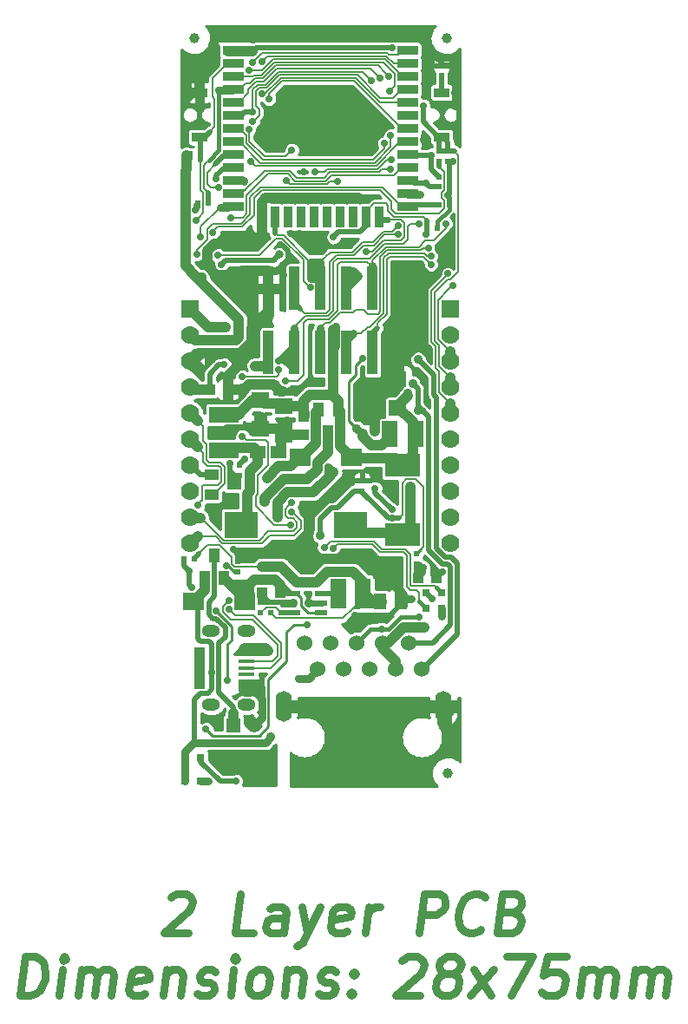
<source format=gbr>
G04 #@! TF.GenerationSoftware,KiCad,Pcbnew,5.99.0-unknown-d20d310~100~ubuntu18.04.1*
G04 #@! TF.CreationDate,2019-12-18T08:15:01+02:00*
G04 #@! TF.ProjectId,ESP32-PoE_Rev_E,45535033-322d-4506-9f45-5f5265765f45,E*
G04 #@! TF.SameCoordinates,Original*
G04 #@! TF.FileFunction,Copper,L1,Top*
G04 #@! TF.FilePolarity,Positive*
%FSLAX46Y46*%
G04 Gerber Fmt 4.6, Leading zero omitted, Abs format (unit mm)*
G04 Created by KiCad (PCBNEW 5.99.0-unknown-d20d310~100~ubuntu18.04.1) date 2019-12-18 08:15:01*
%MOMM*%
%LPD*%
G04 APERTURE LIST*
%ADD10C,0.762000*%
%ADD11R,1.270000X1.524000*%
%ADD12R,0.500000X0.550000*%
%ADD13R,0.800000X0.800000*%
%ADD14R,1.400000X1.400000*%
%ADD15C,1.400000*%
%ADD16R,1.016000X1.016000*%
%ADD17R,3.000000X1.500000*%
%ADD18R,1.778000X1.524000*%
%ADD19R,0.550000X0.500000*%
%ADD20C,1.778000*%
%ADD21R,1.778000X1.778000*%
%ADD22R,1.200000X0.550000*%
%ADD23R,3.200000X2.500000*%
%ADD24R,3.400000X2.200000*%
%ADD25R,2.000000X1.700000*%
%ADD26R,1.524000X1.270000*%
%ADD27C,1.000000*%
%ADD28R,1.650000X0.500000*%
%ADD29R,1.650000X0.325000*%
%ADD30R,1.000000X1.100000*%
%ADD31O,1.800000X1.200000*%
%ADD32R,1.000000X1.400000*%
%ADD33R,1.600000X3.000000*%
%ADD34R,0.400000X0.400000*%
%ADD35R,1.422400X1.422400*%
%ADD36C,0.800000*%
%ADD37R,1.400000X1.000000*%
%ADD38R,1.000000X4.250000*%
%ADD39R,1.500000X0.900000*%
%ADD40C,1.300000*%
%ADD41R,2.000000X0.900000*%
%ADD42R,0.900000X2.000000*%
%ADD43R,5.000000X5.000000*%
%ADD44C,2.000000*%
%ADD45C,1.524000*%
%ADD46O,1.600000X2.999999*%
%ADD47R,1.500000X2.500000*%
%ADD48C,0.700000*%
%ADD49C,0.900000*%
%ADD50C,0.152400*%
%ADD51C,0.508000*%
%ADD52C,1.270000*%
%ADD53C,0.406400*%
%ADD54C,1.016000*%
%ADD55C,0.254000*%
%ADD56C,0.660400*%
%ADD57C,0.203200*%
%ADD58C,0.609600*%
%ADD59C,0.304800*%
G04 APERTURE END LIST*
D10*
X89514475Y-180629378D02*
X89718583Y-180447950D01*
X90104118Y-180266521D01*
X91011261Y-180266521D01*
X91351440Y-180447950D01*
X91510190Y-180629378D01*
X91646261Y-180992235D01*
X91600904Y-181355092D01*
X91351440Y-181899378D01*
X88902154Y-184076521D01*
X91260725Y-184076521D01*
X97610725Y-184076521D02*
X95796440Y-184076521D01*
X96272690Y-180266521D01*
X100513583Y-184076521D02*
X100763047Y-182080807D01*
X100626975Y-181717950D01*
X100286797Y-181536521D01*
X99561083Y-181536521D01*
X99175547Y-181717950D01*
X100536261Y-183895092D02*
X100150725Y-184076521D01*
X99243583Y-184076521D01*
X98903404Y-183895092D01*
X98767333Y-183532235D01*
X98812690Y-183169378D01*
X99039475Y-182806521D01*
X99425011Y-182625092D01*
X100332154Y-182625092D01*
X100717690Y-182443664D01*
X102282511Y-181536521D02*
X102872154Y-184076521D01*
X104096797Y-181536521D02*
X102872154Y-184076521D01*
X102395904Y-184983664D01*
X102191797Y-185165092D01*
X101806261Y-185346521D01*
X106704833Y-183895092D02*
X106319297Y-184076521D01*
X105593583Y-184076521D01*
X105253404Y-183895092D01*
X105117333Y-183532235D01*
X105298761Y-182080807D01*
X105525547Y-181717950D01*
X105911083Y-181536521D01*
X106636797Y-181536521D01*
X106976975Y-181717950D01*
X107113047Y-182080807D01*
X107067690Y-182443664D01*
X105208047Y-182806521D01*
X108496440Y-184076521D02*
X108813940Y-181536521D01*
X108723225Y-182262235D02*
X108950011Y-181899378D01*
X109154118Y-181717950D01*
X109539654Y-181536521D01*
X109902511Y-181536521D01*
X113757868Y-184076521D02*
X114234118Y-180266521D01*
X115685547Y-180266521D01*
X116025725Y-180447950D01*
X116184475Y-180629378D01*
X116320547Y-180992235D01*
X116252511Y-181536521D01*
X116025725Y-181899378D01*
X115821618Y-182080807D01*
X115436083Y-182262235D01*
X113984654Y-182262235D01*
X119790368Y-183713664D02*
X119586261Y-183895092D01*
X119019297Y-184076521D01*
X118656440Y-184076521D01*
X118134833Y-183895092D01*
X117817333Y-183532235D01*
X117681261Y-183169378D01*
X117590547Y-182443664D01*
X117658583Y-181899378D01*
X117930725Y-181173664D01*
X118157511Y-180810807D01*
X118565725Y-180447950D01*
X119132690Y-180266521D01*
X119495547Y-180266521D01*
X120017154Y-180447950D01*
X120175904Y-180629378D01*
X122897333Y-182080807D02*
X123418940Y-182262235D01*
X123577690Y-182443664D01*
X123713761Y-182806521D01*
X123645725Y-183350807D01*
X123418940Y-183713664D01*
X123214833Y-183895092D01*
X122829297Y-184076521D01*
X121377868Y-184076521D01*
X121854118Y-180266521D01*
X123124118Y-180266521D01*
X123464297Y-180447950D01*
X123623047Y-180629378D01*
X123759118Y-180992235D01*
X123713761Y-181355092D01*
X123486975Y-181717950D01*
X123282868Y-181899378D01*
X122897333Y-182080807D01*
X121627333Y-182080807D01*
X74841440Y-190210621D02*
X75317690Y-186400621D01*
X76224833Y-186400621D01*
X76746440Y-186582050D01*
X77063940Y-186944907D01*
X77200011Y-187307764D01*
X77290725Y-188033478D01*
X77222690Y-188577764D01*
X76950547Y-189303478D01*
X76723761Y-189666335D01*
X76315547Y-190029192D01*
X75748583Y-190210621D01*
X74841440Y-190210621D01*
X78651440Y-190210621D02*
X78968940Y-187670621D01*
X79127690Y-186400621D02*
X78923583Y-186582050D01*
X79082333Y-186763478D01*
X79286440Y-186582050D01*
X79127690Y-186400621D01*
X79082333Y-186763478D01*
X80465725Y-190210621D02*
X80783225Y-187670621D01*
X80737868Y-188033478D02*
X80941975Y-187852050D01*
X81327511Y-187670621D01*
X81871797Y-187670621D01*
X82211975Y-187852050D01*
X82348047Y-188214907D01*
X82098583Y-190210621D01*
X82348047Y-188214907D02*
X82574833Y-187852050D01*
X82960368Y-187670621D01*
X83504654Y-187670621D01*
X83844833Y-187852050D01*
X83980904Y-188214907D01*
X83731440Y-190210621D01*
X87019833Y-190029192D02*
X86634297Y-190210621D01*
X85908583Y-190210621D01*
X85568404Y-190029192D01*
X85432333Y-189666335D01*
X85613761Y-188214907D01*
X85840547Y-187852050D01*
X86226083Y-187670621D01*
X86951797Y-187670621D01*
X87291975Y-187852050D01*
X87428047Y-188214907D01*
X87382690Y-188577764D01*
X85523047Y-188940621D01*
X89128940Y-187670621D02*
X88811440Y-190210621D01*
X89083583Y-188033478D02*
X89287690Y-187852050D01*
X89673225Y-187670621D01*
X90217511Y-187670621D01*
X90557690Y-187852050D01*
X90693761Y-188214907D01*
X90444297Y-190210621D01*
X92099833Y-190029192D02*
X92440011Y-190210621D01*
X93165725Y-190210621D01*
X93551261Y-190029192D01*
X93778047Y-189666335D01*
X93800725Y-189484907D01*
X93664654Y-189122050D01*
X93324475Y-188940621D01*
X92780190Y-188940621D01*
X92440011Y-188759192D01*
X92303940Y-188396335D01*
X92326618Y-188214907D01*
X92553404Y-187852050D01*
X92938940Y-187670621D01*
X93483225Y-187670621D01*
X93823404Y-187852050D01*
X95342868Y-190210621D02*
X95660368Y-187670621D01*
X95819118Y-186400621D02*
X95615011Y-186582050D01*
X95773761Y-186763478D01*
X95977868Y-186582050D01*
X95819118Y-186400621D01*
X95773761Y-186763478D01*
X97701440Y-190210621D02*
X97361261Y-190029192D01*
X97202511Y-189847764D01*
X97066440Y-189484907D01*
X97202511Y-188396335D01*
X97429297Y-188033478D01*
X97633404Y-187852050D01*
X98018940Y-187670621D01*
X98563225Y-187670621D01*
X98903404Y-187852050D01*
X99062154Y-188033478D01*
X99198225Y-188396335D01*
X99062154Y-189484907D01*
X98835368Y-189847764D01*
X98631261Y-190029192D01*
X98245725Y-190210621D01*
X97701440Y-190210621D01*
X100921797Y-187670621D02*
X100604297Y-190210621D01*
X100876440Y-188033478D02*
X101080547Y-187852050D01*
X101466083Y-187670621D01*
X102010368Y-187670621D01*
X102350547Y-187852050D01*
X102486618Y-188214907D01*
X102237154Y-190210621D01*
X103892690Y-190029192D02*
X104232868Y-190210621D01*
X104958583Y-190210621D01*
X105344118Y-190029192D01*
X105570904Y-189666335D01*
X105593583Y-189484907D01*
X105457511Y-189122050D01*
X105117333Y-188940621D01*
X104573047Y-188940621D01*
X104232868Y-188759192D01*
X104096797Y-188396335D01*
X104119475Y-188214907D01*
X104346261Y-187852050D01*
X104731797Y-187670621D01*
X105276083Y-187670621D01*
X105616261Y-187852050D01*
X107181083Y-189847764D02*
X107339833Y-190029192D01*
X107135725Y-190210621D01*
X106976975Y-190029192D01*
X107181083Y-189847764D01*
X107135725Y-190210621D01*
X107430547Y-187852050D02*
X107589297Y-188033478D01*
X107385190Y-188214907D01*
X107226440Y-188033478D01*
X107430547Y-187852050D01*
X107385190Y-188214907D01*
X112102333Y-186763478D02*
X112306440Y-186582050D01*
X112691975Y-186400621D01*
X113599118Y-186400621D01*
X113939297Y-186582050D01*
X114098047Y-186763478D01*
X114234118Y-187126335D01*
X114188761Y-187489192D01*
X113939297Y-188033478D01*
X111490011Y-190210621D01*
X113848583Y-190210621D01*
X116297868Y-188033478D02*
X115957690Y-187852050D01*
X115798940Y-187670621D01*
X115662868Y-187307764D01*
X115685547Y-187126335D01*
X115912333Y-186763478D01*
X116116440Y-186582050D01*
X116501975Y-186400621D01*
X117227690Y-186400621D01*
X117567868Y-186582050D01*
X117726618Y-186763478D01*
X117862690Y-187126335D01*
X117840011Y-187307764D01*
X117613225Y-187670621D01*
X117409118Y-187852050D01*
X117023583Y-188033478D01*
X116297868Y-188033478D01*
X115912333Y-188214907D01*
X115708225Y-188396335D01*
X115481440Y-188759192D01*
X115390725Y-189484907D01*
X115526797Y-189847764D01*
X115685547Y-190029192D01*
X116025725Y-190210621D01*
X116751440Y-190210621D01*
X117136975Y-190029192D01*
X117341083Y-189847764D01*
X117567868Y-189484907D01*
X117658583Y-188759192D01*
X117522511Y-188396335D01*
X117363761Y-188214907D01*
X117023583Y-188033478D01*
X118747154Y-190210621D02*
X121060368Y-187670621D01*
X119064654Y-187670621D02*
X120742868Y-190210621D01*
X122307690Y-186400621D02*
X124847690Y-186400621D01*
X122738583Y-190210621D01*
X128113404Y-186400621D02*
X126299118Y-186400621D01*
X125890904Y-188214907D01*
X126095011Y-188033478D01*
X126480547Y-187852050D01*
X127387690Y-187852050D01*
X127727868Y-188033478D01*
X127886618Y-188214907D01*
X128022690Y-188577764D01*
X127909297Y-189484907D01*
X127682511Y-189847764D01*
X127478404Y-190029192D01*
X127092868Y-190210621D01*
X126185725Y-190210621D01*
X125845547Y-190029192D01*
X125686797Y-189847764D01*
X129451440Y-190210621D02*
X129768940Y-187670621D01*
X129723583Y-188033478D02*
X129927690Y-187852050D01*
X130313225Y-187670621D01*
X130857511Y-187670621D01*
X131197690Y-187852050D01*
X131333761Y-188214907D01*
X131084297Y-190210621D01*
X131333761Y-188214907D02*
X131560547Y-187852050D01*
X131946083Y-187670621D01*
X132490368Y-187670621D01*
X132830547Y-187852050D01*
X132966618Y-188214907D01*
X132717154Y-190210621D01*
X134531440Y-190210621D02*
X134848940Y-187670621D01*
X134803583Y-188033478D02*
X135007690Y-187852050D01*
X135393225Y-187670621D01*
X135937511Y-187670621D01*
X136277690Y-187852050D01*
X136413761Y-188214907D01*
X136164297Y-190210621D01*
X136413761Y-188214907D02*
X136640547Y-187852050D01*
X137026083Y-187670621D01*
X137570368Y-187670621D01*
X137910547Y-187852050D01*
X138046618Y-188214907D01*
X137797154Y-190210621D01*
D11*
X112014000Y-151765000D03*
X109982000Y-151765000D03*
D12*
X91821000Y-147574000D03*
X90805000Y-147574000D03*
X93218000Y-112903000D03*
X92202000Y-112903000D03*
D13*
X115951000Y-150876000D03*
X114427000Y-150876000D03*
X115951000Y-152400000D03*
X114427000Y-152400000D03*
D14*
X95638620Y-163852860D03*
D15*
X97650300Y-163850320D03*
D16*
X102489000Y-135509000D03*
X102489000Y-133731000D03*
D17*
X94742000Y-137005000D03*
X94742000Y-133505000D03*
D18*
X98298000Y-134874000D03*
X98298000Y-132080000D03*
X100584000Y-135509000D03*
X100584000Y-132715000D03*
D19*
X108204000Y-139954000D03*
X108204000Y-140970000D03*
D12*
X116713000Y-113030000D03*
X115697000Y-113030000D03*
X114554000Y-115316000D03*
X115570000Y-115316000D03*
X115697000Y-110363000D03*
X116713000Y-110363000D03*
X115697000Y-111252000D03*
X116713000Y-111252000D03*
D19*
X98298000Y-151828500D03*
X98298000Y-152844500D03*
D12*
X99314000Y-152844500D03*
X100330000Y-152844500D03*
D19*
X113538000Y-147066000D03*
X113538000Y-148082000D03*
X96266000Y-139446000D03*
X96266000Y-138430000D03*
X96075500Y-147828000D03*
X96075500Y-148844000D03*
D20*
X116840000Y-130840000D03*
X116840000Y-128300000D03*
X116840000Y-125760000D03*
D21*
X116840000Y-123220000D03*
D20*
X116840000Y-133380000D03*
X116840000Y-135920000D03*
X116840000Y-141000000D03*
X116840000Y-138460000D03*
X116840000Y-143540000D03*
X116840000Y-146080000D03*
X91440000Y-130840000D03*
X91440000Y-128300000D03*
X91440000Y-125760000D03*
D21*
X91440000Y-123220000D03*
D20*
X91440000Y-133380000D03*
X91440000Y-135920000D03*
X91440000Y-141000000D03*
X91440000Y-138460000D03*
X91440000Y-143540000D03*
X91440000Y-146080000D03*
D16*
X98425000Y-150876000D03*
X100203000Y-150876000D03*
D22*
X104170000Y-152842000D03*
X104170000Y-151892000D03*
X104170000Y-150942000D03*
X101570000Y-152842000D03*
X101570000Y-150942000D03*
D23*
X96377000Y-144272000D03*
X107077000Y-144272000D03*
D24*
X112141000Y-138459000D03*
X112141000Y-145259000D03*
D25*
X96734000Y-151765000D03*
X91734000Y-151765000D03*
X102148000Y-137668000D03*
X107148000Y-137668000D03*
D18*
X111633000Y-130048000D03*
X111633000Y-132842000D03*
D26*
X98044000Y-137160000D03*
X100076000Y-137160000D03*
D27*
X116586000Y-168529000D03*
X116459000Y-96774000D03*
X91821000Y-96774000D03*
D13*
X92456000Y-169291000D03*
X90932000Y-169291000D03*
D16*
X113665000Y-149479000D03*
X115443000Y-149479000D03*
D13*
X92456000Y-167005000D03*
X90932000Y-167005000D03*
D28*
X96876000Y-156854500D03*
D29*
X96876000Y-157592000D03*
X96876000Y-158242000D03*
X96876000Y-158892000D03*
D28*
X96876000Y-159629500D03*
D30*
X92326000Y-156742000D03*
X92326000Y-159742000D03*
D31*
X93476000Y-154642000D03*
X96946000Y-154642000D03*
X96946000Y-161842000D03*
X93476000Y-161842000D03*
D32*
X92839540Y-149479000D03*
X94742000Y-149479000D03*
X93786960Y-147269200D03*
X105851960Y-133004560D03*
X103949500Y-133004560D03*
X104904540Y-135214360D03*
D33*
X108261000Y-151003000D03*
X105861000Y-151003000D03*
D19*
X115951000Y-99441000D03*
X115951000Y-100457000D03*
X115697000Y-108839000D03*
X115697000Y-107823000D03*
X116586000Y-107823000D03*
X116586000Y-108839000D03*
D34*
X112044000Y-149344000D03*
X112044000Y-148344000D03*
X111244000Y-147544000D03*
X110244000Y-147544000D03*
X109444000Y-148344000D03*
X109444000Y-149344000D03*
X110244000Y-150144000D03*
X111244000Y-150144000D03*
D35*
X110744000Y-148844000D03*
D36*
X107966000Y-132445000D03*
X108966000Y-132445000D03*
X109966000Y-132445000D03*
X107966000Y-131445000D03*
X108966000Y-131445000D03*
X109966000Y-131445000D03*
X108966000Y-130445000D03*
X107966000Y-130445000D03*
X109966000Y-130445000D03*
D37*
X95715000Y-140335000D03*
X93515000Y-141285000D03*
X93515000Y-139385000D03*
D38*
X99060000Y-127458000D03*
X99060000Y-121208000D03*
X101600000Y-127458000D03*
X101600000Y-121208000D03*
X104140000Y-127458000D03*
X104140000Y-121208000D03*
X106680000Y-127458000D03*
X106680000Y-121208000D03*
X109220000Y-127458000D03*
X109220000Y-121208000D03*
D39*
X92321000Y-106444000D03*
X92321000Y-102090000D03*
X115959000Y-106444000D03*
X115959000Y-102090000D03*
D12*
X92456000Y-108077000D03*
X91440000Y-108077000D03*
D40*
X104940000Y-104235000D03*
X101340000Y-104235000D03*
X103140000Y-106035000D03*
X103140000Y-102435000D03*
X104940000Y-102435000D03*
X101340000Y-102435000D03*
X104940000Y-106035000D03*
D41*
X95640000Y-96725000D03*
X95640000Y-97995000D03*
X95640000Y-99265000D03*
X95640000Y-100535000D03*
X95640000Y-101805000D03*
X95640000Y-103075000D03*
X95640000Y-104345000D03*
X95640000Y-105615000D03*
X95640000Y-106885000D03*
X95640000Y-108155000D03*
X95640000Y-109425000D03*
X95640000Y-110695000D03*
X95640000Y-111965000D03*
X95640000Y-113235000D03*
D42*
X98440000Y-114235000D03*
X99710000Y-114235000D03*
X100980000Y-114235000D03*
X102250000Y-114235000D03*
X103520000Y-114235000D03*
X104790000Y-114235000D03*
X106060000Y-114235000D03*
X107330000Y-114235000D03*
X108600000Y-114235000D03*
X109870000Y-114235000D03*
D41*
X112640000Y-113235000D03*
X112640000Y-111965000D03*
X112640000Y-110695000D03*
X112640000Y-109425000D03*
X112640000Y-108155000D03*
X112640000Y-106885000D03*
X112640000Y-105615000D03*
X112640000Y-104345000D03*
X112640000Y-103075000D03*
X112640000Y-101805000D03*
X112640000Y-100535000D03*
X112640000Y-99265000D03*
X112640000Y-97995000D03*
X112640000Y-96725000D03*
D43*
X103140000Y-104235000D03*
D44*
X103140000Y-104235000D03*
D40*
X101340000Y-106035000D03*
D45*
X102616000Y-155806000D03*
X103886000Y-158346000D03*
X105156000Y-155806000D03*
X106426000Y-158346000D03*
X107696000Y-155806000D03*
X108966000Y-158346000D03*
X110236000Y-155806000D03*
X111506000Y-158346000D03*
X112776000Y-155806000D03*
X114046000Y-158346000D03*
D46*
X100531000Y-161946000D03*
X116131000Y-161946000D03*
D16*
X95123000Y-131064000D03*
X93345000Y-131064000D03*
D47*
X110891000Y-135382000D03*
X113391000Y-135382000D03*
D48*
X95278919Y-138270969D03*
X95353530Y-114274400D03*
X97536008Y-99123500D03*
X98415660Y-102232500D03*
X99124867Y-102705397D03*
X98398693Y-99097193D03*
X92455958Y-116203466D03*
X93980000Y-110490555D03*
X97312968Y-108831208D03*
X94156262Y-111379297D03*
X96673145Y-110744000D03*
X103202017Y-120244527D03*
X111696500Y-115101841D03*
X114934137Y-118900792D03*
X110998008Y-109593946D03*
X114662732Y-117250637D03*
X114413738Y-110914018D03*
X105410000Y-116205000D03*
X114961886Y-118048831D03*
X114462245Y-115922976D03*
X101346000Y-143002000D03*
X100695469Y-130214143D03*
X114932121Y-108184528D03*
X116384334Y-114871500D03*
X101346000Y-142113000D03*
X100076000Y-128270000D03*
X113728500Y-114871500D03*
X113852728Y-112014000D03*
X92188792Y-142297910D03*
X97147890Y-99910341D03*
X91310373Y-148796940D03*
X91574110Y-150412598D03*
X97536000Y-104902000D03*
X110871000Y-101981004D03*
X94107000Y-117983000D03*
X107823000Y-120015000D03*
X108585000Y-117602000D03*
X103135212Y-121125408D03*
X109982000Y-100711000D03*
X114173000Y-103378000D03*
X93980000Y-152654000D03*
X95019852Y-159437320D03*
X94932500Y-148272500D03*
X92456000Y-158623000D03*
D49*
X107696000Y-134848600D03*
D48*
X108217597Y-128058505D03*
X93217439Y-169291561D03*
X95885000Y-169290994D03*
X115062000Y-151511000D03*
X104491677Y-146477642D03*
X115951000Y-153162000D03*
X105339378Y-146567141D03*
X109474000Y-140716000D03*
X111104976Y-142796955D03*
X92963986Y-164211000D03*
X102806507Y-153987493D03*
X109121140Y-100936860D03*
X97536000Y-104013000D03*
X117024281Y-120913475D03*
X92075000Y-117856016D03*
D49*
X104140000Y-145288000D03*
D48*
X111125000Y-143649700D03*
X95231596Y-152512566D03*
X95231599Y-151654399D03*
X96520000Y-135636000D03*
X101219000Y-144272000D03*
X96730025Y-137874369D03*
X96475144Y-129826028D03*
X100062412Y-129172589D03*
D49*
X112928400Y-140589000D03*
D48*
X111696500Y-115954254D03*
X114173000Y-148463000D03*
D49*
X108204000Y-164846000D03*
X110871000Y-164846000D03*
X105918000Y-164846000D03*
X113030000Y-161946000D03*
X110617000Y-161946000D03*
X103632000Y-161946000D03*
X109728000Y-163322000D03*
X106680000Y-163322000D03*
X109601000Y-167132000D03*
X106934000Y-167132000D03*
X104013000Y-167132000D03*
X112522000Y-167132000D03*
X110998000Y-168783000D03*
X108204000Y-168783000D03*
X105283000Y-168783000D03*
X102108000Y-168783000D03*
D48*
X101981000Y-159258000D03*
X94234000Y-101854000D03*
X110827886Y-100518975D03*
X110363000Y-107060996D03*
X110998000Y-106299000D03*
X116573518Y-119765597D03*
D49*
X113665000Y-128143000D03*
X113665000Y-133096000D03*
X113131600Y-130454400D03*
X112649000Y-131445000D03*
D48*
X105646588Y-124858412D03*
X105671242Y-126872771D03*
D49*
X114300000Y-154305000D03*
X109474000Y-135128000D03*
X110871000Y-126619000D03*
X112014000Y-126619000D03*
X112014000Y-127762000D03*
X113284000Y-126619000D03*
X110871000Y-125476000D03*
X112014000Y-125476000D03*
X113284000Y-125476000D03*
X112014000Y-122936000D03*
X112014000Y-124206000D03*
X112014000Y-121666000D03*
X112014000Y-120396000D03*
X112014000Y-119126000D03*
X113284000Y-124206000D03*
X113284000Y-122936000D03*
X113284000Y-121666000D03*
X113284000Y-120396000D03*
X113284000Y-119126000D03*
D48*
X93634830Y-115749544D03*
X101345994Y-107696000D03*
X97154788Y-105664420D03*
X100774500Y-110680496D03*
X105796410Y-110751157D03*
D49*
X98679000Y-141986000D03*
X99060000Y-156590986D03*
X97155000Y-156337000D03*
D48*
X103631994Y-109836732D03*
X111051173Y-108638173D03*
X94742000Y-128651000D03*
X91978957Y-114554000D03*
X113792000Y-153289000D03*
X110109000Y-154432000D03*
D49*
X99060000Y-148336000D03*
X99949000Y-143510000D03*
D48*
X104902000Y-138620500D03*
D49*
X91059000Y-108966000D03*
D48*
X116586000Y-112141000D03*
D49*
X96901000Y-98044000D03*
D48*
X94488000Y-118872000D03*
X105410000Y-139128500D03*
D49*
X97790000Y-128777998D03*
X95884958Y-126238042D03*
D48*
X92590110Y-120015000D03*
D36*
X100135496Y-117906152D03*
D48*
X117023390Y-108817577D03*
X111119156Y-97707424D03*
X113030000Y-151511000D03*
D49*
X101473000Y-151892000D03*
X99314000Y-169037000D03*
X102489000Y-148590000D03*
D48*
X95631000Y-146685000D03*
X116078000Y-148818600D03*
X106934000Y-140081000D03*
D49*
X100457000Y-131267200D03*
D48*
X100203000Y-116967000D03*
D49*
X102489000Y-112395000D03*
X96901000Y-96774000D03*
X111506000Y-96774000D03*
D48*
X117475000Y-105156000D03*
D49*
X99187000Y-96774000D03*
X103632000Y-112395000D03*
D48*
X94234000Y-144145000D03*
D49*
X92328990Y-100584000D03*
X107823000Y-112395000D03*
X94742000Y-166624000D03*
X94742000Y-167767000D03*
D48*
X94107000Y-135636000D03*
D49*
X100457000Y-134213600D03*
D48*
X100584000Y-119888000D03*
X107502411Y-153066789D03*
X105159542Y-147577542D03*
X96139000Y-121793000D03*
D49*
X100076000Y-112395000D03*
D48*
X102489000Y-109836724D03*
D49*
X97917000Y-96012000D03*
X93726000Y-96012000D03*
X100457000Y-96012000D03*
X109347000Y-96774000D03*
X104267000Y-96774000D03*
X101727000Y-96774000D03*
X102997000Y-96012000D03*
X105537000Y-96012000D03*
X108077000Y-96012000D03*
X106807000Y-96774000D03*
X110617000Y-96012000D03*
X112649000Y-96012000D03*
X114427000Y-96012000D03*
X95631000Y-96012000D03*
X93726000Y-97472500D03*
X93726000Y-98806000D03*
X92328990Y-98806000D03*
X91059000Y-98806000D03*
X91059000Y-100076000D03*
X91059000Y-101346000D03*
X91059000Y-102616000D03*
D48*
X98869500Y-106934000D03*
D49*
X106680000Y-102235000D03*
X106680000Y-104775000D03*
X106680000Y-107315000D03*
X109220000Y-104775000D03*
X109220000Y-107315000D03*
X107950000Y-106045000D03*
X107950000Y-103505000D03*
X104140000Y-107315000D03*
X109220000Y-106045000D03*
X107950000Y-104775000D03*
X107950000Y-107315000D03*
X106680000Y-106045000D03*
X106680000Y-103505000D03*
X105410000Y-107315000D03*
X114427000Y-97155000D03*
X114427000Y-98679000D03*
X114427000Y-99822000D03*
X114427000Y-100965000D03*
X115570000Y-98679000D03*
X117348000Y-98679000D03*
X117348000Y-99822000D03*
X117348000Y-100965000D03*
X117348000Y-102108000D03*
X117348000Y-103378000D03*
D48*
X102044500Y-115824000D03*
X101219000Y-115824000D03*
D49*
X103011525Y-151878661D03*
X114300000Y-106680000D03*
X98330590Y-160210498D03*
X98330590Y-161163000D03*
D48*
X93853000Y-163195000D03*
X92964000Y-163195000D03*
D49*
X99314000Y-164973000D03*
X98933000Y-139700000D03*
X94843600Y-124968000D03*
D48*
X93477590Y-158680910D03*
X91949764Y-113540165D03*
D50*
X112585500Y-147256500D02*
X112268000Y-146939000D01*
X112903000Y-150622000D02*
X112585500Y-150304500D01*
X112585500Y-150304500D02*
X112585500Y-147256500D01*
X109220000Y-146177000D02*
X105791000Y-146177000D01*
X113538000Y-150622000D02*
X112903000Y-150622000D01*
X109982000Y-146939000D02*
X109220000Y-146177000D01*
X113792000Y-151765000D02*
X113792000Y-150876000D01*
X113792000Y-150876000D02*
X113538000Y-150622000D01*
X112268000Y-146939000D02*
X109982000Y-146939000D01*
X105791000Y-146177000D02*
X105400859Y-146567141D01*
X105400859Y-146567141D02*
X105339378Y-146567141D01*
X105097130Y-145872189D02*
X104841676Y-146127643D01*
X115443000Y-150368000D02*
X115316000Y-150241000D01*
X113030000Y-150241000D02*
X112903000Y-150114000D01*
X109346256Y-145872189D02*
X105097130Y-145872189D01*
X115316000Y-150241000D02*
X113030000Y-150241000D01*
X110108256Y-146634189D02*
X109346256Y-145872189D01*
X112394256Y-146634189D02*
X110108256Y-146634189D01*
X104841676Y-146127643D02*
X104491677Y-146477642D01*
X112903000Y-147142933D02*
X112394256Y-146634189D01*
X112903000Y-150114000D02*
X112903000Y-147142933D01*
D10*
X110244000Y-150144000D02*
X110714000Y-150144000D01*
X110714000Y-150144000D02*
X111244000Y-150144000D01*
D51*
X112014000Y-152019000D02*
X110966211Y-153066789D01*
X112014000Y-151638000D02*
X112014000Y-152019000D01*
X110966211Y-153066789D02*
X107502411Y-153066789D01*
D10*
X111760000Y-150660000D02*
X111760000Y-151384000D01*
X111244000Y-150144000D02*
X111760000Y-150660000D01*
X111760000Y-151384000D02*
X112014000Y-151638000D01*
D52*
X108261000Y-151003000D02*
X109023000Y-151765000D01*
X109023000Y-151765000D02*
X109982000Y-151765000D01*
D53*
X110807500Y-154432000D02*
X111950500Y-153289000D01*
X110109000Y-154432000D02*
X110807500Y-154432000D01*
X111950500Y-153289000D02*
X113792000Y-153289000D01*
D54*
X110703500Y-155806000D02*
X112204500Y-154305000D01*
X110236000Y-155806000D02*
X110703500Y-155806000D01*
X112204500Y-154305000D02*
X114300000Y-154305000D01*
D55*
X106934000Y-134086600D02*
X106934000Y-130302000D01*
X107696000Y-134848600D02*
X106934000Y-134086600D01*
X107569000Y-129667000D02*
X107569000Y-128700903D01*
X106934000Y-130302000D02*
X107569000Y-129667000D01*
X107569000Y-128700903D02*
X108211398Y-128058505D01*
X108211398Y-128058505D02*
X108217597Y-128058505D01*
D50*
X92710000Y-136108702D02*
X93013399Y-136412101D01*
X93251518Y-138176000D02*
X94348549Y-138176000D01*
X92202000Y-134112000D02*
X92710000Y-134620000D01*
X94748412Y-138575863D02*
X94748412Y-140251588D01*
X93013399Y-137937881D02*
X93251518Y-138176000D01*
X93013399Y-136412101D02*
X93013399Y-137937881D01*
X92710000Y-134620000D02*
X92710000Y-136108702D01*
X94348549Y-138176000D02*
X94748412Y-138575863D01*
X94748412Y-140251588D02*
X93715000Y-141285000D01*
X93715000Y-141285000D02*
X93515000Y-141285000D01*
X94234982Y-138493500D02*
X94443601Y-138702119D01*
X92677399Y-140367601D02*
X92557601Y-140487399D01*
X92557601Y-141929101D02*
X92538791Y-141947911D01*
X93091000Y-138493500D02*
X94234982Y-138493500D01*
X92708588Y-137285588D02*
X92708588Y-138111088D01*
X92708588Y-138111088D02*
X93091000Y-138493500D01*
X92202000Y-136779000D02*
X92708588Y-137285588D01*
X92202000Y-136682000D02*
X92202000Y-136779000D01*
X92538791Y-141947911D02*
X92188792Y-142297910D01*
X94443601Y-138702119D02*
X94443601Y-140067881D01*
X94443601Y-140067881D02*
X94143881Y-140367601D01*
X94143881Y-140367601D02*
X92677399Y-140367601D01*
X92557601Y-140487399D02*
X92557601Y-141929101D01*
D51*
X95278919Y-138966919D02*
X95278919Y-140179081D01*
X95278919Y-139417081D02*
X95307838Y-139446000D01*
X95278919Y-138966919D02*
X95278919Y-139417081D01*
X95307838Y-139446000D02*
X95758000Y-139446000D01*
X96266000Y-138430000D02*
X96266000Y-138338394D01*
X96266000Y-138338394D02*
X96730025Y-137874369D01*
X95758000Y-139446000D02*
X95278919Y-138966919D01*
X95278919Y-138966919D02*
X95278919Y-138270969D01*
X95715000Y-139489000D02*
X95758000Y-139446000D01*
X95715000Y-140335000D02*
X95715000Y-139489000D01*
X95758000Y-139446000D02*
X96266000Y-139446000D01*
X96139000Y-139573000D02*
X96139000Y-140331000D01*
X96266000Y-139446000D02*
X96139000Y-139573000D01*
X96139000Y-140331000D02*
X96135000Y-140335000D01*
X96135000Y-140335000D02*
X95758000Y-140335000D01*
D50*
X98018611Y-141275114D02*
X98018611Y-139471389D01*
D54*
X97028000Y-143621000D02*
X96377000Y-144272000D01*
D50*
X97812012Y-141481713D02*
X98018611Y-141275114D01*
X96869999Y-135985999D02*
X96520000Y-135636000D01*
D54*
X98044000Y-137287000D02*
X98044000Y-138303000D01*
D50*
X98018611Y-139471389D02*
X99060000Y-138430000D01*
X99060000Y-138430000D02*
X99060000Y-136271000D01*
X99644200Y-144272000D02*
X97812012Y-142439812D01*
X99060000Y-136271000D02*
X98774999Y-135985999D01*
D54*
X97028000Y-141224000D02*
X97028000Y-143621000D01*
D50*
X97812012Y-142439812D02*
X97812012Y-141481713D01*
X101219000Y-144272000D02*
X99644200Y-144272000D01*
X98774999Y-135985999D02*
X96869999Y-135985999D01*
D54*
X98044000Y-138303000D02*
X97282000Y-139065000D01*
X97282000Y-139065000D02*
X97282000Y-140970000D01*
X97282000Y-140970000D02*
X97028000Y-141224000D01*
D51*
X92365000Y-139385000D02*
X92299000Y-139319000D01*
X93515000Y-139385000D02*
X92365000Y-139385000D01*
X92299000Y-139319000D02*
X91440000Y-138460000D01*
X111963000Y-109525000D02*
X113140000Y-109525000D01*
D50*
X96545600Y-114274400D02*
X95848504Y-114274400D01*
X96901000Y-113919000D02*
X96545600Y-114274400D01*
X100991210Y-110032811D02*
X99009189Y-110032811D01*
X104621788Y-110720145D02*
X101678543Y-110720145D01*
X96901000Y-112141000D02*
X96901000Y-113919000D01*
X105169377Y-110172556D02*
X104621788Y-110720145D01*
X111963000Y-109525000D02*
X111315444Y-110172556D01*
X99009189Y-110032811D02*
X96901000Y-112141000D01*
X95848504Y-114274400D02*
X95353530Y-114274400D01*
X111315444Y-110172556D02*
X105169377Y-110172556D01*
X101678543Y-110720145D02*
X100991210Y-110032811D01*
D51*
X113140000Y-98095000D02*
X113064000Y-98171000D01*
D50*
X112640000Y-97995000D02*
X112063000Y-97995000D01*
X97886007Y-98773501D02*
X97536008Y-99123500D01*
X112640000Y-97995000D02*
X112090000Y-97995000D01*
X111723500Y-98361500D02*
X110819942Y-98361500D01*
X110819942Y-98361500D02*
X110680143Y-98221701D01*
X110680143Y-98221701D02*
X98437807Y-98221701D01*
X112090000Y-97995000D02*
X111723500Y-98361500D01*
X98437807Y-98221701D02*
X97886007Y-98773501D01*
D51*
X113140000Y-103175000D02*
X113064000Y-103251000D01*
X113064000Y-103251000D02*
X112014000Y-103251000D01*
D50*
X100267244Y-100660189D02*
X98694933Y-102232500D01*
X109983067Y-103075000D02*
X107568256Y-100660189D01*
X107568256Y-100660189D02*
X100267244Y-100660189D01*
X98694933Y-102232500D02*
X98415660Y-102232500D01*
X112640000Y-103075000D02*
X109983067Y-103075000D01*
D51*
X113140000Y-105715000D02*
X112962000Y-105537000D01*
X112962000Y-105537000D02*
X112014000Y-105537000D01*
D50*
X99123500Y-102704030D02*
X99124867Y-102705397D01*
X100393500Y-100965000D02*
X99123500Y-102235000D01*
X107442000Y-100965000D02*
X100393500Y-100965000D01*
X112014000Y-105537000D02*
X107442000Y-100965000D01*
X99123500Y-102235000D02*
X99123500Y-102704030D01*
D51*
X113140000Y-99365000D02*
X113089000Y-99314000D01*
D50*
X111292375Y-99265000D02*
X110553887Y-98526512D01*
X110553887Y-98526512D02*
X98969374Y-98526512D01*
X98748692Y-98747194D02*
X98398693Y-99097193D01*
X98969374Y-98526512D02*
X98748692Y-98747194D01*
X112640000Y-99265000D02*
X111292375Y-99265000D01*
D10*
X94350000Y-113295000D02*
X95140000Y-113295000D01*
D50*
X92455958Y-115708492D02*
X92455958Y-116203466D01*
X92455958Y-115189042D02*
X92455958Y-115708492D01*
X94350000Y-113295000D02*
X92455958Y-115189042D01*
D51*
X95140000Y-109485000D02*
X94678500Y-109485000D01*
X93980000Y-110183500D02*
X93980000Y-110490555D01*
X94678500Y-109485000D02*
X93980000Y-110183500D01*
X113140000Y-106985000D02*
X112141000Y-106985000D01*
D50*
X109576312Y-109258122D02*
X97739882Y-109258122D01*
X112141000Y-106985000D02*
X111849434Y-106985000D01*
X111849434Y-106985000D02*
X109576312Y-109258122D01*
X97739882Y-109258122D02*
X97662967Y-109181207D01*
X97662967Y-109181207D02*
X97312968Y-108831208D01*
D51*
X94731000Y-108215000D02*
X95140000Y-108215000D01*
X93853000Y-109093000D02*
X94731000Y-108215000D01*
D50*
X93065622Y-111036122D02*
X93408797Y-111379297D01*
X93853000Y-109093000D02*
X93065622Y-109880378D01*
X93408797Y-111379297D02*
X94156262Y-111379297D01*
X93065622Y-109880378D02*
X93065622Y-111036122D01*
D51*
X95140000Y-110755000D02*
X95151000Y-110744000D01*
X96178171Y-110744000D02*
X96673145Y-110744000D01*
X95151000Y-110744000D02*
X96178171Y-110744000D01*
D10*
X96624145Y-110695000D02*
X96673145Y-110744000D01*
X95640000Y-110695000D02*
X96624145Y-110695000D01*
D51*
X99710000Y-115839000D02*
X99710000Y-114785000D01*
X104140000Y-121208000D02*
X104140000Y-118618000D01*
D50*
X99760811Y-115839000D02*
X99710000Y-115839000D01*
X103124000Y-118618000D02*
X100533189Y-116027189D01*
X99949000Y-116027189D02*
X99760811Y-115839000D01*
X100533189Y-116027189D02*
X99949000Y-116027189D01*
X111696500Y-115101841D02*
X111148898Y-115649443D01*
X111148898Y-115649443D02*
X110283557Y-115649443D01*
X110283557Y-115649443D02*
X109245390Y-116687610D01*
X108229390Y-116687610D02*
X107251500Y-117665500D01*
X107251500Y-117665500D02*
X105092500Y-117665500D01*
X104616250Y-118141750D02*
X104140000Y-118618000D01*
X105092500Y-117665500D02*
X104616250Y-118141750D01*
X109245390Y-116687610D02*
X108229390Y-116687610D01*
D56*
X103988527Y-120244527D02*
X103202017Y-120244527D01*
D51*
X104140000Y-121208000D02*
X104140000Y-120396000D01*
X104140000Y-120396000D02*
X103988527Y-120244527D01*
D10*
X104140000Y-119306544D02*
X104140000Y-118618000D01*
X103696991Y-120244527D02*
X104140000Y-120687536D01*
X103202017Y-120244527D02*
X103696991Y-120244527D01*
X104140000Y-120687536D02*
X104140000Y-120777000D01*
X103202017Y-118666983D02*
X103251000Y-118618000D01*
X103202017Y-120244527D02*
X103202017Y-118666983D01*
D50*
X103251000Y-118618000D02*
X103124000Y-118618000D01*
D10*
X103695500Y-119751044D02*
X103563522Y-119883022D01*
X103695500Y-118618000D02*
X103695500Y-119751044D01*
X103563522Y-119883022D02*
X104140000Y-119306544D01*
X103202017Y-120244527D02*
X103563522Y-119883022D01*
X103251000Y-118618000D02*
X103695500Y-118618000D01*
X103695500Y-118618000D02*
X104140000Y-118618000D01*
D51*
X109220000Y-125603000D02*
X109728000Y-125095000D01*
X109220000Y-127458000D02*
X109220000Y-125603000D01*
X95140000Y-112025000D02*
X95151000Y-112014000D01*
D50*
X114143345Y-118110000D02*
X110857566Y-118110000D01*
X110857566Y-118110000D02*
X110591621Y-118375945D01*
X114934137Y-118900792D02*
X114143345Y-118110000D01*
X110591621Y-118375945D02*
X110591621Y-123723379D01*
X110591621Y-123723379D02*
X109728000Y-124587000D01*
X109728000Y-124587000D02*
X109728000Y-125095000D01*
X95872300Y-111582200D02*
X96824800Y-111582200D01*
X95567500Y-111887000D02*
X96520000Y-111887000D01*
X98679000Y-109728000D02*
X101117465Y-109728000D01*
X101804799Y-110415334D02*
X104495532Y-110415334D01*
X105043122Y-109867744D02*
X109842256Y-109867744D01*
X96520000Y-111887000D02*
X98679000Y-109728000D01*
X104495532Y-110415334D02*
X105043122Y-109867744D01*
X101117465Y-109728000D02*
X101804799Y-110415334D01*
X109842256Y-109867744D02*
X110116054Y-109593946D01*
X110116054Y-109593946D02*
X110998008Y-109593946D01*
D10*
X104140000Y-125095000D02*
X104140000Y-127458000D01*
D50*
X110616999Y-117474999D02*
X113919001Y-117474999D01*
X109981999Y-118109999D02*
X110616999Y-117474999D01*
X109754866Y-123698000D02*
X109981999Y-123470868D01*
X108356400Y-123317000D02*
X108737400Y-123698000D01*
X104648000Y-124587000D02*
X105029000Y-124587000D01*
X114167758Y-117250637D02*
X114662732Y-117250637D01*
X108737400Y-123698000D02*
X109754866Y-123698000D01*
X104140000Y-125095000D02*
X104648000Y-124587000D01*
X107289600Y-123571000D02*
X107543600Y-123317000D01*
X113919001Y-117474999D02*
X114143363Y-117250637D01*
X107543600Y-123317000D02*
X108356400Y-123317000D01*
X105029000Y-124587000D02*
X106045000Y-123571000D01*
X109981999Y-123470868D02*
X109981999Y-118109999D01*
X106045000Y-123571000D02*
X107289600Y-123571000D01*
D51*
X113918764Y-110914018D02*
X114413738Y-110914018D01*
X113259018Y-110914018D02*
X113918764Y-110914018D01*
X113140000Y-110795000D02*
X113259018Y-110914018D01*
X114751720Y-111252000D02*
X114413738Y-110914018D01*
X115697000Y-111252000D02*
X114751720Y-111252000D01*
D50*
X107315000Y-125603000D02*
X108077000Y-125603000D01*
D10*
X106680000Y-127458000D02*
X106680000Y-126238000D01*
X106680000Y-126238000D02*
X107315000Y-125603000D01*
D50*
X114460377Y-115991718D02*
X114460377Y-115924844D01*
X114460377Y-115924844D02*
X114462245Y-115922976D01*
X108915934Y-124968000D02*
X108737400Y-124968000D01*
X110286810Y-118249689D02*
X110286810Y-123597124D01*
X110756690Y-117779810D02*
X110286810Y-118249689D01*
X114287310Y-117779810D02*
X110756690Y-117779810D01*
X108737400Y-124968000D02*
X108102400Y-125603000D01*
X114556331Y-118048831D02*
X114287310Y-117779810D01*
X110286810Y-123597124D02*
X108915934Y-124968000D01*
X114961886Y-118048831D02*
X114556331Y-118048831D01*
X114218412Y-114218412D02*
X114554000Y-114554000D01*
X111330863Y-114218412D02*
X114218412Y-114218412D01*
X108600000Y-114235000D02*
X108600000Y-113685000D01*
X109382000Y-112903000D02*
X110553500Y-112903000D01*
X110553500Y-112903000D02*
X110744000Y-113093500D01*
X110744000Y-113093500D02*
X110744000Y-113631549D01*
X108600000Y-113685000D02*
X109382000Y-112903000D01*
X110744000Y-113631549D02*
X111330863Y-114218412D01*
D51*
X105918000Y-115697000D02*
X105410000Y-116205000D01*
X107979420Y-115697000D02*
X105918000Y-115697000D01*
X108600000Y-114235000D02*
X108600000Y-115076420D01*
X108600000Y-115076420D02*
X107979420Y-115697000D01*
X114554000Y-115316000D02*
X114554000Y-114554000D01*
X114554000Y-115831221D02*
X114462245Y-115922976D01*
X114554000Y-115316000D02*
X114554000Y-115831221D01*
D10*
X109220000Y-121208000D02*
X109220000Y-118999000D01*
D54*
X91473500Y-146080000D02*
X92138500Y-145415000D01*
X91440000Y-146080000D02*
X91473500Y-146080000D01*
D50*
X102235000Y-143891000D02*
X101695999Y-143351999D01*
X102235000Y-144653000D02*
X102235000Y-143891000D01*
X101600000Y-145288000D02*
X102235000Y-144653000D01*
X98425000Y-146080000D02*
X99217000Y-145288000D01*
X101695999Y-143351999D02*
X101346000Y-143002000D01*
X99217000Y-145288000D02*
X101600000Y-145288000D01*
X92138500Y-145415000D02*
X93903067Y-145415000D01*
X93903067Y-145415000D02*
X94568067Y-146080000D01*
X94568067Y-146080000D02*
X98425000Y-146080000D01*
D53*
X113140000Y-108255000D02*
X113191000Y-108204000D01*
D51*
X112689000Y-108204000D02*
X113665000Y-108204000D01*
X112640000Y-108155000D02*
X112689000Y-108204000D01*
D53*
X113191000Y-108204000D02*
X113665000Y-108204000D01*
D51*
X113665000Y-108204000D02*
X113684472Y-108184528D01*
X115697000Y-110363000D02*
X115697000Y-110338000D01*
X115697000Y-110338000D02*
X114932121Y-109573121D01*
X114932121Y-109573121D02*
X114932121Y-108679502D01*
X114932121Y-108679502D02*
X114932121Y-108184528D01*
X114437147Y-108184528D02*
X114932121Y-108184528D01*
X113684472Y-108184528D02*
X114437147Y-108184528D01*
D50*
X109220000Y-118437268D02*
X110499768Y-117157500D01*
X113728500Y-117157500D02*
X114363500Y-116522500D01*
X114363500Y-116522500D02*
X115228308Y-116522500D01*
X110499768Y-117157500D02*
X113728500Y-117157500D01*
X116384334Y-115366474D02*
X116384334Y-114871500D01*
X109220000Y-118999000D02*
X109220000Y-118437268D01*
X115228308Y-116522500D02*
X116384334Y-115366474D01*
X101190443Y-130214143D02*
X100695469Y-130214143D01*
X102489000Y-129667000D02*
X101941857Y-130214143D01*
X102489000Y-124587000D02*
X102489000Y-129667000D01*
X102844600Y-124231400D02*
X102489000Y-124587000D01*
X104953534Y-124231400D02*
X102844600Y-124231400D01*
X101941857Y-130214143D02*
X101190443Y-130214143D01*
X109093000Y-118999000D02*
X108712000Y-118618000D01*
X109220000Y-118999000D02*
X109093000Y-118999000D01*
X105791000Y-118872000D02*
X105791000Y-123393933D01*
X108712000Y-118618000D02*
X106045000Y-118618000D01*
X106045000Y-118618000D02*
X105791000Y-118872000D01*
X105791000Y-123393933D02*
X104953534Y-124231400D01*
D10*
X101600000Y-127458000D02*
X101600000Y-125095000D01*
D54*
X91473500Y-143573500D02*
X92392500Y-143573500D01*
X91440000Y-143540000D02*
X91473500Y-143573500D01*
D50*
X92392500Y-143573500D02*
X92492634Y-143573500D01*
X92492634Y-143573500D02*
X94694323Y-145775189D01*
X101473000Y-143637000D02*
X100965000Y-143637000D01*
X100965000Y-143637000D02*
X100711000Y-143383000D01*
X99039190Y-144907000D02*
X101473000Y-144907000D01*
X101473000Y-144907000D02*
X101854000Y-144526000D01*
X100711000Y-143383000D02*
X100711000Y-142748000D01*
X100996001Y-142462999D02*
X101346000Y-142113000D01*
X101854000Y-144018000D02*
X101473000Y-143637000D01*
X98171001Y-145775189D02*
X99039190Y-144907000D01*
X94694323Y-145775189D02*
X98171001Y-145775189D01*
X100711000Y-142748000D02*
X100996001Y-142462999D01*
X101854000Y-144526000D02*
X101854000Y-144018000D01*
D10*
X113357754Y-112014000D02*
X113852728Y-112014000D01*
X112689000Y-112014000D02*
X113357754Y-112014000D01*
X112640000Y-111965000D02*
X112689000Y-112014000D01*
D50*
X112903000Y-114871500D02*
X113728500Y-114871500D01*
X112649000Y-115125500D02*
X112903000Y-114871500D01*
X112649000Y-116445974D02*
X112649000Y-115125500D01*
X112242285Y-116852689D02*
X112649000Y-116445974D01*
X110373511Y-116852689D02*
X112242285Y-116852689D01*
X108951078Y-118275122D02*
X110373511Y-116852689D01*
X101600000Y-124968000D02*
X102666800Y-123901200D01*
X104852666Y-123901200D02*
X105410000Y-123343867D01*
X105410000Y-123343867D02*
X105410000Y-118668066D01*
X105802944Y-118275122D02*
X108951078Y-118275122D01*
X105410000Y-118668066D02*
X105802944Y-118275122D01*
X101600000Y-125095000D02*
X101600000Y-124968000D01*
X102666800Y-123901200D02*
X104852666Y-123901200D01*
D51*
X101600000Y-128270000D02*
X100076000Y-128270000D01*
X101600000Y-127458000D02*
X101600000Y-128270000D01*
X100076000Y-128270000D02*
X101600000Y-126746000D01*
X100076000Y-128270000D02*
X100457000Y-127889000D01*
X100457000Y-127889000D02*
X101727000Y-127889000D01*
X100076000Y-128270000D02*
X100838000Y-127508000D01*
X100838000Y-127508000D02*
X101473000Y-127508000D01*
X100570974Y-128270000D02*
X101459974Y-129159000D01*
X100076000Y-128270000D02*
X100570974Y-128270000D01*
X101459974Y-129159000D02*
X101600000Y-129159000D01*
X113140000Y-100635000D02*
X113089000Y-100584000D01*
D54*
X92202000Y-136682000D02*
X91440000Y-135920000D01*
D50*
X112131308Y-100535000D02*
X110427631Y-98831323D01*
X99509708Y-98831323D02*
X98430690Y-99910341D01*
X98430690Y-99910341D02*
X97642864Y-99910341D01*
X97642864Y-99910341D02*
X97147890Y-99910341D01*
X110427631Y-98831323D02*
X99509708Y-98831323D01*
X112640000Y-100535000D02*
X112131308Y-100535000D01*
D51*
X113140000Y-101905000D02*
X113064000Y-101981000D01*
X113064000Y-101981000D02*
X112014000Y-101981000D01*
X90805000Y-148291567D02*
X90805000Y-148082000D01*
X91310373Y-148796940D02*
X90805000Y-148291567D01*
X90805000Y-148082000D02*
X90805000Y-147574000D01*
X91310373Y-148796940D02*
X91310373Y-150148861D01*
X91310373Y-150148861D02*
X91574110Y-150412598D01*
D50*
X97885999Y-104552001D02*
X97536000Y-104902000D01*
X98147270Y-103735270D02*
X98147270Y-104290730D01*
X97837058Y-103425058D02*
X98147270Y-103735270D01*
X97837058Y-101954770D02*
X97837058Y-103425058D01*
X98147270Y-104290730D02*
X97885999Y-104552001D01*
X98166450Y-101625378D02*
X97837058Y-101954770D01*
X107721378Y-100355378D02*
X100140988Y-100355378D01*
X111252000Y-102616000D02*
X109982000Y-102616000D01*
X111887000Y-101981000D02*
X111252000Y-102616000D01*
X109982000Y-102616000D02*
X107721378Y-100355378D01*
X100140988Y-100355378D02*
X98870988Y-101625378D01*
X98870988Y-101625378D02*
X98166450Y-101625378D01*
D51*
X95140000Y-100595000D02*
X95278000Y-100457000D01*
D50*
X111406487Y-100241246D02*
X111406487Y-101445517D01*
X99635964Y-99136134D02*
X110301375Y-99136134D01*
X111220999Y-101631005D02*
X110871000Y-101981004D01*
X111406487Y-101445517D02*
X111220999Y-101631005D01*
X97480900Y-100535000D02*
X97609766Y-100406134D01*
X98365964Y-100406134D02*
X99635964Y-99136134D01*
X97609766Y-100406134D02*
X98365964Y-100406134D01*
X110301375Y-99136134D02*
X111406487Y-100241246D01*
X95640000Y-100535000D02*
X97480900Y-100535000D01*
D10*
X106680000Y-120015000D02*
X106680000Y-121208000D01*
X107823000Y-120015000D02*
X106680000Y-120015000D01*
D53*
X110101000Y-114554000D02*
X110744000Y-114554000D01*
X109870000Y-114785000D02*
X110101000Y-114554000D01*
D50*
X110774777Y-114523223D02*
X110744000Y-114554000D01*
D51*
X109870000Y-114323000D02*
X110101000Y-114554000D01*
X109870000Y-114235000D02*
X109870000Y-114323000D01*
X110774777Y-114523223D02*
X109951223Y-114523223D01*
X109951223Y-114523223D02*
X109855000Y-114427000D01*
D50*
X112344189Y-114853353D02*
X112014059Y-114523223D01*
X112344189Y-116142245D02*
X112344189Y-114853353D01*
X112014059Y-114523223D02*
X110774777Y-114523223D01*
X109193134Y-117602000D02*
X110247256Y-116547878D01*
X110247256Y-116547878D02*
X111938556Y-116547878D01*
X108585000Y-117602000D02*
X109193134Y-117602000D01*
X111938556Y-116547878D02*
X112344189Y-116142245D01*
D10*
X107823000Y-120015000D02*
X106680000Y-121158000D01*
X107823000Y-120015000D02*
X107315000Y-119507000D01*
X107315000Y-119507000D02*
X106680000Y-119507000D01*
D50*
X102489000Y-120479196D02*
X102785213Y-120775409D01*
X99822000Y-116332000D02*
X100406934Y-116332000D01*
X100406934Y-116332000D02*
X102489000Y-118414066D01*
X102785213Y-120775409D02*
X103135212Y-121125408D01*
X102489000Y-118414066D02*
X102489000Y-120479196D01*
X94107000Y-117983000D02*
X98171000Y-117983000D01*
X98171000Y-117983000D02*
X99822000Y-116332000D01*
D54*
X116840000Y-130840000D02*
X116840000Y-129921000D01*
D51*
X95140000Y-103135000D02*
X95151000Y-103124000D01*
X116586000Y-107823000D02*
X116078000Y-107823000D01*
X115697000Y-107823000D02*
X116078000Y-107823000D01*
X115697000Y-107823000D02*
X115697000Y-106680000D01*
X115697000Y-106680000D02*
X115951000Y-106426000D01*
X115959000Y-106444000D02*
X116096000Y-106444000D01*
X116096000Y-106444000D02*
X116586000Y-106934000D01*
X116586000Y-106934000D02*
X116586000Y-107823000D01*
X116586000Y-107823000D02*
X117221000Y-107823000D01*
X114173000Y-103872974D02*
X114173000Y-103378000D01*
X114173000Y-104958000D02*
X114173000Y-103872974D01*
X115959000Y-106444000D02*
X115659000Y-106444000D01*
X115659000Y-106444000D02*
X114173000Y-104958000D01*
D50*
X97104189Y-101773845D02*
X97862278Y-101015756D01*
X98618476Y-101015756D02*
X99888476Y-99745756D01*
X97862278Y-101015756D02*
X98618476Y-101015756D01*
X95640000Y-103075000D02*
X96190000Y-103075000D01*
X109016756Y-99745756D02*
X109632001Y-100361001D01*
X97104189Y-102160812D02*
X97104189Y-101773845D01*
X109632001Y-100361001D02*
X109982000Y-100711000D01*
X96190000Y-103075000D02*
X97104189Y-102160812D01*
X99888476Y-99745756D02*
X109016756Y-99745756D01*
X115697000Y-126727684D02*
X115316000Y-126346684D01*
X115316000Y-126346684D02*
X115316000Y-121588246D01*
X115316000Y-121588246D02*
X116536074Y-120368172D01*
X115697000Y-128778000D02*
X115697000Y-126727684D01*
X117602000Y-119596969D02*
X117602000Y-108204000D01*
X116840000Y-129921000D02*
X115697000Y-128778000D01*
X116536074Y-120368172D02*
X116830797Y-120368172D01*
X116830797Y-120368172D02*
X117602000Y-119596969D01*
X117602000Y-108204000D02*
X117221000Y-107823000D01*
D55*
X95504000Y-155448000D02*
X95019852Y-155932148D01*
X95504000Y-154178000D02*
X95504000Y-155448000D01*
X93980000Y-152654000D02*
X95504000Y-154178000D01*
X95019852Y-155932148D02*
X95019852Y-158942346D01*
X95019852Y-158942346D02*
X95019852Y-159437320D01*
X95123000Y-148272500D02*
X94932500Y-148272500D01*
X95140401Y-148272500D02*
X95123000Y-148272500D01*
X95584901Y-148717000D02*
X95140401Y-148272500D01*
X96075500Y-148844000D02*
X95948500Y-148717000D01*
X95948500Y-148717000D02*
X95584901Y-148717000D01*
X95584901Y-148717000D02*
X95838901Y-148971000D01*
X95838901Y-148971000D02*
X96075500Y-148971000D01*
D54*
X92326000Y-158626000D02*
X92326000Y-156742000D01*
X92326000Y-159742000D02*
X92326000Y-158626000D01*
D10*
X92453000Y-158626000D02*
X92456000Y-158623000D01*
X92326000Y-158626000D02*
X92453000Y-158626000D01*
X107696000Y-134848600D02*
X108229400Y-135382000D01*
D54*
X110891000Y-135743000D02*
X110891000Y-135382000D01*
X108229400Y-135382000D02*
X108229400Y-135661400D01*
X108229400Y-135661400D02*
X109093000Y-136525000D01*
X109093000Y-136525000D02*
X110109000Y-136525000D01*
X110109000Y-136525000D02*
X110891000Y-135743000D01*
D10*
X93216878Y-169291000D02*
X93217439Y-169291561D01*
X92456000Y-169291000D02*
X93216878Y-169291000D01*
D55*
X92456000Y-167005000D02*
X92456000Y-166878000D01*
X94741994Y-169290994D02*
X95390026Y-169290994D01*
X95390026Y-169290994D02*
X95885000Y-169290994D01*
D51*
X95885000Y-169290994D02*
X94741994Y-169290994D01*
X94360994Y-169290994D02*
X94741994Y-169290994D01*
X92456000Y-167005000D02*
X92456000Y-167386000D01*
X92456000Y-167386000D02*
X94360994Y-169290994D01*
X114427000Y-150876000D02*
X115062000Y-151511000D01*
D53*
X115443000Y-150368000D02*
X115951000Y-150876000D01*
D10*
X115951000Y-152400000D02*
X115951000Y-153162000D01*
D55*
X113919000Y-151892000D02*
X114427000Y-152400000D01*
D50*
X113919000Y-151892000D02*
X113792000Y-151765000D01*
D53*
X114427000Y-152400000D02*
X113792000Y-151765000D01*
D51*
X109474000Y-141165979D02*
X109474000Y-140716000D01*
X111104976Y-142796955D02*
X109474000Y-141165979D01*
D54*
X116840000Y-127381000D02*
X116840000Y-128300000D01*
D51*
X96774000Y-104013000D02*
X97536000Y-104013000D01*
X96520000Y-104267000D02*
X96774000Y-104013000D01*
X95631000Y-104394000D02*
X95758000Y-104267000D01*
X95758000Y-104267000D02*
X96520000Y-104267000D01*
D50*
X116840000Y-127381000D02*
X115620811Y-126161811D01*
X115620811Y-122316945D02*
X116674282Y-121263474D01*
X115620811Y-126161811D02*
X115620811Y-122316945D01*
X116674282Y-121263474D02*
X117024281Y-120913475D01*
X97532247Y-104009247D02*
X97536000Y-104013000D01*
X108234847Y-100050567D02*
X100014732Y-100050567D01*
X109121140Y-100936860D02*
X108234847Y-100050567D01*
X97988534Y-101320567D02*
X97532247Y-101776854D01*
X100014732Y-100050567D02*
X98744732Y-101320567D01*
X98744732Y-101320567D02*
X97988534Y-101320567D01*
X97532247Y-101776854D02*
X97532247Y-104009247D01*
D55*
X101536507Y-153987493D02*
X102806507Y-153987493D01*
X100838000Y-154686000D02*
X101536507Y-153987493D01*
X100838000Y-157607000D02*
X100838000Y-154686000D01*
X99060000Y-163957000D02*
X99060000Y-159385000D01*
X98171000Y-164846000D02*
X99060000Y-163957000D01*
X93598986Y-164846000D02*
X98171000Y-164846000D01*
X99060000Y-159385000D02*
X100838000Y-157607000D01*
X92963986Y-164211000D02*
X93598986Y-164846000D01*
X113445000Y-113030000D02*
X115697000Y-113030000D01*
X113140000Y-113335000D02*
X113445000Y-113030000D01*
D54*
X91440000Y-133380000D02*
X91470000Y-133380000D01*
X91470000Y-133380000D02*
X92202000Y-134112000D01*
D51*
X115697000Y-113030000D02*
X112649000Y-113030000D01*
X112649000Y-113030000D02*
X112649000Y-113157000D01*
D50*
X112640000Y-113235000D02*
X112090000Y-113235000D01*
X93620402Y-114871500D02*
X93056220Y-115435682D01*
X92075000Y-117424524D02*
X92075000Y-117856016D01*
X97282000Y-112268000D02*
X97282000Y-113995934D01*
X93056220Y-115435682D02*
X93056220Y-116443304D01*
X98220233Y-111329767D02*
X97282000Y-112268000D01*
X96406434Y-114871500D02*
X93620402Y-114871500D01*
X110184767Y-111329767D02*
X98220233Y-111329767D01*
X97282000Y-113995934D02*
X96406434Y-114871500D01*
X112090000Y-113235000D02*
X110184767Y-111329767D01*
X93056220Y-116443304D02*
X92075000Y-117424524D01*
D55*
X113538000Y-147066000D02*
X113919000Y-146685000D01*
D51*
X110756700Y-143649700D02*
X111125000Y-143649700D01*
X108204000Y-140970000D02*
X108204000Y-141097000D01*
X108204000Y-141097000D02*
X110756700Y-143649700D01*
D50*
X111125000Y-143649700D02*
X111125000Y-143637000D01*
X112141000Y-143281400D02*
X111772700Y-143649700D01*
X114173000Y-146431000D02*
X114173000Y-140589000D01*
X113411000Y-139827000D02*
X112522000Y-139827000D01*
X113919000Y-146685000D02*
X114173000Y-146431000D01*
X112141000Y-140208000D02*
X112141000Y-143281400D01*
X114173000Y-140589000D02*
X113411000Y-139827000D01*
X112522000Y-139827000D02*
X112141000Y-140208000D01*
D51*
X105775401Y-142615599D02*
X107421000Y-140970000D01*
X105184573Y-142615599D02*
X105775401Y-142615599D01*
X104140000Y-143660172D02*
X105184573Y-142615599D01*
X107421000Y-140970000D02*
X108204000Y-140970000D01*
X104140000Y-145288000D02*
X104140000Y-143660172D01*
X111125000Y-143649700D02*
X111772700Y-143649700D01*
D54*
X100203000Y-150876000D02*
X100203000Y-150114000D01*
X100203000Y-150114000D02*
X99695000Y-149606000D01*
X99695000Y-149606000D02*
X97663000Y-149606000D01*
X97663000Y-149606000D02*
X97155000Y-150114000D01*
X97155000Y-150114000D02*
X97155000Y-151344000D01*
X97155000Y-151344000D02*
X96734000Y-151765000D01*
D51*
X101570000Y-150942000D02*
X100269000Y-150942000D01*
X100269000Y-150942000D02*
X100203000Y-150876000D01*
D50*
X101570000Y-150942000D02*
X101793000Y-150942000D01*
D54*
X96734000Y-151765000D02*
X96734000Y-151471000D01*
X95377000Y-150114000D02*
X94742000Y-149479000D01*
X97155000Y-150114000D02*
X95377000Y-150114000D01*
X97155000Y-150114000D02*
X96266000Y-151003000D01*
X96734000Y-151471000D02*
X96266000Y-151003000D01*
X96266000Y-151003000D02*
X95377000Y-150114000D01*
D55*
X102931000Y-152842000D02*
X104170000Y-152842000D01*
X101793000Y-150942000D02*
X102235000Y-151384000D01*
X102235000Y-152146000D02*
X102931000Y-152842000D01*
X102235000Y-151384000D02*
X102235000Y-152146000D01*
D51*
X100417000Y-150114000D02*
X100203000Y-150114000D01*
X101245000Y-150942000D02*
X100417000Y-150114000D01*
X101570000Y-150942000D02*
X101245000Y-150942000D01*
D57*
X95829267Y-153123889D02*
X95231588Y-152526210D01*
X100304621Y-157246288D02*
X100304621Y-155803620D01*
X95231588Y-152526210D02*
X95231588Y-152512574D01*
X95231588Y-152512574D02*
X95231596Y-152512566D01*
X97624890Y-153123889D02*
X95829267Y-153123889D01*
X100304621Y-155803620D02*
X97624890Y-153123889D01*
X99308909Y-158242000D02*
X100304621Y-157246288D01*
X96626000Y-158242000D02*
X99308909Y-158242000D01*
X99949010Y-157098990D02*
X99949010Y-155950918D01*
X94627595Y-152762765D02*
X94627595Y-152258403D01*
X99949010Y-155950918D02*
X97477592Y-153479500D01*
X95344330Y-153479500D02*
X94627595Y-152762765D01*
X97477592Y-153479500D02*
X95344330Y-153479500D01*
X94627595Y-152258403D02*
X94881600Y-152004398D01*
X99456000Y-157592000D02*
X99949010Y-157098990D01*
X94881600Y-152004398D02*
X95231599Y-151654399D01*
X96626000Y-157592000D02*
X99456000Y-157592000D01*
D51*
X101570000Y-152842000D02*
X100332500Y-152842000D01*
X100332500Y-152842000D02*
X100330000Y-152844500D01*
D57*
X100330000Y-152819500D02*
X100330000Y-152844500D01*
X99808912Y-152298412D02*
X100330000Y-152819500D01*
X98298000Y-152844500D02*
X98844088Y-152298412D01*
X98844088Y-152298412D02*
X99808912Y-152298412D01*
D50*
X100062412Y-129667563D02*
X100062412Y-129172589D01*
X99903947Y-129826028D02*
X100062412Y-129667563D01*
X96475144Y-129826028D02*
X99903947Y-129826028D01*
D54*
X107077000Y-144272000D02*
X107839000Y-145034000D01*
X111916000Y-145034000D02*
X112141000Y-145259000D01*
X107839000Y-145034000D02*
X111916000Y-145034000D01*
X112903000Y-140614400D02*
X112928400Y-140589000D01*
X112903000Y-144497000D02*
X112903000Y-140614400D01*
X112141000Y-145259000D02*
X112903000Y-144497000D01*
D51*
X101600000Y-122631200D02*
X102184200Y-123215400D01*
D50*
X107377756Y-117970311D02*
X105676689Y-117970311D01*
X109371646Y-116992421D02*
X108355646Y-116992421D01*
X105029000Y-123293800D02*
X104726421Y-123596378D01*
X108355646Y-116992421D02*
X107377756Y-117970311D01*
X105676689Y-117970311D02*
X105029000Y-118618000D01*
X111696500Y-115954254D02*
X110409813Y-115954254D01*
X102565178Y-123596378D02*
X102184200Y-123215400D01*
X105029000Y-118618000D02*
X105029000Y-123293800D01*
X110409813Y-115954254D02*
X109371646Y-116992421D01*
X104726421Y-123596378D02*
X102565178Y-123596378D01*
D54*
X94742000Y-137005000D02*
X94993389Y-136753611D01*
X97637611Y-136753611D02*
X98044000Y-137160000D01*
X94993389Y-136753611D02*
X97637611Y-136753611D01*
D51*
X113538000Y-148082000D02*
X113538000Y-149479000D01*
X113792000Y-148082000D02*
X114173000Y-148463000D01*
X113538000Y-148082000D02*
X113792000Y-148082000D01*
X113665000Y-149479000D02*
X114173000Y-148971000D01*
X114173000Y-148463000D02*
X114173000Y-148971000D01*
X113665000Y-149479000D02*
X113855500Y-149288500D01*
X113855500Y-149288500D02*
X113855500Y-148780500D01*
X113855500Y-148780500D02*
X113855500Y-148272500D01*
D54*
X100531000Y-161946000D02*
X103632000Y-161946000D01*
X103632000Y-161946000D02*
X108204000Y-161946000D01*
X108204000Y-161946000D02*
X110617000Y-161946000D01*
X110617000Y-161946000D02*
X113030000Y-161946000D01*
X113030000Y-161946000D02*
X116131000Y-161946000D01*
X108204000Y-161946000D02*
X108204000Y-163322000D01*
X108204000Y-163322000D02*
X108204000Y-164846000D01*
X105918000Y-164846000D02*
X108204000Y-164846000D01*
X108204000Y-163322000D02*
X109728000Y-163322000D01*
X108204000Y-163322000D02*
X106680000Y-163322000D01*
X109601000Y-167132000D02*
X106934000Y-167132000D01*
X109601000Y-167132000D02*
X110998000Y-167132000D01*
X110998000Y-167132000D02*
X112522000Y-167132000D01*
X116131000Y-161946000D02*
X116713000Y-162528000D01*
D51*
X116713000Y-162528000D02*
X116713000Y-165100000D01*
D54*
X110998000Y-167132000D02*
X110998000Y-168783000D01*
X108204000Y-168783000D02*
X105283000Y-168783000D01*
X102108000Y-168783000D02*
X102108000Y-167640000D01*
D10*
X103886000Y-158346000D02*
X103863000Y-158369000D01*
X102974000Y-159258000D02*
X101981000Y-159258000D01*
X103886000Y-158346000D02*
X102974000Y-159258000D01*
D51*
X93218000Y-111887000D02*
X93218000Y-112903000D01*
D50*
X94107000Y-101854000D02*
X94107000Y-101854000D01*
X95640000Y-101805000D02*
X95591000Y-101854000D01*
D10*
X95591000Y-101854000D02*
X94234000Y-101854000D01*
D50*
X97244367Y-101202600D02*
X97736022Y-100710945D01*
X96190000Y-101805000D02*
X96792400Y-101202600D01*
X110477887Y-100168976D02*
X110827886Y-100518975D01*
X95640000Y-101805000D02*
X96190000Y-101805000D01*
X96792400Y-101202600D02*
X97244367Y-101202600D01*
X97736022Y-100710945D02*
X98492220Y-100710945D01*
X98492220Y-100710945D02*
X99762220Y-99440945D01*
X99762220Y-99440945D02*
X109749856Y-99440945D01*
X109749856Y-99440945D02*
X110477887Y-100168976D01*
D53*
X94234000Y-107722882D02*
X93243391Y-108713491D01*
X94234000Y-101854000D02*
X94234000Y-107722882D01*
D50*
X92938610Y-109018272D02*
X93243391Y-108713491D01*
X92760811Y-109196071D02*
X92938610Y-109018272D01*
X93218000Y-111887000D02*
X92760811Y-111429811D01*
X92760811Y-111429811D02*
X92760811Y-109196071D01*
X95123000Y-105664000D02*
X95536668Y-105664000D01*
X110363000Y-107569000D02*
X110363000Y-107060996D01*
X96190000Y-105615000D02*
X96868601Y-106293601D01*
X96868601Y-106293601D02*
X96868601Y-107028601D01*
X95640000Y-105615000D02*
X96190000Y-105615000D01*
X96868601Y-107028601D02*
X98488500Y-108648500D01*
X109283500Y-108648500D02*
X110363000Y-107569000D01*
X98488500Y-108648500D02*
X109283500Y-108648500D01*
D54*
X116840000Y-133380000D02*
X116840000Y-132461000D01*
D51*
X95256000Y-107061000D02*
X96139000Y-107061000D01*
X95140000Y-106945000D02*
X95256000Y-107061000D01*
D50*
X96139000Y-107061000D02*
X96139000Y-107078397D01*
X95640000Y-106885000D02*
X96190000Y-106885000D01*
X110998000Y-107405366D02*
X110998000Y-106793974D01*
X110998000Y-106793974D02*
X110998000Y-106299000D01*
X109450055Y-108953311D02*
X110998000Y-107405366D01*
X96190000Y-106885000D02*
X98258311Y-108953311D01*
X98258311Y-108953311D02*
X109450055Y-108953311D01*
X116223519Y-120115596D02*
X116573518Y-119765597D01*
X115697000Y-131318000D02*
X115697000Y-129286000D01*
X115379500Y-128968500D02*
X115379500Y-126841250D01*
X114935000Y-126396750D02*
X114935000Y-121404115D01*
X115697000Y-129286000D02*
X115379500Y-128968500D01*
X116840000Y-132461000D02*
X115697000Y-131318000D01*
X115379500Y-126841250D02*
X114935000Y-126396750D01*
X114935000Y-121404115D02*
X116223519Y-120115596D01*
D51*
X115189000Y-129667000D02*
X113665000Y-128143000D01*
X115189000Y-131572000D02*
X115189000Y-129667000D01*
X115443000Y-131826000D02*
X115189000Y-131572000D01*
X115443000Y-146532600D02*
X115443000Y-131826000D01*
X116306600Y-147396200D02*
X115443000Y-146532600D01*
X116916200Y-147396200D02*
X116306600Y-147396200D01*
X117500400Y-147980400D02*
X116916200Y-147396200D01*
X114046000Y-158346000D02*
X114069000Y-158346000D01*
X114069000Y-158346000D02*
X117500400Y-154914600D01*
X117500400Y-154914600D02*
X117500400Y-147980400D01*
X114109500Y-133096000D02*
X113665000Y-133096000D01*
X114681000Y-133667500D02*
X114109500Y-133096000D01*
X114681000Y-146715070D02*
X114681000Y-133667500D01*
X115085000Y-155806000D02*
X116840000Y-154051000D01*
X112776000Y-155806000D02*
X115085000Y-155806000D01*
X116840000Y-154051000D02*
X116840000Y-148336000D01*
X116840000Y-148336000D02*
X116560610Y-148056610D01*
X116560610Y-148056610D02*
X116022540Y-148056610D01*
X116022540Y-148056610D02*
X114681000Y-146715070D01*
X114236500Y-133223000D02*
X113665000Y-132651500D01*
X113665000Y-130987800D02*
X113131600Y-130454400D01*
X113665000Y-133096000D02*
X113665000Y-130987800D01*
D54*
X105851960Y-133004560D02*
X106070400Y-133223000D01*
X106070400Y-133223000D02*
X106070400Y-136575800D01*
X106070400Y-136575800D02*
X107148000Y-137668000D01*
X102539798Y-133731000D02*
X102489000Y-133731000D01*
X102489000Y-132715000D02*
X102539798Y-133731000D01*
D10*
X112649000Y-131445000D02*
X112649000Y-131699000D01*
D54*
X111633000Y-132715000D02*
X111633000Y-132842000D01*
X112649000Y-131699000D02*
X111633000Y-132715000D01*
X113391000Y-135402000D02*
X113391000Y-135382000D01*
X113157000Y-135636000D02*
X113391000Y-135402000D01*
X113157000Y-137443000D02*
X113157000Y-135636000D01*
X112141000Y-138459000D02*
X113157000Y-137443000D01*
X97536000Y-132080000D02*
X98298000Y-132080000D01*
X94742000Y-133505000D02*
X96111000Y-133505000D01*
X100330000Y-132461000D02*
X100584000Y-132715000D01*
X98679000Y-132461000D02*
X100330000Y-132461000D01*
X98298000Y-132080000D02*
X98679000Y-132461000D01*
X101854000Y-132715000D02*
X102489000Y-132715000D01*
X100584000Y-132715000D02*
X101854000Y-132715000D01*
X111477000Y-137795000D02*
X112141000Y-138459000D01*
X107275000Y-137795000D02*
X111477000Y-137795000D01*
X107148000Y-137668000D02*
X107275000Y-137795000D01*
X111760000Y-132842000D02*
X111633000Y-132842000D01*
X113157000Y-134239000D02*
X111760000Y-132842000D01*
X113157000Y-135148000D02*
X113157000Y-134239000D01*
X113391000Y-135382000D02*
X113157000Y-135148000D01*
X96647000Y-132969000D02*
X97536000Y-132080000D01*
X96111000Y-133505000D02*
X96647000Y-132969000D01*
X98298000Y-132080000D02*
X97917000Y-132080000D01*
X105283000Y-131572000D02*
X103124000Y-131572000D01*
X105851960Y-133004560D02*
X105851960Y-132140960D01*
X103124000Y-131572000D02*
X102489000Y-132207000D01*
X105851960Y-132140960D02*
X105283000Y-131572000D01*
X102489000Y-132207000D02*
X102489000Y-132715000D01*
D10*
X105283000Y-131572000D02*
X105410000Y-131445000D01*
D54*
X105410000Y-131445000D02*
X105410000Y-127508000D01*
D10*
X105646588Y-126855588D02*
X105646599Y-126855599D01*
X105646588Y-124858412D02*
X105646588Y-126855588D01*
D54*
X105410000Y-127127000D02*
X105410000Y-127508000D01*
X105410000Y-125730000D02*
X105410000Y-127127000D01*
D51*
X105646588Y-124858412D02*
X105410000Y-125095000D01*
D54*
X105410000Y-125222000D02*
X105410000Y-125857000D01*
D58*
X105410000Y-127127000D02*
X105664229Y-126872771D01*
X105664229Y-126872771D02*
X105671242Y-126872771D01*
D54*
X111506000Y-157607000D02*
X111506000Y-158346000D01*
X110236000Y-156337000D02*
X111506000Y-157607000D01*
X110236000Y-155806000D02*
X110236000Y-156337000D01*
X111236000Y-130445000D02*
X111633000Y-130048000D01*
X109966000Y-130445000D02*
X111236000Y-130445000D01*
X111633000Y-130048000D02*
X111633000Y-129667000D01*
X110871000Y-128905000D02*
X110871000Y-126619000D01*
X111633000Y-129667000D02*
X110871000Y-128905000D01*
X110871000Y-126619000D02*
X112014000Y-126619000D01*
D10*
X107966000Y-132445000D02*
X107966000Y-131445000D01*
X107966000Y-131445000D02*
X107966000Y-130445000D01*
X109966000Y-130445000D02*
X109966000Y-131445000D01*
X109966000Y-131445000D02*
X109966000Y-132445000D01*
X107966000Y-131445000D02*
X109966000Y-131445000D01*
X108966000Y-130445000D02*
X108966000Y-132445000D01*
X108458000Y-132445000D02*
X108458000Y-130445000D01*
X108458000Y-132445000D02*
X107966000Y-132445000D01*
X108458000Y-130445000D02*
X108966000Y-130445000D01*
X108966000Y-132445000D02*
X108458000Y-132445000D01*
X107966000Y-130445000D02*
X108458000Y-130445000D01*
X109474000Y-130445000D02*
X109474000Y-132445000D01*
X108966000Y-130445000D02*
X109474000Y-130445000D01*
X109474000Y-130445000D02*
X109966000Y-130445000D01*
X109966000Y-132445000D02*
X109474000Y-132445000D01*
X109474000Y-132445000D02*
X108966000Y-132445000D01*
D54*
X110236000Y-131445000D02*
X111633000Y-130048000D01*
X109966000Y-131445000D02*
X110236000Y-131445000D01*
X109474000Y-134366000D02*
X108966000Y-133858000D01*
X109474000Y-135128000D02*
X109474000Y-134366000D01*
X109966000Y-132858000D02*
X108966000Y-133858000D01*
X109966000Y-132445000D02*
X109966000Y-132858000D01*
D10*
X109966000Y-130445000D02*
X110363000Y-130048000D01*
X110363000Y-130048000D02*
X110363000Y-128778000D01*
X107966000Y-133096000D02*
X108966000Y-133096000D01*
X107966000Y-132445000D02*
X107966000Y-133096000D01*
D54*
X108966000Y-133858000D02*
X108966000Y-133096000D01*
D10*
X107966000Y-133096000D02*
X107966000Y-133620000D01*
D54*
X108966000Y-133096000D02*
X108966000Y-132445000D01*
D51*
X110871000Y-126619000D02*
X110871000Y-125476000D01*
X110871000Y-125476000D02*
X112014000Y-125476000D01*
D54*
X109966000Y-132010685D02*
X109982000Y-132026685D01*
X109966000Y-131445000D02*
X109966000Y-132010685D01*
X109982000Y-132842000D02*
X109966000Y-132858000D01*
X109982000Y-132026685D02*
X109982000Y-132842000D01*
X109966000Y-131879315D02*
X111606815Y-130238500D01*
X109966000Y-132445000D02*
X109966000Y-131879315D01*
X111606815Y-130238500D02*
X111633000Y-130238500D01*
X111633000Y-130048000D02*
X111188500Y-130048000D01*
X111188500Y-130048000D02*
X110744000Y-129603500D01*
D51*
X115697000Y-108839000D02*
X115697000Y-109347000D01*
D50*
X94144674Y-115189000D02*
X93634830Y-115698844D01*
X96520000Y-115189000D02*
X94144674Y-115189000D01*
X97663000Y-112395000D02*
X97663000Y-114046000D01*
X98423422Y-111634578D02*
X97663000Y-112395000D01*
X109983578Y-111634578D02*
X98423422Y-111634578D01*
X111048811Y-112699811D02*
X109983578Y-111634578D01*
X115702399Y-113913601D02*
X111457119Y-113913601D01*
X116205000Y-113411000D02*
X115702399Y-113913601D01*
X115951000Y-112395000D02*
X116205000Y-112649000D01*
X115951000Y-111887000D02*
X115951000Y-112395000D01*
X116205000Y-111633000D02*
X115951000Y-111887000D01*
X111048811Y-113505293D02*
X111048811Y-112699811D01*
X111457119Y-113913601D02*
X111048811Y-113505293D01*
X116205000Y-112649000D02*
X116205000Y-113411000D01*
X97663000Y-114046000D02*
X96520000Y-115189000D01*
X93634830Y-115698844D02*
X93634830Y-115749544D01*
X115697000Y-109347000D02*
X116205000Y-109855000D01*
X116205000Y-109855000D02*
X116205000Y-111633000D01*
X98679000Y-108331000D02*
X100710994Y-108331000D01*
X97173412Y-106825412D02*
X98679000Y-108331000D01*
X97154788Y-105664420D02*
X97173412Y-105683044D01*
X100710994Y-108331000D02*
X101345994Y-107696000D01*
X97173412Y-105683044D02*
X97173412Y-106825412D01*
X105021843Y-110751157D02*
X105796410Y-110751157D01*
X104748044Y-111024956D02*
X105021843Y-110751157D01*
X100774500Y-110680496D02*
X101118960Y-111024956D01*
X101118960Y-111024956D02*
X104748044Y-111024956D01*
D10*
X104904540Y-135214360D02*
X104902000Y-135216900D01*
D55*
X96626000Y-156942000D02*
X96804000Y-156942000D01*
D57*
X96626000Y-156942000D02*
X96977000Y-156591000D01*
X96626000Y-156942000D02*
X98328000Y-156942000D01*
D54*
X96977014Y-156590986D02*
X99060000Y-156590986D01*
X96977000Y-156591000D02*
X96977014Y-156590986D01*
X98806014Y-156337000D02*
X99060000Y-156590986D01*
X97155000Y-156337000D02*
X98806014Y-156337000D01*
X97155000Y-156337000D02*
X96774000Y-156337000D01*
X96774000Y-156337000D02*
X96586401Y-156524599D01*
D59*
X96205401Y-156524599D02*
X96586401Y-156524599D01*
X96626000Y-156942000D02*
X95788000Y-156942000D01*
X95788000Y-156942000D02*
X96205401Y-156524599D01*
D54*
X102870000Y-139827000D02*
X100507800Y-139827000D01*
X103860591Y-138836409D02*
X102870000Y-139827000D01*
X100507800Y-139827000D02*
X98679000Y-141655800D01*
X103860591Y-138189133D02*
X103860591Y-138836409D01*
X104902000Y-137147724D02*
X103860591Y-138189133D01*
X98679000Y-141655800D02*
X98679000Y-141986000D01*
X104902000Y-135216900D02*
X104902000Y-137147724D01*
D50*
X110627327Y-108638173D02*
X111051173Y-108638173D01*
X109702567Y-109562933D02*
X110627327Y-108638173D01*
X104813067Y-109562933D02*
X109702567Y-109562933D01*
X103631994Y-109836732D02*
X104539268Y-109836732D01*
X104539268Y-109836732D02*
X104813067Y-109562933D01*
D51*
X105410000Y-151003000D02*
X105861000Y-151003000D01*
X105349000Y-150942000D02*
X105410000Y-151003000D01*
X104170000Y-150942000D02*
X105349000Y-150942000D01*
D50*
X92328956Y-114204001D02*
X91978957Y-114554000D01*
X92710000Y-111887000D02*
X92710000Y-113822957D01*
X92456000Y-111633000D02*
X92710000Y-111887000D01*
X92710000Y-113822957D02*
X92328956Y-114204001D01*
D51*
X92321000Y-106444000D02*
X92456000Y-106579000D01*
X92456000Y-106579000D02*
X92456000Y-108077000D01*
X92456000Y-108077000D02*
X92456000Y-108712000D01*
D50*
X92456000Y-108712000D02*
X92456000Y-111633000D01*
D51*
X92321000Y-106444000D02*
X92819000Y-106444000D01*
X92819000Y-106444000D02*
X93345000Y-105918000D01*
D50*
X95045000Y-99265000D02*
X95640000Y-99265000D01*
X93599000Y-102489000D02*
X93599000Y-100711000D01*
X93599000Y-100711000D02*
X95045000Y-99265000D01*
X93799601Y-102689601D02*
X93599000Y-102489000D01*
X93345000Y-105918000D02*
X93799601Y-105463399D01*
X93799601Y-105463399D02*
X93799601Y-102689601D01*
D54*
X91694000Y-131064000D02*
X91440000Y-130810000D01*
X93345000Y-131064000D02*
X91694000Y-131064000D01*
D51*
X94234000Y-128651000D02*
X93345000Y-129540000D01*
X94742000Y-128651000D02*
X94234000Y-128651000D01*
X93345000Y-129540000D02*
X93345000Y-131064000D01*
D53*
X110109000Y-154432000D02*
X109029500Y-154432000D01*
X109029500Y-154432000D02*
X107696211Y-155765289D01*
D50*
X108261000Y-151003000D02*
X108261000Y-151250800D01*
D54*
X100330000Y-148336000D02*
X99060000Y-148336000D01*
X101854000Y-149860000D02*
X100330000Y-148336000D01*
X103759000Y-149860000D02*
X101854000Y-149860000D01*
X108261000Y-151003000D02*
X108261000Y-149790000D01*
X108261000Y-149790000D02*
X107289600Y-148818600D01*
X107289600Y-148818600D02*
X104800400Y-148818600D01*
X104800400Y-148818600D02*
X103759000Y-149860000D01*
D51*
X95151000Y-98044000D02*
X95140000Y-98055000D01*
D54*
X96890000Y-98055000D02*
X96901000Y-98044000D01*
X95140000Y-98055000D02*
X96890000Y-98055000D01*
D50*
X95710518Y-148336000D02*
X98423604Y-148336000D01*
X95504000Y-147447000D02*
X95504000Y-148129482D01*
X93129500Y-146240500D02*
X94297500Y-146240500D01*
X95504000Y-148129482D02*
X95710518Y-148336000D01*
X94297500Y-146240500D02*
X95504000Y-147447000D01*
D54*
X99060000Y-148336000D02*
X98423604Y-148336000D01*
D57*
X108261000Y-151003000D02*
X108261000Y-151454000D01*
X108261000Y-151454000D02*
X107283250Y-152431750D01*
X107283250Y-152431750D02*
X107315000Y-152400000D01*
X107315000Y-152400000D02*
X107950000Y-152400000D01*
D51*
X91821000Y-147549000D02*
X92284750Y-147085250D01*
X91821000Y-147574000D02*
X91821000Y-147549000D01*
D50*
X92284750Y-147085250D02*
X93129500Y-146240500D01*
D57*
X99314000Y-152869500D02*
X99314000Y-152844500D01*
X99818001Y-153373501D02*
X99314000Y-152869500D01*
X102373201Y-153371001D02*
X102275073Y-153371001D01*
X106341499Y-153373501D02*
X102375701Y-153373501D01*
X107283250Y-152431750D02*
X106341499Y-153373501D01*
X102375701Y-153373501D02*
X102373201Y-153371001D01*
X102275073Y-153371001D02*
X102272573Y-153373501D01*
X102272573Y-153373501D02*
X99818001Y-153373501D01*
D54*
X100914200Y-141097000D02*
X103441500Y-141097000D01*
X99949000Y-143510000D02*
X99949000Y-142062200D01*
X99949000Y-142062200D02*
X100914200Y-141097000D01*
D10*
X104902000Y-138620500D02*
X105410000Y-139128500D01*
X104902000Y-139573000D02*
X104933750Y-139604750D01*
X104902000Y-138620500D02*
X104902000Y-139573000D01*
D54*
X103441500Y-141097000D02*
X104933750Y-139604750D01*
X104933750Y-139604750D02*
X105410000Y-139128500D01*
X95884960Y-126238040D02*
X91918040Y-126238040D01*
X96139000Y-125984000D02*
X95884960Y-126238040D01*
X91918040Y-126238040D02*
X91440000Y-125760000D01*
X96139000Y-124206000D02*
X96139000Y-125984000D01*
D10*
X92590110Y-120015000D02*
X91948000Y-120015000D01*
X92590110Y-120657110D02*
X92678250Y-120745250D01*
X92590110Y-120015000D02*
X92590110Y-120657110D01*
D54*
X91948000Y-120015000D02*
X92678250Y-120745250D01*
X92678250Y-120745250D02*
X96139000Y-124206000D01*
X91059000Y-108966000D02*
X91059000Y-109602396D01*
X91059000Y-109602396D02*
X90939362Y-109722034D01*
X90939362Y-109722034D02*
X90939362Y-119006362D01*
X90939362Y-119006362D02*
X91948000Y-120015000D01*
X97537396Y-98044000D02*
X97537440Y-98043956D01*
X96901000Y-98044000D02*
X97537396Y-98044000D01*
D51*
X116713000Y-110363000D02*
X116713000Y-108966000D01*
X116713000Y-108966000D02*
X116586000Y-108839000D01*
X116713000Y-110363000D02*
X116713000Y-111252000D01*
X116586000Y-108839000D02*
X117001967Y-108839000D01*
X117001967Y-108839000D02*
X117023390Y-108817577D01*
X116713000Y-112014000D02*
X116586000Y-112141000D01*
X116713000Y-111252000D02*
X116713000Y-112014000D01*
X116713000Y-112268000D02*
X116586000Y-112141000D01*
X116713000Y-113030000D02*
X116713000Y-112268000D01*
D53*
X115570000Y-114656672D02*
X116713000Y-113513672D01*
X116713000Y-113513672D02*
X116713000Y-112903000D01*
X115570000Y-115316000D02*
X115570000Y-114656672D01*
D51*
X97873972Y-97707424D02*
X110624182Y-97707424D01*
X110624182Y-97707424D02*
X111119156Y-97707424D01*
X97537440Y-98043956D02*
X97873972Y-97707424D01*
X91440000Y-108585000D02*
X91059000Y-108966000D01*
X91440000Y-108077000D02*
X91440000Y-108585000D01*
D54*
X91059000Y-108229400D02*
X91059000Y-108966000D01*
D51*
X91440000Y-108077000D02*
X91262200Y-108077000D01*
X91236800Y-108051600D02*
X91059000Y-108229400D01*
X91262200Y-108077000D02*
X91236800Y-108051600D01*
D54*
X97790002Y-128778000D02*
X97790000Y-128777998D01*
X98679000Y-128778000D02*
X97790002Y-128778000D01*
X99060000Y-127458000D02*
X99060000Y-128397000D01*
X99060000Y-128397000D02*
X98679000Y-128778000D01*
D51*
X99576037Y-118465611D02*
X99735497Y-118306151D01*
X94894389Y-118465611D02*
X99576037Y-118465611D01*
X99735497Y-118306151D02*
X100135496Y-117906152D01*
X94488000Y-118872000D02*
X94894389Y-118465611D01*
X115959000Y-102090000D02*
X115951000Y-102082000D01*
X115951000Y-102082000D02*
X115951000Y-100457000D01*
X95638620Y-163852860D02*
X95989140Y-163852860D01*
D54*
X95631000Y-162687000D02*
X95631000Y-163830000D01*
D51*
X95631000Y-162052000D02*
X95631000Y-162687000D01*
X94234000Y-155829000D02*
X94234000Y-160655000D01*
X94234000Y-160655000D02*
X95631000Y-162052000D01*
X94869000Y-155194000D02*
X94234000Y-155829000D01*
X94869000Y-154305000D02*
X94869000Y-155194000D01*
X93786960Y-151259540D02*
X93223598Y-151822902D01*
X93223598Y-153017074D02*
X93616926Y-153410402D01*
X93786960Y-147269200D02*
X93786960Y-151259540D01*
X93223598Y-151822902D02*
X93223598Y-153017074D01*
X93974402Y-153410402D02*
X94869000Y-154305000D01*
X93616926Y-153410402D02*
X93974402Y-153410402D01*
D10*
X113030000Y-151511000D02*
X111887000Y-151511000D01*
D55*
X111887000Y-151511000D02*
X111633000Y-151765000D01*
D51*
X95631000Y-146685000D02*
X96012000Y-147066000D01*
X96012000Y-147066000D02*
X96393000Y-147066000D01*
D54*
X100965000Y-147066000D02*
X96393000Y-147066000D01*
X102489000Y-148590000D02*
X100965000Y-147066000D01*
X91440000Y-128300000D02*
X92232000Y-127508000D01*
X92232000Y-127508000D02*
X95758000Y-127508000D01*
X98552000Y-135128000D02*
X98298000Y-134874000D01*
X100584000Y-135509000D02*
X102489000Y-135509000D01*
X99949000Y-134874000D02*
X98298000Y-134874000D01*
X100584000Y-135509000D02*
X99949000Y-134874000D01*
X95758000Y-127508000D02*
X96291400Y-127508000D01*
D10*
X95140000Y-96785000D02*
X95151000Y-96774000D01*
X95151000Y-96774000D02*
X96901000Y-96774000D01*
X113089000Y-96774000D02*
X111506000Y-96774000D01*
D55*
X111633000Y-151765000D02*
X111633000Y-151892000D01*
X106934000Y-140081000D02*
X107061000Y-139954000D01*
X107061000Y-139954000D02*
X108204000Y-139954000D01*
D54*
X100330000Y-136906000D02*
X100076000Y-137160000D01*
X100330000Y-135763000D02*
X100330000Y-136906000D01*
X100584000Y-135509000D02*
X100330000Y-135763000D01*
D51*
X98425000Y-150876000D02*
X98552000Y-150876000D01*
D54*
X99060000Y-119507000D02*
X99060000Y-121208000D01*
D10*
X99822000Y-119507000D02*
X99060000Y-119507000D01*
D51*
X99060000Y-119507000D02*
X99060000Y-121208000D01*
D10*
X92329000Y-100584010D02*
X92328990Y-100584000D01*
D54*
X92329000Y-101854000D02*
X92329000Y-100584010D01*
D51*
X98298000Y-134874000D02*
X98171000Y-134747000D01*
X98171000Y-134747000D02*
X94996000Y-134747000D01*
X94996000Y-134747000D02*
X94107000Y-135636000D01*
X100203000Y-119507000D02*
X100584000Y-119888000D01*
X99822000Y-119507000D02*
X100203000Y-119507000D01*
X96079500Y-147066000D02*
X96393000Y-147066000D01*
X96075500Y-147070000D02*
X96079500Y-147066000D01*
X96075500Y-147828000D02*
X96075500Y-147070000D01*
X98425000Y-150876000D02*
X98298000Y-151003000D01*
X98298000Y-151003000D02*
X98298000Y-151765000D01*
X98298000Y-151828500D02*
X98336099Y-151790401D01*
X98425000Y-151130000D02*
X99085401Y-151790401D01*
X98425000Y-150876000D02*
X98425000Y-151130000D01*
X98336099Y-151790401D02*
X99085401Y-151790401D01*
X101371401Y-151790401D02*
X101473000Y-151892000D01*
X99085401Y-151790401D02*
X101371401Y-151790401D01*
D54*
X108677542Y-147577542D02*
X103501458Y-147577542D01*
X109444000Y-148344000D02*
X108677542Y-147577542D01*
X102938999Y-148140001D02*
X102489000Y-148590000D01*
X103501458Y-147577542D02*
X102938999Y-148140001D01*
X105313812Y-141701188D02*
X106934000Y-140081000D01*
X104773118Y-141701188D02*
X105313812Y-141701188D01*
X102997000Y-143477306D02*
X104773118Y-141701188D01*
X100965000Y-147066000D02*
X102997000Y-145034000D01*
X102997000Y-145034000D02*
X102997000Y-143477306D01*
X100914200Y-135178800D02*
X100584000Y-135509000D01*
X100914200Y-134213600D02*
X100914200Y-135178800D01*
D53*
X103124000Y-129921000D02*
X103124000Y-125095000D01*
X100431600Y-131267200D02*
X101777800Y-131267200D01*
X101777800Y-131267200D02*
X103124000Y-129921000D01*
D54*
X99060000Y-123444000D02*
X99060000Y-122682000D01*
X97409000Y-125095000D02*
X99060000Y-123444000D01*
X96291400Y-127508000D02*
X97409000Y-126390400D01*
X97409000Y-126390400D02*
X97409000Y-125095000D01*
X96139000Y-119888000D02*
X96520000Y-119507000D01*
X96520000Y-119507000D02*
X99060000Y-119507000D01*
X96139000Y-119888000D02*
X96139000Y-121793000D01*
D51*
X113551522Y-96725000D02*
X115951000Y-99124478D01*
X112640000Y-96725000D02*
X113551522Y-96725000D01*
X115951000Y-99124478D02*
X115951000Y-99441000D01*
X100570974Y-112395000D02*
X100076000Y-112395000D01*
D54*
X100076000Y-112395000D02*
X102489000Y-112395000D01*
X102489000Y-112395000D02*
X103632000Y-112395000D01*
X103632000Y-112395000D02*
X107823000Y-112395000D01*
D55*
X117665500Y-105346500D02*
X117665500Y-107124500D01*
X117475000Y-105156000D02*
X117665500Y-105346500D01*
D54*
X93726000Y-96012000D02*
X114427000Y-96012000D01*
D10*
X96901000Y-96774000D02*
X111506000Y-96774000D01*
X95640000Y-96021000D02*
X95631000Y-96012000D01*
X95640000Y-96725000D02*
X95640000Y-96021000D01*
D54*
X113714000Y-96725000D02*
X114427000Y-96012000D01*
X112640000Y-96725000D02*
X113714000Y-96725000D01*
X114427000Y-96012000D02*
X114427000Y-96648396D01*
X114427000Y-96648396D02*
X114427000Y-97218500D01*
D10*
X93726000Y-96012000D02*
X93726000Y-97472500D01*
D54*
X93726000Y-97472500D02*
X93726000Y-98806000D01*
X91059000Y-98806000D02*
X93726000Y-98806000D01*
X91059000Y-98806000D02*
X91059000Y-102616000D01*
X91585000Y-102090000D02*
X91059000Y-102616000D01*
X92321000Y-102090000D02*
X91585000Y-102090000D01*
X91567000Y-100584000D02*
X91059000Y-100076000D01*
X92328990Y-100584000D02*
X91567000Y-100584000D01*
X92328990Y-100584000D02*
X92328990Y-98806000D01*
D51*
X117615401Y-103645401D02*
X117348000Y-103378000D01*
X117475000Y-105156000D02*
X117615401Y-105015599D01*
X117615401Y-105015599D02*
X117615401Y-103645401D01*
D10*
X117348000Y-103378000D02*
X117348000Y-102108000D01*
X117348000Y-102108000D02*
X117348000Y-100965000D01*
D54*
X117348000Y-100965000D02*
X117348000Y-98679000D01*
D10*
X117348000Y-98679000D02*
X115570000Y-98679000D01*
D51*
X116967000Y-99441000D02*
X116078000Y-99441000D01*
X117348000Y-103378000D02*
X117348000Y-99822000D01*
X117348000Y-99822000D02*
X116967000Y-99441000D01*
X96393000Y-160464500D02*
X96710500Y-160782000D01*
X96393000Y-159639000D02*
X96393000Y-160464500D01*
X96876000Y-159629500D02*
X96402500Y-159629500D01*
X96402500Y-159629500D02*
X96393000Y-159639000D01*
X97345500Y-160782000D02*
X97345500Y-159639000D01*
X96710500Y-160782000D02*
X97345500Y-160782000D01*
X100965000Y-118364000D02*
X99822000Y-119507000D01*
X100965000Y-117572580D02*
X100965000Y-118364000D01*
X100203000Y-116967000D02*
X100359420Y-116967000D01*
X100359420Y-116967000D02*
X100965000Y-117572580D01*
X104170000Y-151892000D02*
X103024864Y-151892000D01*
X103024864Y-151892000D02*
X103011525Y-151878661D01*
D10*
X94742000Y-166624000D02*
X94742000Y-167767000D01*
X98298000Y-166624000D02*
X94742000Y-166624000D01*
X99314000Y-169037000D02*
X99314000Y-167640000D01*
X99314000Y-167640000D02*
X98298000Y-166624000D01*
X96139000Y-167767000D02*
X94742000Y-167767000D01*
X99314000Y-169037000D02*
X97409000Y-169037000D01*
X97409000Y-169037000D02*
X96139000Y-167767000D01*
D51*
X97414499Y-160713001D02*
X97880591Y-160713001D01*
D10*
X96774002Y-160210498D02*
X98330590Y-160210498D01*
X98399589Y-163093411D02*
X98399589Y-161231999D01*
D51*
X98209000Y-159629500D02*
X98330590Y-159751090D01*
X97880591Y-160713001D02*
X98330590Y-161163000D01*
X97345500Y-160782000D02*
X97414499Y-160713001D01*
D10*
X98399589Y-161231999D02*
X98330590Y-161163000D01*
X98330590Y-161163000D02*
X98330590Y-160210498D01*
X97663000Y-163830000D02*
X98399589Y-163093411D01*
D51*
X98330590Y-159751090D02*
X98330590Y-160210498D01*
X96876000Y-159629500D02*
X98209000Y-159629500D01*
D54*
X98440000Y-112761000D02*
X98806000Y-112395000D01*
X93980000Y-119888000D02*
X93091000Y-118999000D01*
X98806000Y-112395000D02*
X100076000Y-112395000D01*
X96139000Y-119888000D02*
X93980000Y-119888000D01*
X93091000Y-118999000D02*
X93091000Y-117551200D01*
X98440000Y-116190000D02*
X98440000Y-112761000D01*
X93091000Y-117551200D02*
X93802200Y-116840000D01*
X93802200Y-116840000D02*
X97790000Y-116840000D01*
X97790000Y-116840000D02*
X98440000Y-116190000D01*
D51*
X116078000Y-148818600D02*
X115506500Y-149390100D01*
X115506500Y-149390100D02*
X115506500Y-149415500D01*
D53*
X115062000Y-149098000D02*
X115443000Y-149479000D01*
X116078000Y-148818600D02*
X115671600Y-148818600D01*
X115671600Y-148818600D02*
X115062000Y-148209000D01*
X115100100Y-148818600D02*
X115062000Y-148780500D01*
X116078000Y-148818600D02*
X115100100Y-148818600D01*
X115062000Y-148209000D02*
X115062000Y-148780500D01*
X115062000Y-148780500D02*
X115062000Y-149098000D01*
D54*
X96291400Y-128574800D02*
X96291400Y-127508000D01*
X95123000Y-129743200D02*
X96291400Y-128574800D01*
X95123000Y-131064000D02*
X95123000Y-129743200D01*
X95758000Y-131064000D02*
X95123000Y-131064000D01*
X96672400Y-131064000D02*
X95758000Y-131064000D01*
X97129600Y-130606800D02*
X96672400Y-131064000D01*
X99517200Y-130606800D02*
X97129600Y-130606800D01*
X100457000Y-131267200D02*
X100177600Y-131267200D01*
X100177600Y-131267200D02*
X99517200Y-130606800D01*
X94843600Y-124968000D02*
X93188000Y-124968000D01*
X93188000Y-124968000D02*
X91440000Y-123220000D01*
X101259000Y-138557000D02*
X102148000Y-137668000D01*
X100076000Y-138557000D02*
X101259000Y-138557000D01*
X98933000Y-139700000D02*
X100076000Y-138557000D01*
X102362000Y-137668000D02*
X102148000Y-137668000D01*
X103708200Y-136321800D02*
X102362000Y-137668000D01*
X103708200Y-133245860D02*
X103708200Y-136321800D01*
X103949500Y-133004560D02*
X103708200Y-133245860D01*
D10*
X90932000Y-167005000D02*
X90932000Y-168592500D01*
X90932000Y-169291000D02*
X90932000Y-168592500D01*
X91782911Y-165506411D02*
X98780589Y-165506411D01*
X98780589Y-165506411D02*
X98864001Y-165422999D01*
X98864001Y-165422999D02*
X99314000Y-164973000D01*
D54*
X91734000Y-151765000D02*
X92837000Y-150662000D01*
X92837000Y-149481540D02*
X92839540Y-149479000D01*
X92837000Y-150662000D02*
X92837000Y-149481540D01*
D53*
X92202000Y-112903000D02*
X92091955Y-112903000D01*
X92091955Y-112903000D02*
X91949764Y-113045191D01*
X91949764Y-113045191D02*
X91949764Y-113540165D01*
D10*
X90932000Y-166357322D02*
X91782911Y-165506411D01*
X90932000Y-167005000D02*
X90932000Y-166357322D01*
D51*
X92169590Y-152113590D02*
X91757500Y-151701500D01*
X91846410Y-165442912D02*
X91846410Y-161264590D01*
X91782911Y-165506411D02*
X91846410Y-165442912D01*
X93548178Y-155905178D02*
X93291410Y-155648410D01*
X93548178Y-160324822D02*
X93548178Y-155905178D01*
X92169590Y-155415590D02*
X92169590Y-152113590D01*
X92402410Y-155648410D02*
X92169590Y-155415590D01*
X93291410Y-155648410D02*
X92402410Y-155648410D01*
X91846410Y-161264590D02*
X92412599Y-160698401D01*
X92412599Y-160698401D02*
X93174599Y-160698401D01*
X93174599Y-160698401D02*
X93548178Y-160324822D01*
X92202000Y-113287929D02*
X91949764Y-113540165D01*
X92202000Y-112903000D02*
X92202000Y-113287929D01*
G36*
X99759500Y-169719200D02*
G01*
X96538472Y-169719200D01*
X96591035Y-169644549D01*
X96663939Y-169420836D01*
X96666087Y-169174766D01*
X96597098Y-168949815D01*
X96465298Y-168755511D01*
X96282191Y-168608553D01*
X96063967Y-168521931D01*
X95829920Y-168503305D01*
X95600743Y-168554323D01*
X95509618Y-168606194D01*
X94644646Y-168606194D01*
X93292771Y-167254320D01*
X93292771Y-166592590D01*
X93261804Y-166436910D01*
X93182492Y-166318211D01*
X98732392Y-166318211D01*
X98806375Y-166326967D01*
X98913874Y-166307335D01*
X99021981Y-166291081D01*
X99033714Y-166285448D01*
X99051525Y-166282194D01*
X99088459Y-166259159D01*
X99242038Y-166185413D01*
X99315310Y-166117681D01*
X99320802Y-166114255D01*
X99342619Y-166092437D01*
X99421291Y-166019713D01*
X99429533Y-166005525D01*
X99483283Y-165951775D01*
X99483287Y-165951769D01*
X99645903Y-165789153D01*
X99759500Y-165740113D01*
X99759500Y-169719200D01*
G37*
D55*
X99759500Y-169719200D02*
X96538472Y-169719200D01*
X96591035Y-169644549D01*
X96663939Y-169420836D01*
X96666087Y-169174766D01*
X96597098Y-168949815D01*
X96465298Y-168755511D01*
X96282191Y-168608553D01*
X96063967Y-168521931D01*
X95829920Y-168503305D01*
X95600743Y-168554323D01*
X95509618Y-168606194D01*
X94644646Y-168606194D01*
X93292771Y-167254320D01*
X93292771Y-166592590D01*
X93261804Y-166436910D01*
X93182492Y-166318211D01*
X98732392Y-166318211D01*
X98806375Y-166326967D01*
X98913874Y-166307335D01*
X99021981Y-166291081D01*
X99033714Y-166285448D01*
X99051525Y-166282194D01*
X99088459Y-166259159D01*
X99242038Y-166185413D01*
X99315310Y-166117681D01*
X99320802Y-166114255D01*
X99342619Y-166092437D01*
X99421291Y-166019713D01*
X99429533Y-166005525D01*
X99483283Y-165951775D01*
X99483287Y-165951769D01*
X99645903Y-165789153D01*
X99759500Y-165740113D01*
X99759500Y-169719200D01*
G36*
X98370136Y-163850320D02*
G01*
X97932256Y-164288200D01*
X97368344Y-164288200D01*
X96775391Y-163695247D01*
X96775391Y-163140450D01*
X96744424Y-162984770D01*
X96669608Y-162872800D01*
X97300013Y-162872800D01*
X97383809Y-162863993D01*
X98370136Y-163850320D01*
G37*
X98370136Y-163850320D02*
X97932256Y-164288200D01*
X97368344Y-164288200D01*
X96775391Y-163695247D01*
X96775391Y-163140450D01*
X96744424Y-162984770D01*
X96669608Y-162872800D01*
X97300013Y-162872800D01*
X97383809Y-162863993D01*
X98370136Y-163850320D01*
G36*
X94821495Y-162210949D02*
G01*
X94762815Y-162305591D01*
X94692200Y-162637810D01*
X94692200Y-162799394D01*
X94628031Y-162842271D01*
X94532816Y-162984770D01*
X94501849Y-163140450D01*
X94501849Y-164288200D01*
X93830034Y-164288200D01*
X93744134Y-164202301D01*
X93745073Y-164094772D01*
X93676084Y-163869821D01*
X93544284Y-163675517D01*
X93361177Y-163528559D01*
X93142953Y-163441937D01*
X92908906Y-163423311D01*
X92679729Y-163474329D01*
X92531210Y-163558870D01*
X92531210Y-162648506D01*
X92566774Y-162680528D01*
X92754427Y-162788869D01*
X92960504Y-162855827D01*
X93121987Y-162872800D01*
X93830013Y-162872800D01*
X93991496Y-162855827D01*
X94197573Y-162788869D01*
X94385226Y-162680528D01*
X94546253Y-162535539D01*
X94673615Y-162360239D01*
X94761748Y-162162289D01*
X94763692Y-162153145D01*
X94821495Y-162210949D01*
G37*
X94821495Y-162210949D02*
X94762815Y-162305591D01*
X94692200Y-162637810D01*
X94692200Y-162799394D01*
X94628031Y-162842271D01*
X94532816Y-162984770D01*
X94501849Y-163140450D01*
X94501849Y-164288200D01*
X93830034Y-164288200D01*
X93744134Y-164202301D01*
X93745073Y-164094772D01*
X93676084Y-163869821D01*
X93544284Y-163675517D01*
X93361177Y-163528559D01*
X93142953Y-163441937D01*
X92908906Y-163423311D01*
X92679729Y-163474329D01*
X92531210Y-163558870D01*
X92531210Y-162648506D01*
X92566774Y-162680528D01*
X92754427Y-162788869D01*
X92960504Y-162855827D01*
X93121987Y-162872800D01*
X93830013Y-162872800D01*
X93991496Y-162855827D01*
X94197573Y-162788869D01*
X94385226Y-162680528D01*
X94546253Y-162535539D01*
X94673615Y-162360239D01*
X94761748Y-162162289D01*
X94763692Y-162153145D01*
X94821495Y-162210949D01*
G36*
X98731521Y-158924632D02*
G01*
X98721675Y-158929445D01*
X98657160Y-158998994D01*
X98628956Y-159027197D01*
X98623161Y-159035644D01*
X98575984Y-159086503D01*
X98567009Y-159117499D01*
X98541211Y-159155104D01*
X98493232Y-159357281D01*
X98502201Y-159423180D01*
X98502200Y-162823535D01*
X98397334Y-162738616D01*
X98188662Y-162623897D01*
X97991728Y-162557621D01*
X98016253Y-162535539D01*
X98143615Y-162360239D01*
X98231748Y-162162289D01*
X98276799Y-161950341D01*
X98276799Y-161733659D01*
X98231748Y-161521711D01*
X98143615Y-161323762D01*
X98016253Y-161148461D01*
X97855226Y-161003472D01*
X97667573Y-160895131D01*
X97461496Y-160828173D01*
X97300013Y-160811200D01*
X96591987Y-160811200D01*
X96430504Y-160828173D01*
X96224427Y-160895131D01*
X96036774Y-161003472D01*
X95875747Y-161148461D01*
X95800071Y-161252619D01*
X95516759Y-160969308D01*
X95529789Y-160972799D01*
X95722211Y-160972799D01*
X95908078Y-160922996D01*
X96074721Y-160826785D01*
X96210785Y-160690721D01*
X96306997Y-160524078D01*
X96307731Y-160521337D01*
X96752000Y-160521337D01*
X96752000Y-159753500D01*
X97000000Y-159753500D01*
X97000000Y-160521337D01*
X97717588Y-160521337D01*
X98018512Y-160440705D01*
X98194165Y-160293315D01*
X98305956Y-160099686D01*
X98366998Y-159753500D01*
X97000000Y-159753500D01*
X96752000Y-159753500D01*
X96752000Y-159505500D01*
X98381043Y-159505500D01*
X98262205Y-159061989D01*
X98137771Y-158913694D01*
X98137771Y-158774400D01*
X98881753Y-158774400D01*
X98731521Y-158924632D01*
G37*
X98731521Y-158924632D02*
X98721675Y-158929445D01*
X98657160Y-158998994D01*
X98628956Y-159027197D01*
X98623161Y-159035644D01*
X98575984Y-159086503D01*
X98567009Y-159117499D01*
X98541211Y-159155104D01*
X98493232Y-159357281D01*
X98502201Y-159423180D01*
X98502200Y-162823535D01*
X98397334Y-162738616D01*
X98188662Y-162623897D01*
X97991728Y-162557621D01*
X98016253Y-162535539D01*
X98143615Y-162360239D01*
X98231748Y-162162289D01*
X98276799Y-161950341D01*
X98276799Y-161733659D01*
X98231748Y-161521711D01*
X98143615Y-161323762D01*
X98016253Y-161148461D01*
X97855226Y-161003472D01*
X97667573Y-160895131D01*
X97461496Y-160828173D01*
X97300013Y-160811200D01*
X96591987Y-160811200D01*
X96430504Y-160828173D01*
X96224427Y-160895131D01*
X96036774Y-161003472D01*
X95875747Y-161148461D01*
X95800071Y-161252619D01*
X95516759Y-160969308D01*
X95529789Y-160972799D01*
X95722211Y-160972799D01*
X95908078Y-160922996D01*
X96074721Y-160826785D01*
X96210785Y-160690721D01*
X96306997Y-160524078D01*
X96307731Y-160521337D01*
X96752000Y-160521337D01*
X96752000Y-159753500D01*
X97000000Y-159753500D01*
X97000000Y-160521337D01*
X97717588Y-160521337D01*
X98018512Y-160440705D01*
X98194165Y-160293315D01*
X98305956Y-160099686D01*
X98366998Y-159753500D01*
X97000000Y-159753500D01*
X96752000Y-159753500D01*
X96752000Y-159505500D01*
X98381043Y-159505500D01*
X98262205Y-159061989D01*
X98137771Y-158913694D01*
X98137771Y-158774400D01*
X98881753Y-158774400D01*
X98731521Y-158924632D01*
G36*
X110965185Y-153020165D02*
G01*
X111158814Y-153131956D01*
X111203121Y-153139769D01*
X110554533Y-153788357D01*
X110506191Y-153749559D01*
X110287967Y-153662937D01*
X110053920Y-153644311D01*
X109824743Y-153695329D01*
X109644375Y-153798000D01*
X109057164Y-153798000D01*
X108973390Y-153790671D01*
X108892151Y-153812439D01*
X108809316Y-153827045D01*
X108784785Y-153841208D01*
X108757425Y-153848539D01*
X108688536Y-153896776D01*
X108615686Y-153938837D01*
X108561620Y-154003270D01*
X107928816Y-154636074D01*
X107821284Y-154614000D01*
X107587370Y-154612368D01*
X107357595Y-154656200D01*
X107140710Y-154743827D01*
X107081659Y-154782469D01*
X106205092Y-153905901D01*
X106289072Y-153905901D01*
X106341499Y-153916329D01*
X106393926Y-153905901D01*
X106393932Y-153905901D01*
X106549231Y-153875010D01*
X106725337Y-153757339D01*
X106755041Y-153712885D01*
X107528156Y-152939771D01*
X109073410Y-152939771D01*
X109162743Y-152922002D01*
X109178910Y-152932804D01*
X109334590Y-152963771D01*
X110629410Y-152963771D01*
X110785090Y-152932804D01*
X110853516Y-152887083D01*
X110965185Y-153020165D01*
G37*
X110965185Y-153020165D02*
X111158814Y-153131956D01*
X111203121Y-153139769D01*
X110554533Y-153788357D01*
X110506191Y-153749559D01*
X110287967Y-153662937D01*
X110053920Y-153644311D01*
X109824743Y-153695329D01*
X109644375Y-153798000D01*
X109057164Y-153798000D01*
X108973390Y-153790671D01*
X108892151Y-153812439D01*
X108809316Y-153827045D01*
X108784785Y-153841208D01*
X108757425Y-153848539D01*
X108688536Y-153896776D01*
X108615686Y-153938837D01*
X108561620Y-154003270D01*
X107928816Y-154636074D01*
X107821284Y-154614000D01*
X107587370Y-154612368D01*
X107357595Y-154656200D01*
X107140710Y-154743827D01*
X107081659Y-154782469D01*
X106205092Y-153905901D01*
X106289072Y-153905901D01*
X106341499Y-153916329D01*
X106393926Y-153905901D01*
X106393932Y-153905901D01*
X106549231Y-153875010D01*
X106725337Y-153757339D01*
X106755041Y-153712885D01*
X107528156Y-152939771D01*
X109073410Y-152939771D01*
X109162743Y-152922002D01*
X109178910Y-152932804D01*
X109334590Y-152963771D01*
X110629410Y-152963771D01*
X110785090Y-152932804D01*
X110853516Y-152887083D01*
X110965185Y-153020165D01*
G36*
X110004229Y-139571410D02*
G01*
X110035196Y-139727090D01*
X110130411Y-139869589D01*
X110272910Y-139964804D01*
X110428590Y-139995771D01*
X111673044Y-139995771D01*
X111663416Y-140010181D01*
X111624068Y-140208000D01*
X111634000Y-140257933D01*
X111634001Y-142220321D01*
X111502167Y-142114514D01*
X111317807Y-142041334D01*
X110220833Y-140944361D01*
X110252939Y-140845842D01*
X110255087Y-140599772D01*
X110186098Y-140374821D01*
X110054298Y-140180517D01*
X109871191Y-140033559D01*
X109652967Y-139946937D01*
X109418920Y-139928311D01*
X109189743Y-139979329D01*
X109016402Y-140078000D01*
X107248957Y-140078000D01*
X107306806Y-140293898D01*
X107221709Y-140303970D01*
X107210079Y-140310848D01*
X107196116Y-140313172D01*
X106995483Y-140421428D01*
X106926593Y-140495953D01*
X105491749Y-141930799D01*
X105257630Y-141930799D01*
X105217276Y-141922111D01*
X105143870Y-141930799D01*
X105127740Y-141930799D01*
X105088042Y-141937407D01*
X104985282Y-141949569D01*
X104973652Y-141956447D01*
X104959689Y-141958771D01*
X104759056Y-142067027D01*
X104690142Y-142141578D01*
X103707439Y-143124282D01*
X103672756Y-143146676D01*
X103626985Y-143204735D01*
X103615588Y-143216132D01*
X103592199Y-143248861D01*
X103528128Y-143330135D01*
X103524767Y-143343223D01*
X103516535Y-143354743D01*
X103451216Y-143573159D01*
X103455201Y-143674598D01*
X103455200Y-144726244D01*
X103334843Y-144909121D01*
X103260867Y-145150332D01*
X103257565Y-145402608D01*
X103325200Y-145645672D01*
X103458338Y-145859983D01*
X103646273Y-146028312D01*
X103805129Y-146104252D01*
X103739026Y-146238887D01*
X103702095Y-146470751D01*
X103734974Y-146703225D01*
X103834756Y-146915754D01*
X103992619Y-147089547D01*
X104194606Y-147209241D01*
X104422858Y-147264249D01*
X104657195Y-147249711D01*
X104842023Y-147180055D01*
X105042307Y-147298740D01*
X105270559Y-147353748D01*
X105504896Y-147339210D01*
X105724598Y-147256411D01*
X105910242Y-147112670D01*
X106045413Y-146920696D01*
X106118317Y-146696984D01*
X106118430Y-146684000D01*
X109009994Y-146684000D01*
X109588188Y-147262195D01*
X109616473Y-147304527D01*
X109716589Y-147371422D01*
X109784178Y-147416583D01*
X109982000Y-147455932D01*
X110031933Y-147446000D01*
X112057994Y-147446000D01*
X112078501Y-147466508D01*
X112078500Y-150254567D01*
X112068568Y-150304500D01*
X112093650Y-150430599D01*
X112107916Y-150502320D01*
X112219972Y-150670026D01*
X112262309Y-150698315D01*
X112509186Y-150945192D01*
X112523000Y-150965866D01*
X112523000Y-152274000D01*
X111505000Y-152274000D01*
X111505000Y-150322957D01*
X111061489Y-150441795D01*
X110885835Y-150589185D01*
X110854452Y-150643542D01*
X110785090Y-150597196D01*
X110629410Y-150566229D01*
X109497771Y-150566229D01*
X109497771Y-149490590D01*
X109466804Y-149334910D01*
X109371589Y-149192411D01*
X109229090Y-149097196D01*
X109073410Y-149066229D01*
X108864891Y-149066229D01*
X107968198Y-148169536D01*
X107893634Y-148088448D01*
X107821952Y-148044003D01*
X107754789Y-147993023D01*
X107713118Y-147976524D01*
X107671009Y-147950415D01*
X107619545Y-147939476D01*
X107515638Y-147898336D01*
X107259835Y-147871450D01*
X107210465Y-147879800D01*
X104821249Y-147879800D01*
X104711220Y-147875188D01*
X104629113Y-147894446D01*
X104545567Y-147905890D01*
X104504436Y-147923689D01*
X104456198Y-147935004D01*
X104412077Y-147963656D01*
X104309508Y-148008042D01*
X104109616Y-148169911D01*
X104080612Y-148210724D01*
X103370137Y-148921200D01*
X102242863Y-148921200D01*
X101008598Y-147686936D01*
X100934034Y-147605848D01*
X100862352Y-147561403D01*
X100795189Y-147510423D01*
X100753518Y-147493924D01*
X100711409Y-147467815D01*
X100659945Y-147456876D01*
X100556038Y-147415736D01*
X100300235Y-147388850D01*
X100250865Y-147397200D01*
X98359233Y-147397200D01*
X98168771Y-147423290D01*
X97932712Y-147525442D01*
X97732820Y-147687311D01*
X97632128Y-147829000D01*
X96011000Y-147829000D01*
X96011000Y-147496933D01*
X96020932Y-147447000D01*
X95981584Y-147249179D01*
X95952782Y-147206073D01*
X95951500Y-147204154D01*
X95951500Y-146936163D01*
X96199500Y-146936163D01*
X96199500Y-147704000D01*
X97030543Y-147704000D01*
X96911705Y-147260489D01*
X96764315Y-147084835D01*
X96570686Y-146973044D01*
X96361524Y-146936163D01*
X96199500Y-146936163D01*
X95951500Y-146936163D01*
X95783912Y-146936163D01*
X95725752Y-146951747D01*
X95361005Y-146587000D01*
X98375067Y-146587000D01*
X98425000Y-146596932D01*
X98487105Y-146584579D01*
X98622822Y-146557583D01*
X98790527Y-146445527D01*
X98818814Y-146403192D01*
X99427007Y-145795000D01*
X101550067Y-145795000D01*
X101600000Y-145804932D01*
X101662105Y-145792579D01*
X101797822Y-145765583D01*
X101965527Y-145653527D01*
X101993816Y-145611189D01*
X102558189Y-145046816D01*
X102600527Y-145018527D01*
X102712583Y-144850822D01*
X102739579Y-144715105D01*
X102751933Y-144653000D01*
X102742000Y-144603066D01*
X102742000Y-143940939D01*
X102751934Y-143891000D01*
X102712582Y-143693174D01*
X102697400Y-143670455D01*
X102600527Y-143525473D01*
X102558189Y-143497184D01*
X102125527Y-143064522D01*
X102127087Y-142885772D01*
X102058098Y-142660821D01*
X101988007Y-142557490D01*
X102052035Y-142466555D01*
X102124939Y-142242842D01*
X102126746Y-142035800D01*
X103420650Y-142035800D01*
X103530679Y-142040412D01*
X103612788Y-142021153D01*
X103696332Y-142009710D01*
X103737470Y-141991909D01*
X103785702Y-141980596D01*
X103829823Y-141951944D01*
X103932392Y-141907558D01*
X104132284Y-141745689D01*
X104161293Y-141704869D01*
X105643356Y-140222808D01*
X105643362Y-140222800D01*
X106036162Y-139830000D01*
X107263002Y-139830000D01*
X108080000Y-139830000D01*
X108080000Y-139062163D01*
X108328000Y-139062163D01*
X108328000Y-139830000D01*
X109159043Y-139830000D01*
X109040205Y-139386489D01*
X108892815Y-139210835D01*
X108699186Y-139099044D01*
X108490024Y-139062163D01*
X108328000Y-139062163D01*
X108080000Y-139062163D01*
X107912412Y-139062163D01*
X107611489Y-139142795D01*
X107435835Y-139290185D01*
X107324044Y-139483814D01*
X107263002Y-139830000D01*
X106036162Y-139830000D01*
X106119348Y-139746815D01*
X106235577Y-139593690D01*
X106330264Y-139354539D01*
X106357150Y-139098735D01*
X106332800Y-138954771D01*
X108160410Y-138954771D01*
X108316090Y-138923804D01*
X108458589Y-138828589D01*
X108521926Y-138733800D01*
X110004229Y-138733800D01*
X110004229Y-139571410D01*
G37*
X110004229Y-139571410D02*
X110035196Y-139727090D01*
X110130411Y-139869589D01*
X110272910Y-139964804D01*
X110428590Y-139995771D01*
X111673044Y-139995771D01*
X111663416Y-140010181D01*
X111624068Y-140208000D01*
X111634000Y-140257933D01*
X111634001Y-142220321D01*
X111502167Y-142114514D01*
X111317807Y-142041334D01*
X110220833Y-140944361D01*
X110252939Y-140845842D01*
X110255087Y-140599772D01*
X110186098Y-140374821D01*
X110054298Y-140180517D01*
X109871191Y-140033559D01*
X109652967Y-139946937D01*
X109418920Y-139928311D01*
X109189743Y-139979329D01*
X109016402Y-140078000D01*
X107248957Y-140078000D01*
X107306806Y-140293898D01*
X107221709Y-140303970D01*
X107210079Y-140310848D01*
X107196116Y-140313172D01*
X106995483Y-140421428D01*
X106926593Y-140495953D01*
X105491749Y-141930799D01*
X105257630Y-141930799D01*
X105217276Y-141922111D01*
X105143870Y-141930799D01*
X105127740Y-141930799D01*
X105088042Y-141937407D01*
X104985282Y-141949569D01*
X104973652Y-141956447D01*
X104959689Y-141958771D01*
X104759056Y-142067027D01*
X104690142Y-142141578D01*
X103707439Y-143124282D01*
X103672756Y-143146676D01*
X103626985Y-143204735D01*
X103615588Y-143216132D01*
X103592199Y-143248861D01*
X103528128Y-143330135D01*
X103524767Y-143343223D01*
X103516535Y-143354743D01*
X103451216Y-143573159D01*
X103455201Y-143674598D01*
X103455200Y-144726244D01*
X103334843Y-144909121D01*
X103260867Y-145150332D01*
X103257565Y-145402608D01*
X103325200Y-145645672D01*
X103458338Y-145859983D01*
X103646273Y-146028312D01*
X103805129Y-146104252D01*
X103739026Y-146238887D01*
X103702095Y-146470751D01*
X103734974Y-146703225D01*
X103834756Y-146915754D01*
X103992619Y-147089547D01*
X104194606Y-147209241D01*
X104422858Y-147264249D01*
X104657195Y-147249711D01*
X104842023Y-147180055D01*
X105042307Y-147298740D01*
X105270559Y-147353748D01*
X105504896Y-147339210D01*
X105724598Y-147256411D01*
X105910242Y-147112670D01*
X106045413Y-146920696D01*
X106118317Y-146696984D01*
X106118430Y-146684000D01*
X109009994Y-146684000D01*
X109588188Y-147262195D01*
X109616473Y-147304527D01*
X109716589Y-147371422D01*
X109784178Y-147416583D01*
X109982000Y-147455932D01*
X110031933Y-147446000D01*
X112057994Y-147446000D01*
X112078501Y-147466508D01*
X112078500Y-150254567D01*
X112068568Y-150304500D01*
X112093650Y-150430599D01*
X112107916Y-150502320D01*
X112219972Y-150670026D01*
X112262309Y-150698315D01*
X112509186Y-150945192D01*
X112523000Y-150965866D01*
X112523000Y-152274000D01*
X111505000Y-152274000D01*
X111505000Y-150322957D01*
X111061489Y-150441795D01*
X110885835Y-150589185D01*
X110854452Y-150643542D01*
X110785090Y-150597196D01*
X110629410Y-150566229D01*
X109497771Y-150566229D01*
X109497771Y-149490590D01*
X109466804Y-149334910D01*
X109371589Y-149192411D01*
X109229090Y-149097196D01*
X109073410Y-149066229D01*
X108864891Y-149066229D01*
X107968198Y-148169536D01*
X107893634Y-148088448D01*
X107821952Y-148044003D01*
X107754789Y-147993023D01*
X107713118Y-147976524D01*
X107671009Y-147950415D01*
X107619545Y-147939476D01*
X107515638Y-147898336D01*
X107259835Y-147871450D01*
X107210465Y-147879800D01*
X104821249Y-147879800D01*
X104711220Y-147875188D01*
X104629113Y-147894446D01*
X104545567Y-147905890D01*
X104504436Y-147923689D01*
X104456198Y-147935004D01*
X104412077Y-147963656D01*
X104309508Y-148008042D01*
X104109616Y-148169911D01*
X104080612Y-148210724D01*
X103370137Y-148921200D01*
X102242863Y-148921200D01*
X101008598Y-147686936D01*
X100934034Y-147605848D01*
X100862352Y-147561403D01*
X100795189Y-147510423D01*
X100753518Y-147493924D01*
X100711409Y-147467815D01*
X100659945Y-147456876D01*
X100556038Y-147415736D01*
X100300235Y-147388850D01*
X100250865Y-147397200D01*
X98359233Y-147397200D01*
X98168771Y-147423290D01*
X97932712Y-147525442D01*
X97732820Y-147687311D01*
X97632128Y-147829000D01*
X96011000Y-147829000D01*
X96011000Y-147496933D01*
X96020932Y-147447000D01*
X95981584Y-147249179D01*
X95952782Y-147206073D01*
X95951500Y-147204154D01*
X95951500Y-146936163D01*
X96199500Y-146936163D01*
X96199500Y-147704000D01*
X97030543Y-147704000D01*
X96911705Y-147260489D01*
X96764315Y-147084835D01*
X96570686Y-146973044D01*
X96361524Y-146936163D01*
X96199500Y-146936163D01*
X95951500Y-146936163D01*
X95783912Y-146936163D01*
X95725752Y-146951747D01*
X95361005Y-146587000D01*
X98375067Y-146587000D01*
X98425000Y-146596932D01*
X98487105Y-146584579D01*
X98622822Y-146557583D01*
X98790527Y-146445527D01*
X98818814Y-146403192D01*
X99427007Y-145795000D01*
X101550067Y-145795000D01*
X101600000Y-145804932D01*
X101662105Y-145792579D01*
X101797822Y-145765583D01*
X101965527Y-145653527D01*
X101993816Y-145611189D01*
X102558189Y-145046816D01*
X102600527Y-145018527D01*
X102712583Y-144850822D01*
X102739579Y-144715105D01*
X102751933Y-144653000D01*
X102742000Y-144603066D01*
X102742000Y-143940939D01*
X102751934Y-143891000D01*
X102712582Y-143693174D01*
X102697400Y-143670455D01*
X102600527Y-143525473D01*
X102558189Y-143497184D01*
X102125527Y-143064522D01*
X102127087Y-142885772D01*
X102058098Y-142660821D01*
X101988007Y-142557490D01*
X102052035Y-142466555D01*
X102124939Y-142242842D01*
X102126746Y-142035800D01*
X103420650Y-142035800D01*
X103530679Y-142040412D01*
X103612788Y-142021153D01*
X103696332Y-142009710D01*
X103737470Y-141991909D01*
X103785702Y-141980596D01*
X103829823Y-141951944D01*
X103932392Y-141907558D01*
X104132284Y-141745689D01*
X104161293Y-141704869D01*
X105643356Y-140222808D01*
X105643362Y-140222800D01*
X106036162Y-139830000D01*
X107263002Y-139830000D01*
X108080000Y-139830000D01*
X108080000Y-139062163D01*
X108328000Y-139062163D01*
X108328000Y-139830000D01*
X109159043Y-139830000D01*
X109040205Y-139386489D01*
X108892815Y-139210835D01*
X108699186Y-139099044D01*
X108490024Y-139062163D01*
X108328000Y-139062163D01*
X108080000Y-139062163D01*
X107912412Y-139062163D01*
X107611489Y-139142795D01*
X107435835Y-139290185D01*
X107324044Y-139483814D01*
X107263002Y-139830000D01*
X106036162Y-139830000D01*
X106119348Y-139746815D01*
X106235577Y-139593690D01*
X106330264Y-139354539D01*
X106357150Y-139098735D01*
X106332800Y-138954771D01*
X108160410Y-138954771D01*
X108316090Y-138923804D01*
X108458589Y-138828589D01*
X108521926Y-138733800D01*
X110004229Y-138733800D01*
X110004229Y-139571410D01*
G36*
X101677201Y-152052740D02*
G01*
X101673642Y-152063104D01*
X101676162Y-152130229D01*
X100957590Y-152130229D01*
X100821998Y-152157200D01*
X100715435Y-152157200D01*
X100592410Y-152132729D01*
X100396155Y-152132729D01*
X100222452Y-151959025D01*
X100192749Y-151914574D01*
X100052365Y-151820771D01*
X100249200Y-151820771D01*
X100262494Y-151821748D01*
X100267340Y-151820771D01*
X100723410Y-151820771D01*
X100879090Y-151789804D01*
X101021589Y-151694589D01*
X101048863Y-151653771D01*
X101677200Y-151653771D01*
X101677201Y-152052740D01*
G37*
X101677201Y-152052740D02*
X101673642Y-152063104D01*
X101676162Y-152130229D01*
X100957590Y-152130229D01*
X100821998Y-152157200D01*
X100715435Y-152157200D01*
X100592410Y-152132729D01*
X100396155Y-152132729D01*
X100222452Y-151959025D01*
X100192749Y-151914574D01*
X100052365Y-151820771D01*
X100249200Y-151820771D01*
X100262494Y-151821748D01*
X100267340Y-151820771D01*
X100723410Y-151820771D01*
X100879090Y-151789804D01*
X101021589Y-151694589D01*
X101048863Y-151653771D01*
X101677200Y-151653771D01*
X101677201Y-152052740D01*
G36*
X103133229Y-151155866D02*
G01*
X103076836Y-151203185D01*
X102965044Y-151396814D01*
X102904002Y-151743000D01*
X104319000Y-151743000D01*
X104319000Y-152041000D01*
X102918848Y-152041000D01*
X102792800Y-151914953D01*
X102792800Y-151477256D01*
X102796358Y-151466894D01*
X102792800Y-151372140D01*
X102792800Y-151332213D01*
X102790923Y-151322129D01*
X102788320Y-151252818D01*
X102772750Y-151224555D01*
X102764400Y-151179721D01*
X102655366Y-151002835D01*
X102606771Y-150965883D01*
X102606771Y-150798800D01*
X103133229Y-150798800D01*
X103133229Y-151155866D01*
G37*
X103133229Y-151155866D02*
X103076836Y-151203185D01*
X102965044Y-151396814D01*
X102904002Y-151743000D01*
X104319000Y-151743000D01*
X104319000Y-152041000D01*
X102918848Y-152041000D01*
X102792800Y-151914953D01*
X102792800Y-151477256D01*
X102796358Y-151466894D01*
X102792800Y-151372140D01*
X102792800Y-151332213D01*
X102790923Y-151322129D01*
X102788320Y-151252818D01*
X102772750Y-151224555D01*
X102764400Y-151179721D01*
X102655366Y-151002835D01*
X102606771Y-150965883D01*
X102606771Y-150798800D01*
X103133229Y-150798800D01*
X103133229Y-151155866D01*
G36*
X115326641Y-148329163D02*
G01*
X114948687Y-148329163D01*
X114885098Y-148121821D01*
X114753298Y-147927517D01*
X114570191Y-147780559D01*
X114385829Y-147707378D01*
X114327892Y-147649441D01*
X114305496Y-147614755D01*
X114247433Y-147568981D01*
X114236040Y-147557588D01*
X114203325Y-147534209D01*
X114191529Y-147524910D01*
X114218804Y-147484090D01*
X114249771Y-147328410D01*
X114249771Y-147252292D01*
X115326641Y-148329163D01*
G37*
X115326641Y-148329163D02*
X114948687Y-148329163D01*
X114885098Y-148121821D01*
X114753298Y-147927517D01*
X114570191Y-147780559D01*
X114385829Y-147707378D01*
X114327892Y-147649441D01*
X114305496Y-147614755D01*
X114247433Y-147568981D01*
X114236040Y-147557588D01*
X114203325Y-147534209D01*
X114191529Y-147524910D01*
X114218804Y-147484090D01*
X114249771Y-147328410D01*
X114249771Y-147252292D01*
X115326641Y-148329163D01*
G36*
X94704411Y-141145589D02*
G01*
X94846910Y-141240804D01*
X95002590Y-141271771D01*
X96083895Y-141271771D01*
X96089200Y-141303135D01*
X96089201Y-142585229D01*
X94764590Y-142585229D01*
X94608910Y-142616196D01*
X94466411Y-142711411D01*
X94371196Y-142853910D01*
X94340229Y-143009590D01*
X94340229Y-144704090D01*
X93325379Y-143689240D01*
X93338248Y-143513999D01*
X93287408Y-143261860D01*
X93170635Y-143032682D01*
X92996534Y-142843348D01*
X92831687Y-142741138D01*
X92894827Y-142651465D01*
X92967731Y-142427752D01*
X92969499Y-142225228D01*
X92971809Y-142221771D01*
X94227410Y-142221771D01*
X94383090Y-142190804D01*
X94525589Y-142095589D01*
X94620804Y-141953090D01*
X94651771Y-141797410D01*
X94651771Y-141066808D01*
X94704411Y-141145589D01*
G37*
X94704411Y-141145589D02*
X94846910Y-141240804D01*
X95002590Y-141271771D01*
X96083895Y-141271771D01*
X96089200Y-141303135D01*
X96089201Y-142585229D01*
X94764590Y-142585229D01*
X94608910Y-142616196D01*
X94466411Y-142711411D01*
X94371196Y-142853910D01*
X94340229Y-143009590D01*
X94340229Y-144704090D01*
X93325379Y-143689240D01*
X93338248Y-143513999D01*
X93287408Y-143261860D01*
X93170635Y-143032682D01*
X92996534Y-142843348D01*
X92831687Y-142741138D01*
X92894827Y-142651465D01*
X92967731Y-142427752D01*
X92969499Y-142225228D01*
X92971809Y-142221771D01*
X94227410Y-142221771D01*
X94383090Y-142190804D01*
X94525589Y-142095589D01*
X94620804Y-141953090D01*
X94651771Y-141797410D01*
X94651771Y-141066808D01*
X94704411Y-141145589D01*
G36*
X101544229Y-134115779D02*
G01*
X101484024Y-134105163D01*
X101093000Y-134105163D01*
X101093000Y-136018000D01*
X100075000Y-136018000D01*
X100075000Y-134105163D01*
X99828837Y-134105163D01*
X99828837Y-134095412D01*
X99780166Y-133913771D01*
X101485410Y-133913771D01*
X101544229Y-133902071D01*
X101544229Y-134115779D01*
G37*
X101544229Y-134115779D02*
X101484024Y-134105163D01*
X101093000Y-134105163D01*
X101093000Y-136018000D01*
X100075000Y-136018000D01*
X100075000Y-134105163D01*
X99828837Y-134105163D01*
X99828837Y-134095412D01*
X99780166Y-133913771D01*
X101485410Y-133913771D01*
X101544229Y-133902071D01*
X101544229Y-134115779D01*
G36*
X98213811Y-133286577D02*
G01*
X98255482Y-133303076D01*
X98297590Y-133329184D01*
X98349050Y-133340123D01*
X98452961Y-133381264D01*
X98708765Y-133408150D01*
X98758129Y-133399800D01*
X99258229Y-133399800D01*
X99258229Y-133480779D01*
X99198024Y-133470163D01*
X98807000Y-133470163D01*
X98807000Y-135383000D01*
X97259141Y-135383000D01*
X97232098Y-135294821D01*
X97100298Y-135100517D01*
X96917191Y-134953559D01*
X96698967Y-134866937D01*
X96464920Y-134848311D01*
X96235743Y-134899329D01*
X96031697Y-135015478D01*
X95870826Y-135186490D01*
X95767349Y-135397245D01*
X95730418Y-135629109D01*
X95756682Y-135814811D01*
X95014238Y-135814811D01*
X94904209Y-135810199D01*
X94869972Y-135818229D01*
X93229590Y-135818229D01*
X93217000Y-135820733D01*
X93217000Y-134689267D01*
X93229590Y-134691771D01*
X96254410Y-134691771D01*
X96410090Y-134660804D01*
X96552589Y-134565589D01*
X96647804Y-134423090D01*
X96678771Y-134267410D01*
X96678771Y-134253302D01*
X96767163Y-134181724D01*
X96767163Y-134365000D01*
X97789000Y-134365000D01*
X97789000Y-133470163D01*
X97473499Y-133470163D01*
X97664891Y-133278771D01*
X98203527Y-133278771D01*
X98213811Y-133286577D01*
G37*
X98213811Y-133286577D02*
X98255482Y-133303076D01*
X98297590Y-133329184D01*
X98349050Y-133340123D01*
X98452961Y-133381264D01*
X98708765Y-133408150D01*
X98758129Y-133399800D01*
X99258229Y-133399800D01*
X99258229Y-133480779D01*
X99198024Y-133470163D01*
X98807000Y-133470163D01*
X98807000Y-135383000D01*
X97259141Y-135383000D01*
X97232098Y-135294821D01*
X97100298Y-135100517D01*
X96917191Y-134953559D01*
X96698967Y-134866937D01*
X96464920Y-134848311D01*
X96235743Y-134899329D01*
X96031697Y-135015478D01*
X95870826Y-135186490D01*
X95767349Y-135397245D01*
X95730418Y-135629109D01*
X95756682Y-135814811D01*
X95014238Y-135814811D01*
X94904209Y-135810199D01*
X94869972Y-135818229D01*
X93229590Y-135818229D01*
X93217000Y-135820733D01*
X93217000Y-134689267D01*
X93229590Y-134691771D01*
X96254410Y-134691771D01*
X96410090Y-134660804D01*
X96552589Y-134565589D01*
X96647804Y-134423090D01*
X96678771Y-134267410D01*
X96678771Y-134253302D01*
X96767163Y-134181724D01*
X96767163Y-134365000D01*
X97789000Y-134365000D01*
X97789000Y-133470163D01*
X97473499Y-133470163D01*
X97664891Y-133278771D01*
X98203527Y-133278771D01*
X98213811Y-133286577D01*
G36*
X110027993Y-112396000D02*
G01*
X109431932Y-112396000D01*
X109381999Y-112386068D01*
X109259908Y-112410353D01*
X109184178Y-112425417D01*
X109016473Y-112537473D01*
X108988186Y-112579808D01*
X108769765Y-112798229D01*
X108137590Y-112798229D01*
X107981910Y-112829196D01*
X107965000Y-112840495D01*
X107948090Y-112829196D01*
X107792410Y-112798229D01*
X106867590Y-112798229D01*
X106711910Y-112829196D01*
X106695000Y-112840495D01*
X106678090Y-112829196D01*
X106522410Y-112798229D01*
X105597590Y-112798229D01*
X105441910Y-112829196D01*
X105425000Y-112840495D01*
X105408090Y-112829196D01*
X105252410Y-112798229D01*
X104327590Y-112798229D01*
X104171910Y-112829196D01*
X104155000Y-112840495D01*
X104138090Y-112829196D01*
X103982410Y-112798229D01*
X103057590Y-112798229D01*
X102901910Y-112829196D01*
X102885000Y-112840495D01*
X102868090Y-112829196D01*
X102712410Y-112798229D01*
X101787590Y-112798229D01*
X101631910Y-112829196D01*
X101615000Y-112840495D01*
X101598090Y-112829196D01*
X101442410Y-112798229D01*
X100517590Y-112798229D01*
X100361910Y-112829196D01*
X100345000Y-112840495D01*
X100328090Y-112829196D01*
X100172410Y-112798229D01*
X99351134Y-112798229D01*
X99303815Y-112741836D01*
X99110186Y-112630044D01*
X98764000Y-112569002D01*
X98764000Y-115915043D01*
X99025200Y-115845055D01*
X99025200Y-115895831D01*
X99053171Y-116063882D01*
X99161428Y-116264517D01*
X99167170Y-116269825D01*
X97960995Y-117476000D01*
X94706619Y-117476000D01*
X94687298Y-117447516D01*
X94504191Y-117300559D01*
X94285967Y-117213937D01*
X94051920Y-117195311D01*
X93822743Y-117246329D01*
X93618697Y-117362478D01*
X93457826Y-117533490D01*
X93354349Y-117744245D01*
X93317418Y-117976109D01*
X93350297Y-118208583D01*
X93450079Y-118421112D01*
X93607942Y-118594905D01*
X93729941Y-118667199D01*
X93698418Y-118865109D01*
X93731297Y-119097583D01*
X93831079Y-119310112D01*
X93988942Y-119483905D01*
X94190929Y-119603599D01*
X94419181Y-119658607D01*
X94653518Y-119644069D01*
X94873220Y-119561270D01*
X95058864Y-119417529D01*
X95194035Y-119225556D01*
X95218524Y-119150411D01*
X97918163Y-119150411D01*
X97918163Y-120834000D01*
X100201837Y-120834000D01*
X100201837Y-119066412D01*
X100147284Y-118862816D01*
X100261368Y-118748733D01*
X100261372Y-118748727D01*
X100285287Y-118724812D01*
X100355560Y-118716122D01*
X100574046Y-118621801D01*
X100757278Y-118469949D01*
X100890524Y-118272773D01*
X100963315Y-118045378D01*
X100966675Y-117788644D01*
X100899863Y-117559420D01*
X100869005Y-117511077D01*
X101982000Y-118624072D01*
X101982000Y-118646229D01*
X101087590Y-118646229D01*
X100931910Y-118677196D01*
X100789411Y-118772411D01*
X100694196Y-118914910D01*
X100663229Y-119070590D01*
X100663229Y-123345410D01*
X100665784Y-123358257D01*
X100545496Y-123319173D01*
X100330000Y-123296523D01*
X100201837Y-123309994D01*
X100201837Y-121582000D01*
X99434000Y-121582000D01*
X99434000Y-123812539D01*
X99432384Y-123814763D01*
X99344252Y-124012711D01*
X99299201Y-124224659D01*
X99299201Y-124441341D01*
X99344252Y-124653289D01*
X99432385Y-124851238D01*
X99465072Y-124896229D01*
X98547590Y-124896229D01*
X98391910Y-124927196D01*
X98249411Y-125022411D01*
X98154196Y-125164910D01*
X98123229Y-125320590D01*
X98123229Y-127399264D01*
X98121200Y-127408810D01*
X98121201Y-127839200D01*
X97839700Y-127839200D01*
X97760235Y-127830848D01*
X97647912Y-127849847D01*
X97535170Y-127865290D01*
X97521418Y-127871241D01*
X97506622Y-127873744D01*
X97403527Y-127922257D01*
X97299111Y-127967441D01*
X97287462Y-127976874D01*
X97273891Y-127983260D01*
X97187675Y-128057679D01*
X97099218Y-128129310D01*
X97090536Y-128141527D01*
X97079182Y-128151328D01*
X97016133Y-128246223D01*
X96950218Y-128338974D01*
X96945144Y-128353071D01*
X96936843Y-128365564D01*
X96901639Y-128473911D01*
X96863093Y-128580979D01*
X96861995Y-128595922D01*
X96857359Y-128610190D01*
X96852590Y-128723990D01*
X96844254Y-128837501D01*
X96847216Y-128852191D01*
X96846588Y-128867176D01*
X96872600Y-128978078D01*
X96895095Y-129089642D01*
X96901900Y-129102997D01*
X96906403Y-129122198D01*
X96930916Y-129159945D01*
X96957345Y-129211814D01*
X96872335Y-129143587D01*
X96654111Y-129056965D01*
X96420064Y-129038339D01*
X96190887Y-129089357D01*
X95986841Y-129205506D01*
X95825970Y-129376518D01*
X95722493Y-129587273D01*
X95685562Y-129819137D01*
X95700459Y-129924467D01*
X95505000Y-129890002D01*
X95505000Y-130682000D01*
X96311043Y-130682000D01*
X96284596Y-130583299D01*
X96406325Y-130612635D01*
X96640662Y-130598097D01*
X96860364Y-130515298D01*
X97046008Y-130371557D01*
X97073136Y-130333028D01*
X99854014Y-130333028D01*
X99903947Y-130342960D01*
X99924502Y-130338872D01*
X99938766Y-130439726D01*
X100038548Y-130652255D01*
X100196411Y-130826048D01*
X100398398Y-130945742D01*
X100626650Y-131000750D01*
X100860987Y-130986212D01*
X101080689Y-130903413D01*
X101266333Y-130759672D01*
X101293461Y-130721143D01*
X101891924Y-130721143D01*
X101941857Y-130731075D01*
X102003962Y-130718722D01*
X102139679Y-130691726D01*
X102307384Y-130579670D01*
X102335671Y-130537335D01*
X102812195Y-130060812D01*
X102854527Y-130032527D01*
X102966582Y-129864823D01*
X102974557Y-129824740D01*
X103005932Y-129667001D01*
X102996000Y-129617068D01*
X102996000Y-124797005D01*
X103054605Y-124738400D01*
X103399769Y-124738400D01*
X103334769Y-125018832D01*
X103329411Y-125022412D01*
X103234196Y-125164910D01*
X103203229Y-125320590D01*
X103203229Y-129595410D01*
X103234196Y-129751090D01*
X103329411Y-129893589D01*
X103471910Y-129988804D01*
X103627590Y-130019771D01*
X104471200Y-130019771D01*
X104471200Y-130633200D01*
X103144849Y-130633200D01*
X103034820Y-130628588D01*
X102952713Y-130647846D01*
X102869167Y-130659290D01*
X102828036Y-130677089D01*
X102779798Y-130688404D01*
X102735677Y-130717056D01*
X102633108Y-130761442D01*
X102433216Y-130923310D01*
X102404209Y-130964127D01*
X101839915Y-131528422D01*
X101758848Y-131602967D01*
X101748803Y-131619168D01*
X101641090Y-131547196D01*
X101485410Y-131516229D01*
X100322871Y-131516229D01*
X100300235Y-131513850D01*
X100286172Y-131516229D01*
X99682590Y-131516229D01*
X99652571Y-131522200D01*
X99623771Y-131522200D01*
X99623771Y-131305590D01*
X99592804Y-131149910D01*
X99497589Y-131007411D01*
X99355090Y-130912196D01*
X99199410Y-130881229D01*
X97396590Y-130881229D01*
X97240910Y-130912196D01*
X97098411Y-131007411D01*
X97003196Y-131149910D01*
X96972229Y-131305590D01*
X96972229Y-131328458D01*
X96845215Y-131431311D01*
X96816208Y-131472130D01*
X95970109Y-132318229D01*
X93229590Y-132318229D01*
X93073910Y-132349196D01*
X92931411Y-132444411D01*
X92836196Y-132586910D01*
X92805229Y-132742590D01*
X92805229Y-133387566D01*
X92758155Y-133340492D01*
X92760292Y-133261509D01*
X92715995Y-133021334D01*
X92629267Y-132794808D01*
X92502709Y-132587881D01*
X92340562Y-132407482D01*
X92148255Y-132259652D01*
X91932228Y-132149343D01*
X91801789Y-132110581D01*
X91864955Y-132095475D01*
X92073596Y-132002800D01*
X92794571Y-132002800D01*
X92824590Y-132008771D01*
X93865410Y-132008771D01*
X94021090Y-131977804D01*
X94089516Y-131932083D01*
X94201185Y-132065165D01*
X94394814Y-132176956D01*
X94741000Y-132237998D01*
X94741000Y-131446000D01*
X95505000Y-131446000D01*
X95505000Y-132252043D01*
X95948512Y-132133205D01*
X96124165Y-131985815D01*
X96235956Y-131792186D01*
X96296998Y-131446000D01*
X95505000Y-131446000D01*
X94741000Y-131446000D01*
X94741000Y-129875957D01*
X94297489Y-129994795D01*
X94121835Y-130142185D01*
X94090452Y-130196542D01*
X94029800Y-130156015D01*
X94029800Y-129823652D01*
X94465819Y-129387634D01*
X94673181Y-129437607D01*
X94907518Y-129423069D01*
X95127220Y-129340270D01*
X95312864Y-129196529D01*
X95448035Y-129004555D01*
X95520939Y-128780842D01*
X95523087Y-128534772D01*
X95454098Y-128309821D01*
X95322298Y-128115517D01*
X95139191Y-127968559D01*
X94920967Y-127881937D01*
X94686920Y-127863311D01*
X94457743Y-127914329D01*
X94366618Y-127966200D01*
X94307058Y-127966200D01*
X94266704Y-127957512D01*
X94193298Y-127966200D01*
X94177168Y-127966200D01*
X94137473Y-127972807D01*
X94034709Y-127984970D01*
X94023080Y-127991847D01*
X94009117Y-127994171D01*
X93808483Y-128102428D01*
X93739581Y-128176966D01*
X92912438Y-129004110D01*
X92877755Y-129026504D01*
X92831982Y-129084566D01*
X92820588Y-129095960D01*
X92797205Y-129128681D01*
X92733126Y-129209965D01*
X92729765Y-129223052D01*
X92721535Y-129234570D01*
X92656216Y-129452987D01*
X92660200Y-129554402D01*
X92660200Y-130125200D01*
X92549998Y-130125200D01*
X92502709Y-130047881D01*
X92340562Y-129867482D01*
X92148255Y-129719652D01*
X92081131Y-129685377D01*
X92098784Y-129678618D01*
X91529095Y-129108930D01*
X90720165Y-128300000D01*
X92159834Y-128300000D01*
X92819307Y-128959473D01*
X92911477Y-128713614D01*
X92960244Y-128459173D01*
X92963244Y-128172698D01*
X92919816Y-127917294D01*
X92821761Y-127638073D01*
X92159834Y-128300000D01*
X90720165Y-128300000D01*
X91529095Y-127491069D01*
X91845706Y-127174459D01*
X91947805Y-127185190D01*
X91997175Y-127176840D01*
X95864110Y-127176840D01*
X95974139Y-127181452D01*
X96056248Y-127162193D01*
X96139792Y-127150750D01*
X96180930Y-127132949D01*
X96229162Y-127121636D01*
X96273283Y-127092984D01*
X96375852Y-127048598D01*
X96575744Y-126886729D01*
X96604753Y-126845909D01*
X96788064Y-126662598D01*
X96869152Y-126588034D01*
X96913597Y-126516352D01*
X96964577Y-126449189D01*
X96981076Y-126407518D01*
X97007184Y-126365410D01*
X97018123Y-126313950D01*
X97059264Y-126210039D01*
X97086150Y-125954235D01*
X97077800Y-125904865D01*
X97077800Y-124226849D01*
X97082412Y-124116820D01*
X97063154Y-124034713D01*
X97051710Y-123951167D01*
X97033911Y-123910036D01*
X97022596Y-123861798D01*
X96993944Y-123817677D01*
X96949558Y-123715108D01*
X96787689Y-123515216D01*
X96746873Y-123486210D01*
X94842663Y-121582000D01*
X97918163Y-121582000D01*
X97918163Y-123349588D01*
X97998795Y-123650512D01*
X98146185Y-123826165D01*
X98339814Y-123937956D01*
X98686000Y-123998998D01*
X98686000Y-121582000D01*
X97918163Y-121582000D01*
X94842663Y-121582000D01*
X93401910Y-120141248D01*
X93401910Y-120108021D01*
X93408541Y-120079412D01*
X93401910Y-119985761D01*
X93401910Y-119954059D01*
X93397667Y-119925844D01*
X93391301Y-119835915D01*
X93379600Y-119805669D01*
X93374779Y-119773603D01*
X93335756Y-119692339D01*
X93303224Y-119608248D01*
X93283147Y-119582780D01*
X93269111Y-119553550D01*
X93207913Y-119487348D01*
X93152097Y-119416544D01*
X93125421Y-119398108D01*
X93103410Y-119374297D01*
X93025449Y-119329014D01*
X92947094Y-119274858D01*
X92922334Y-119269119D01*
X92892326Y-119251689D01*
X92654521Y-119196569D01*
X92560870Y-119203200D01*
X92463862Y-119203200D01*
X91878162Y-118617500D01*
X91878162Y-118611771D01*
X92006181Y-118642623D01*
X92240518Y-118628085D01*
X92460220Y-118545286D01*
X92645864Y-118401545D01*
X92781035Y-118209571D01*
X92853939Y-117985858D01*
X92856087Y-117739788D01*
X92787098Y-117514837D01*
X92752580Y-117463949D01*
X93379409Y-116837120D01*
X93421747Y-116808831D01*
X93533803Y-116641126D01*
X93547462Y-116572459D01*
X93555202Y-116533546D01*
X93566011Y-116536151D01*
X93800348Y-116521613D01*
X94020050Y-116438814D01*
X94205694Y-116295073D01*
X94340865Y-116103099D01*
X94413769Y-115879386D01*
X94415370Y-115696000D01*
X96470067Y-115696000D01*
X96520000Y-115705932D01*
X96582105Y-115693579D01*
X96717822Y-115666583D01*
X96885527Y-115554527D01*
X96913814Y-115512192D01*
X97348163Y-115077844D01*
X97348163Y-115251588D01*
X97428795Y-115552512D01*
X97576185Y-115728165D01*
X97769814Y-115839956D01*
X98116000Y-115900998D01*
X98116000Y-114280614D01*
X98140584Y-114243821D01*
X98153618Y-114178291D01*
X98179933Y-114046001D01*
X98170000Y-113996067D01*
X98170000Y-112605006D01*
X98633429Y-112141578D01*
X109773572Y-112141578D01*
X110027993Y-112396000D01*
G37*
X110027993Y-112396000D02*
X109431932Y-112396000D01*
X109381999Y-112386068D01*
X109259908Y-112410353D01*
X109184178Y-112425417D01*
X109016473Y-112537473D01*
X108988186Y-112579808D01*
X108769765Y-112798229D01*
X108137590Y-112798229D01*
X107981910Y-112829196D01*
X107965000Y-112840495D01*
X107948090Y-112829196D01*
X107792410Y-112798229D01*
X106867590Y-112798229D01*
X106711910Y-112829196D01*
X106695000Y-112840495D01*
X106678090Y-112829196D01*
X106522410Y-112798229D01*
X105597590Y-112798229D01*
X105441910Y-112829196D01*
X105425000Y-112840495D01*
X105408090Y-112829196D01*
X105252410Y-112798229D01*
X104327590Y-112798229D01*
X104171910Y-112829196D01*
X104155000Y-112840495D01*
X104138090Y-112829196D01*
X103982410Y-112798229D01*
X103057590Y-112798229D01*
X102901910Y-112829196D01*
X102885000Y-112840495D01*
X102868090Y-112829196D01*
X102712410Y-112798229D01*
X101787590Y-112798229D01*
X101631910Y-112829196D01*
X101615000Y-112840495D01*
X101598090Y-112829196D01*
X101442410Y-112798229D01*
X100517590Y-112798229D01*
X100361910Y-112829196D01*
X100345000Y-112840495D01*
X100328090Y-112829196D01*
X100172410Y-112798229D01*
X99351134Y-112798229D01*
X99303815Y-112741836D01*
X99110186Y-112630044D01*
X98764000Y-112569002D01*
X98764000Y-115915043D01*
X99025200Y-115845055D01*
X99025200Y-115895831D01*
X99053171Y-116063882D01*
X99161428Y-116264517D01*
X99167170Y-116269825D01*
X97960995Y-117476000D01*
X94706619Y-117476000D01*
X94687298Y-117447516D01*
X94504191Y-117300559D01*
X94285967Y-117213937D01*
X94051920Y-117195311D01*
X93822743Y-117246329D01*
X93618697Y-117362478D01*
X93457826Y-117533490D01*
X93354349Y-117744245D01*
X93317418Y-117976109D01*
X93350297Y-118208583D01*
X93450079Y-118421112D01*
X93607942Y-118594905D01*
X93729941Y-118667199D01*
X93698418Y-118865109D01*
X93731297Y-119097583D01*
X93831079Y-119310112D01*
X93988942Y-119483905D01*
X94190929Y-119603599D01*
X94419181Y-119658607D01*
X94653518Y-119644069D01*
X94873220Y-119561270D01*
X95058864Y-119417529D01*
X95194035Y-119225556D01*
X95218524Y-119150411D01*
X97918163Y-119150411D01*
X97918163Y-120834000D01*
X100201837Y-120834000D01*
X100201837Y-119066412D01*
X100147284Y-118862816D01*
X100261368Y-118748733D01*
X100261372Y-118748727D01*
X100285287Y-118724812D01*
X100355560Y-118716122D01*
X100574046Y-118621801D01*
X100757278Y-118469949D01*
X100890524Y-118272773D01*
X100963315Y-118045378D01*
X100966675Y-117788644D01*
X100899863Y-117559420D01*
X100869005Y-117511077D01*
X101982000Y-118624072D01*
X101982000Y-118646229D01*
X101087590Y-118646229D01*
X100931910Y-118677196D01*
X100789411Y-118772411D01*
X100694196Y-118914910D01*
X100663229Y-119070590D01*
X100663229Y-123345410D01*
X100665784Y-123358257D01*
X100545496Y-123319173D01*
X100330000Y-123296523D01*
X100201837Y-123309994D01*
X100201837Y-121582000D01*
X99434000Y-121582000D01*
X99434000Y-123812539D01*
X99432384Y-123814763D01*
X99344252Y-124012711D01*
X99299201Y-124224659D01*
X99299201Y-124441341D01*
X99344252Y-124653289D01*
X99432385Y-124851238D01*
X99465072Y-124896229D01*
X98547590Y-124896229D01*
X98391910Y-124927196D01*
X98249411Y-125022411D01*
X98154196Y-125164910D01*
X98123229Y-125320590D01*
X98123229Y-127399264D01*
X98121200Y-127408810D01*
X98121201Y-127839200D01*
X97839700Y-127839200D01*
X97760235Y-127830848D01*
X97647912Y-127849847D01*
X97535170Y-127865290D01*
X97521418Y-127871241D01*
X97506622Y-127873744D01*
X97403527Y-127922257D01*
X97299111Y-127967441D01*
X97287462Y-127976874D01*
X97273891Y-127983260D01*
X97187675Y-128057679D01*
X97099218Y-128129310D01*
X97090536Y-128141527D01*
X97079182Y-128151328D01*
X97016133Y-128246223D01*
X96950218Y-128338974D01*
X96945144Y-128353071D01*
X96936843Y-128365564D01*
X96901639Y-128473911D01*
X96863093Y-128580979D01*
X96861995Y-128595922D01*
X96857359Y-128610190D01*
X96852590Y-128723990D01*
X96844254Y-128837501D01*
X96847216Y-128852191D01*
X96846588Y-128867176D01*
X96872600Y-128978078D01*
X96895095Y-129089642D01*
X96901900Y-129102997D01*
X96906403Y-129122198D01*
X96930916Y-129159945D01*
X96957345Y-129211814D01*
X96872335Y-129143587D01*
X96654111Y-129056965D01*
X96420064Y-129038339D01*
X96190887Y-129089357D01*
X95986841Y-129205506D01*
X95825970Y-129376518D01*
X95722493Y-129587273D01*
X95685562Y-129819137D01*
X95700459Y-129924467D01*
X95505000Y-129890002D01*
X95505000Y-130682000D01*
X96311043Y-130682000D01*
X96284596Y-130583299D01*
X96406325Y-130612635D01*
X96640662Y-130598097D01*
X96860364Y-130515298D01*
X97046008Y-130371557D01*
X97073136Y-130333028D01*
X99854014Y-130333028D01*
X99903947Y-130342960D01*
X99924502Y-130338872D01*
X99938766Y-130439726D01*
X100038548Y-130652255D01*
X100196411Y-130826048D01*
X100398398Y-130945742D01*
X100626650Y-131000750D01*
X100860987Y-130986212D01*
X101080689Y-130903413D01*
X101266333Y-130759672D01*
X101293461Y-130721143D01*
X101891924Y-130721143D01*
X101941857Y-130731075D01*
X102003962Y-130718722D01*
X102139679Y-130691726D01*
X102307384Y-130579670D01*
X102335671Y-130537335D01*
X102812195Y-130060812D01*
X102854527Y-130032527D01*
X102966582Y-129864823D01*
X102974557Y-129824740D01*
X103005932Y-129667001D01*
X102996000Y-129617068D01*
X102996000Y-124797005D01*
X103054605Y-124738400D01*
X103399769Y-124738400D01*
X103334769Y-125018832D01*
X103329411Y-125022412D01*
X103234196Y-125164910D01*
X103203229Y-125320590D01*
X103203229Y-129595410D01*
X103234196Y-129751090D01*
X103329411Y-129893589D01*
X103471910Y-129988804D01*
X103627590Y-130019771D01*
X104471200Y-130019771D01*
X104471200Y-130633200D01*
X103144849Y-130633200D01*
X103034820Y-130628588D01*
X102952713Y-130647846D01*
X102869167Y-130659290D01*
X102828036Y-130677089D01*
X102779798Y-130688404D01*
X102735677Y-130717056D01*
X102633108Y-130761442D01*
X102433216Y-130923310D01*
X102404209Y-130964127D01*
X101839915Y-131528422D01*
X101758848Y-131602967D01*
X101748803Y-131619168D01*
X101641090Y-131547196D01*
X101485410Y-131516229D01*
X100322871Y-131516229D01*
X100300235Y-131513850D01*
X100286172Y-131516229D01*
X99682590Y-131516229D01*
X99652571Y-131522200D01*
X99623771Y-131522200D01*
X99623771Y-131305590D01*
X99592804Y-131149910D01*
X99497589Y-131007411D01*
X99355090Y-130912196D01*
X99199410Y-130881229D01*
X97396590Y-130881229D01*
X97240910Y-130912196D01*
X97098411Y-131007411D01*
X97003196Y-131149910D01*
X96972229Y-131305590D01*
X96972229Y-131328458D01*
X96845215Y-131431311D01*
X96816208Y-131472130D01*
X95970109Y-132318229D01*
X93229590Y-132318229D01*
X93073910Y-132349196D01*
X92931411Y-132444411D01*
X92836196Y-132586910D01*
X92805229Y-132742590D01*
X92805229Y-133387566D01*
X92758155Y-133340492D01*
X92760292Y-133261509D01*
X92715995Y-133021334D01*
X92629267Y-132794808D01*
X92502709Y-132587881D01*
X92340562Y-132407482D01*
X92148255Y-132259652D01*
X91932228Y-132149343D01*
X91801789Y-132110581D01*
X91864955Y-132095475D01*
X92073596Y-132002800D01*
X92794571Y-132002800D01*
X92824590Y-132008771D01*
X93865410Y-132008771D01*
X94021090Y-131977804D01*
X94089516Y-131932083D01*
X94201185Y-132065165D01*
X94394814Y-132176956D01*
X94741000Y-132237998D01*
X94741000Y-131446000D01*
X95505000Y-131446000D01*
X95505000Y-132252043D01*
X95948512Y-132133205D01*
X96124165Y-131985815D01*
X96235956Y-131792186D01*
X96296998Y-131446000D01*
X95505000Y-131446000D01*
X94741000Y-131446000D01*
X94741000Y-129875957D01*
X94297489Y-129994795D01*
X94121835Y-130142185D01*
X94090452Y-130196542D01*
X94029800Y-130156015D01*
X94029800Y-129823652D01*
X94465819Y-129387634D01*
X94673181Y-129437607D01*
X94907518Y-129423069D01*
X95127220Y-129340270D01*
X95312864Y-129196529D01*
X95448035Y-129004555D01*
X95520939Y-128780842D01*
X95523087Y-128534772D01*
X95454098Y-128309821D01*
X95322298Y-128115517D01*
X95139191Y-127968559D01*
X94920967Y-127881937D01*
X94686920Y-127863311D01*
X94457743Y-127914329D01*
X94366618Y-127966200D01*
X94307058Y-127966200D01*
X94266704Y-127957512D01*
X94193298Y-127966200D01*
X94177168Y-127966200D01*
X94137473Y-127972807D01*
X94034709Y-127984970D01*
X94023080Y-127991847D01*
X94009117Y-127994171D01*
X93808483Y-128102428D01*
X93739581Y-128176966D01*
X92912438Y-129004110D01*
X92877755Y-129026504D01*
X92831982Y-129084566D01*
X92820588Y-129095960D01*
X92797205Y-129128681D01*
X92733126Y-129209965D01*
X92729765Y-129223052D01*
X92721535Y-129234570D01*
X92656216Y-129452987D01*
X92660200Y-129554402D01*
X92660200Y-130125200D01*
X92549998Y-130125200D01*
X92502709Y-130047881D01*
X92340562Y-129867482D01*
X92148255Y-129719652D01*
X92081131Y-129685377D01*
X92098784Y-129678618D01*
X91529095Y-129108930D01*
X90720165Y-128300000D01*
X92159834Y-128300000D01*
X92819307Y-128959473D01*
X92911477Y-128713614D01*
X92960244Y-128459173D01*
X92963244Y-128172698D01*
X92919816Y-127917294D01*
X92821761Y-127638073D01*
X92159834Y-128300000D01*
X90720165Y-128300000D01*
X91529095Y-127491069D01*
X91845706Y-127174459D01*
X91947805Y-127185190D01*
X91997175Y-127176840D01*
X95864110Y-127176840D01*
X95974139Y-127181452D01*
X96056248Y-127162193D01*
X96139792Y-127150750D01*
X96180930Y-127132949D01*
X96229162Y-127121636D01*
X96273283Y-127092984D01*
X96375852Y-127048598D01*
X96575744Y-126886729D01*
X96604753Y-126845909D01*
X96788064Y-126662598D01*
X96869152Y-126588034D01*
X96913597Y-126516352D01*
X96964577Y-126449189D01*
X96981076Y-126407518D01*
X97007184Y-126365410D01*
X97018123Y-126313950D01*
X97059264Y-126210039D01*
X97086150Y-125954235D01*
X97077800Y-125904865D01*
X97077800Y-124226849D01*
X97082412Y-124116820D01*
X97063154Y-124034713D01*
X97051710Y-123951167D01*
X97033911Y-123910036D01*
X97022596Y-123861798D01*
X96993944Y-123817677D01*
X96949558Y-123715108D01*
X96787689Y-123515216D01*
X96746873Y-123486210D01*
X94842663Y-121582000D01*
X97918163Y-121582000D01*
X97918163Y-123349588D01*
X97998795Y-123650512D01*
X98146185Y-123826165D01*
X98339814Y-123937956D01*
X98686000Y-123998998D01*
X98686000Y-121582000D01*
X97918163Y-121582000D01*
X94842663Y-121582000D01*
X93401910Y-120141248D01*
X93401910Y-120108021D01*
X93408541Y-120079412D01*
X93401910Y-119985761D01*
X93401910Y-119954059D01*
X93397667Y-119925844D01*
X93391301Y-119835915D01*
X93379600Y-119805669D01*
X93374779Y-119773603D01*
X93335756Y-119692339D01*
X93303224Y-119608248D01*
X93283147Y-119582780D01*
X93269111Y-119553550D01*
X93207913Y-119487348D01*
X93152097Y-119416544D01*
X93125421Y-119398108D01*
X93103410Y-119374297D01*
X93025449Y-119329014D01*
X92947094Y-119274858D01*
X92922334Y-119269119D01*
X92892326Y-119251689D01*
X92654521Y-119196569D01*
X92560870Y-119203200D01*
X92463862Y-119203200D01*
X91878162Y-118617500D01*
X91878162Y-118611771D01*
X92006181Y-118642623D01*
X92240518Y-118628085D01*
X92460220Y-118545286D01*
X92645864Y-118401545D01*
X92781035Y-118209571D01*
X92853939Y-117985858D01*
X92856087Y-117739788D01*
X92787098Y-117514837D01*
X92752580Y-117463949D01*
X93379409Y-116837120D01*
X93421747Y-116808831D01*
X93533803Y-116641126D01*
X93547462Y-116572459D01*
X93555202Y-116533546D01*
X93566011Y-116536151D01*
X93800348Y-116521613D01*
X94020050Y-116438814D01*
X94205694Y-116295073D01*
X94340865Y-116103099D01*
X94413769Y-115879386D01*
X94415370Y-115696000D01*
X96470067Y-115696000D01*
X96520000Y-115705932D01*
X96582105Y-115693579D01*
X96717822Y-115666583D01*
X96885527Y-115554527D01*
X96913814Y-115512192D01*
X97348163Y-115077844D01*
X97348163Y-115251588D01*
X97428795Y-115552512D01*
X97576185Y-115728165D01*
X97769814Y-115839956D01*
X98116000Y-115900998D01*
X98116000Y-114280614D01*
X98140584Y-114243821D01*
X98153618Y-114178291D01*
X98179933Y-114046001D01*
X98170000Y-113996067D01*
X98170000Y-112605006D01*
X98633429Y-112141578D01*
X109773572Y-112141578D01*
X110027993Y-112396000D01*
G36*
X104171910Y-115640804D02*
G01*
X104327590Y-115671771D01*
X104839580Y-115671771D01*
X104760826Y-115755490D01*
X104657349Y-115966245D01*
X104620418Y-116198109D01*
X104653297Y-116430583D01*
X104753079Y-116643112D01*
X104910942Y-116816905D01*
X105112929Y-116936599D01*
X105341181Y-116991607D01*
X105575518Y-116977069D01*
X105795220Y-116894270D01*
X105980864Y-116750529D01*
X106116035Y-116558556D01*
X106160094Y-116423358D01*
X106201652Y-116381800D01*
X107818195Y-116381800D01*
X107041495Y-117158500D01*
X105142433Y-117158500D01*
X105092499Y-117148567D01*
X105010978Y-117164783D01*
X104894678Y-117187917D01*
X104726973Y-117299973D01*
X104698688Y-117342305D01*
X104293105Y-117747889D01*
X104293102Y-117747891D01*
X104234460Y-117806534D01*
X104204412Y-117799569D01*
X104110761Y-117806200D01*
X103788520Y-117806200D01*
X103759911Y-117799569D01*
X103666260Y-117806200D01*
X103299196Y-117806200D01*
X103225213Y-117797444D01*
X103117705Y-117817078D01*
X103050228Y-117827223D01*
X100927005Y-115704000D01*
X100905471Y-115671771D01*
X101442410Y-115671771D01*
X101598090Y-115640804D01*
X101615000Y-115629505D01*
X101631910Y-115640804D01*
X101787590Y-115671771D01*
X102712410Y-115671771D01*
X102868090Y-115640804D01*
X102885000Y-115629505D01*
X102901910Y-115640804D01*
X103057590Y-115671771D01*
X103982410Y-115671771D01*
X104138090Y-115640804D01*
X104155000Y-115629505D01*
X104171910Y-115640804D01*
G37*
X104171910Y-115640804D02*
X104327590Y-115671771D01*
X104839580Y-115671771D01*
X104760826Y-115755490D01*
X104657349Y-115966245D01*
X104620418Y-116198109D01*
X104653297Y-116430583D01*
X104753079Y-116643112D01*
X104910942Y-116816905D01*
X105112929Y-116936599D01*
X105341181Y-116991607D01*
X105575518Y-116977069D01*
X105795220Y-116894270D01*
X105980864Y-116750529D01*
X106116035Y-116558556D01*
X106160094Y-116423358D01*
X106201652Y-116381800D01*
X107818195Y-116381800D01*
X107041495Y-117158500D01*
X105142433Y-117158500D01*
X105092499Y-117148567D01*
X105010978Y-117164783D01*
X104894678Y-117187917D01*
X104726973Y-117299973D01*
X104698688Y-117342305D01*
X104293105Y-117747889D01*
X104293102Y-117747891D01*
X104234460Y-117806534D01*
X104204412Y-117799569D01*
X104110761Y-117806200D01*
X103788520Y-117806200D01*
X103759911Y-117799569D01*
X103666260Y-117806200D01*
X103299196Y-117806200D01*
X103225213Y-117797444D01*
X103117705Y-117817078D01*
X103050228Y-117827223D01*
X100927005Y-115704000D01*
X100905471Y-115671771D01*
X101442410Y-115671771D01*
X101598090Y-115640804D01*
X101615000Y-115629505D01*
X101631910Y-115640804D01*
X101787590Y-115671771D01*
X102712410Y-115671771D01*
X102868090Y-115640804D01*
X102885000Y-115629505D01*
X102901910Y-115640804D01*
X103057590Y-115671771D01*
X103982410Y-115671771D01*
X104138090Y-115640804D01*
X104155000Y-115629505D01*
X104171910Y-115640804D01*
G36*
X100532145Y-117174216D02*
G01*
X100376687Y-117102220D01*
X100141356Y-117066840D01*
X99905553Y-117098931D01*
X99688236Y-117195915D01*
X99600855Y-117270150D01*
X100032005Y-116839000D01*
X100196929Y-116839000D01*
X100532145Y-117174216D01*
G37*
X100532145Y-117174216D02*
X100376687Y-117102220D01*
X100141356Y-117066840D01*
X99905553Y-117098931D01*
X99688236Y-117195915D01*
X99600855Y-117270150D01*
X100032005Y-116839000D01*
X100196929Y-116839000D01*
X100532145Y-117174216D01*
G36*
X102842412Y-109829841D02*
G01*
X102853513Y-109908334D01*
X102014806Y-109908334D01*
X101871594Y-109765122D01*
X102852721Y-109765122D01*
X102842412Y-109829841D01*
G37*
X102842412Y-109829841D02*
X102853513Y-109908334D01*
X102014806Y-109908334D01*
X101871594Y-109765122D01*
X102852721Y-109765122D01*
X102842412Y-109829841D01*
G36*
X111203229Y-105443234D02*
G01*
X111203229Y-105540361D01*
X111176967Y-105529937D01*
X110942920Y-105511311D01*
X110713743Y-105562329D01*
X110509697Y-105678478D01*
X110348826Y-105849490D01*
X110245349Y-106060245D01*
X110208418Y-106292109D01*
X110208877Y-106295355D01*
X110078743Y-106324325D01*
X109874697Y-106440474D01*
X109713826Y-106611486D01*
X109610349Y-106822241D01*
X109573418Y-107054105D01*
X109606297Y-107286579D01*
X109706079Y-107499108D01*
X109710747Y-107504248D01*
X109073495Y-108141500D01*
X101987290Y-108141500D01*
X102052029Y-108049555D01*
X102124933Y-107825842D01*
X102127081Y-107579772D01*
X102058092Y-107354821D01*
X101926292Y-107160517D01*
X101743185Y-107013559D01*
X101524961Y-106926937D01*
X101290914Y-106908311D01*
X101061737Y-106959329D01*
X100857691Y-107075478D01*
X100696820Y-107246490D01*
X100593343Y-107457245D01*
X100556412Y-107689109D01*
X100566259Y-107758730D01*
X100500989Y-107824000D01*
X98889006Y-107824000D01*
X97680412Y-106615407D01*
X97680412Y-106244978D01*
X97725652Y-106209949D01*
X97860823Y-106017975D01*
X97933727Y-105794262D01*
X97935596Y-105580139D01*
X98106864Y-105447529D01*
X98242035Y-105255555D01*
X98314939Y-105031842D01*
X98316628Y-104838378D01*
X98470465Y-104684542D01*
X98512797Y-104656257D01*
X98624853Y-104488552D01*
X98651849Y-104352835D01*
X98664202Y-104290730D01*
X98654270Y-104240797D01*
X98654270Y-103785202D01*
X98664202Y-103735269D01*
X98624853Y-103537448D01*
X98577986Y-103467306D01*
X98512797Y-103369743D01*
X98470464Y-103341458D01*
X98344058Y-103215052D01*
X98344058Y-103018436D01*
X98346841Y-103019107D01*
X98407765Y-103015327D01*
X98467946Y-103143509D01*
X98625809Y-103317302D01*
X98827796Y-103436996D01*
X99056048Y-103492004D01*
X99290385Y-103477466D01*
X99510087Y-103394667D01*
X99695731Y-103250926D01*
X99830902Y-103058952D01*
X99903806Y-102835239D01*
X99905954Y-102589169D01*
X99836965Y-102364218D01*
X99786170Y-102289335D01*
X100603505Y-101472000D01*
X107231995Y-101472000D01*
X111203229Y-105443234D01*
G37*
X111203229Y-105443234D02*
X111203229Y-105540361D01*
X111176967Y-105529937D01*
X110942920Y-105511311D01*
X110713743Y-105562329D01*
X110509697Y-105678478D01*
X110348826Y-105849490D01*
X110245349Y-106060245D01*
X110208418Y-106292109D01*
X110208877Y-106295355D01*
X110078743Y-106324325D01*
X109874697Y-106440474D01*
X109713826Y-106611486D01*
X109610349Y-106822241D01*
X109573418Y-107054105D01*
X109606297Y-107286579D01*
X109706079Y-107499108D01*
X109710747Y-107504248D01*
X109073495Y-108141500D01*
X101987290Y-108141500D01*
X102052029Y-108049555D01*
X102124933Y-107825842D01*
X102127081Y-107579772D01*
X102058092Y-107354821D01*
X101926292Y-107160517D01*
X101743185Y-107013559D01*
X101524961Y-106926937D01*
X101290914Y-106908311D01*
X101061737Y-106959329D01*
X100857691Y-107075478D01*
X100696820Y-107246490D01*
X100593343Y-107457245D01*
X100556412Y-107689109D01*
X100566259Y-107758730D01*
X100500989Y-107824000D01*
X98889006Y-107824000D01*
X97680412Y-106615407D01*
X97680412Y-106244978D01*
X97725652Y-106209949D01*
X97860823Y-106017975D01*
X97933727Y-105794262D01*
X97935596Y-105580139D01*
X98106864Y-105447529D01*
X98242035Y-105255555D01*
X98314939Y-105031842D01*
X98316628Y-104838378D01*
X98470465Y-104684542D01*
X98512797Y-104656257D01*
X98624853Y-104488552D01*
X98651849Y-104352835D01*
X98664202Y-104290730D01*
X98654270Y-104240797D01*
X98654270Y-103785202D01*
X98664202Y-103735269D01*
X98624853Y-103537448D01*
X98577986Y-103467306D01*
X98512797Y-103369743D01*
X98470464Y-103341458D01*
X98344058Y-103215052D01*
X98344058Y-103018436D01*
X98346841Y-103019107D01*
X98407765Y-103015327D01*
X98467946Y-103143509D01*
X98625809Y-103317302D01*
X98827796Y-103436996D01*
X99056048Y-103492004D01*
X99290385Y-103477466D01*
X99510087Y-103394667D01*
X99695731Y-103250926D01*
X99830902Y-103058952D01*
X99903806Y-102835239D01*
X99905954Y-102589169D01*
X99836965Y-102364218D01*
X99786170Y-102289335D01*
X100603505Y-101472000D01*
X107231995Y-101472000D01*
X111203229Y-105443234D01*
G36*
X114772229Y-106525682D02*
G01*
X114772229Y-106906410D01*
X114803196Y-107062090D01*
X114898411Y-107204589D01*
X115012201Y-107280622D01*
X115012200Y-107407595D01*
X114877041Y-107396839D01*
X114647864Y-107447857D01*
X114556739Y-107499728D01*
X114046473Y-107499728D01*
X114076771Y-107347410D01*
X114076771Y-106422590D01*
X114045804Y-106266910D01*
X114034505Y-106250000D01*
X114045804Y-106233090D01*
X114076771Y-106077410D01*
X114076771Y-105830223D01*
X114772229Y-106525682D01*
G37*
X114772229Y-106525682D02*
X114772229Y-106906410D01*
X114803196Y-107062090D01*
X114898411Y-107204589D01*
X115012201Y-107280622D01*
X115012200Y-107407595D01*
X114877041Y-107396839D01*
X114647864Y-107447857D01*
X114556739Y-107499728D01*
X114046473Y-107499728D01*
X114076771Y-107347410D01*
X114076771Y-106422590D01*
X114045804Y-106266910D01*
X114034505Y-106250000D01*
X114045804Y-106233090D01*
X114076771Y-106077410D01*
X114076771Y-105830223D01*
X114772229Y-106525682D01*
G36*
X115150330Y-95773446D02*
G01*
X115007195Y-95995549D01*
X114901411Y-96237679D01*
X114835700Y-96493607D01*
X114811752Y-96756749D01*
X114830184Y-97020335D01*
X114890521Y-97277583D01*
X114991211Y-97521876D01*
X115129663Y-97746927D01*
X115302317Y-97946947D01*
X115504728Y-98116791D01*
X115731690Y-98252088D01*
X115977365Y-98349358D01*
X116235431Y-98406097D01*
X116499248Y-98420846D01*
X116762030Y-98393227D01*
X117017016Y-98323949D01*
X117257646Y-98214794D01*
X117477727Y-98068572D01*
X117671601Y-97889044D01*
X117719201Y-97828119D01*
X117719201Y-107343697D01*
X117551035Y-107211125D01*
X117270800Y-107139174D01*
X117270800Y-107007063D01*
X117279489Y-106966704D01*
X117270800Y-106893291D01*
X117270800Y-106877167D01*
X117264193Y-106837475D01*
X117252030Y-106734709D01*
X117245153Y-106723080D01*
X117242829Y-106709117D01*
X117145771Y-106529238D01*
X117145771Y-105981590D01*
X117114804Y-105825910D01*
X117019589Y-105683411D01*
X116877090Y-105588196D01*
X116721410Y-105557229D01*
X115740682Y-105557229D01*
X115219337Y-105035885D01*
X115394091Y-104979103D01*
X115560656Y-104873398D01*
X115695700Y-104729591D01*
X115790739Y-104556717D01*
X115839800Y-104365638D01*
X115839800Y-104267000D01*
X116071995Y-104267000D01*
X116096720Y-104462720D01*
X116169342Y-104646142D01*
X116285298Y-104805742D01*
X116437301Y-104931491D01*
X116615802Y-105015486D01*
X116809583Y-105052453D01*
X117006470Y-105040066D01*
X117194091Y-104979103D01*
X117360656Y-104873398D01*
X117495700Y-104729591D01*
X117590739Y-104556717D01*
X117639800Y-104365638D01*
X117639800Y-104168362D01*
X117590739Y-103977283D01*
X117495700Y-103804409D01*
X117360656Y-103660602D01*
X117194091Y-103554897D01*
X117006470Y-103493934D01*
X116809583Y-103481547D01*
X116615802Y-103518514D01*
X116437301Y-103602509D01*
X116285298Y-103728258D01*
X116169342Y-103887858D01*
X116096720Y-104071280D01*
X116071995Y-104267000D01*
X115839800Y-104267000D01*
X115839800Y-104168362D01*
X115790739Y-103977283D01*
X115695700Y-103804409D01*
X115560656Y-103660602D01*
X115394091Y-103554897D01*
X115206470Y-103493934D01*
X115009583Y-103481547D01*
X114952073Y-103492518D01*
X114954087Y-103261772D01*
X114885098Y-103036821D01*
X114753298Y-102842517D01*
X114570191Y-102695559D01*
X114351967Y-102608937D01*
X114117920Y-102590311D01*
X114074272Y-102600028D01*
X114045804Y-102456910D01*
X114034505Y-102440000D01*
X114045804Y-102423090D01*
X114076771Y-102267410D01*
X114076771Y-101627590D01*
X114772229Y-101627590D01*
X114772229Y-102552410D01*
X114803196Y-102708090D01*
X114898411Y-102850589D01*
X115040910Y-102945804D01*
X115196590Y-102976771D01*
X116721410Y-102976771D01*
X116877090Y-102945804D01*
X117019589Y-102850589D01*
X117114804Y-102708090D01*
X117145771Y-102552410D01*
X117145771Y-101627590D01*
X117114804Y-101471910D01*
X117019589Y-101329411D01*
X116877090Y-101234196D01*
X116721410Y-101203229D01*
X116635800Y-101203229D01*
X116635800Y-100855002D01*
X116662771Y-100719410D01*
X116662771Y-100194590D01*
X116655534Y-100158207D01*
X116719165Y-100104815D01*
X116830956Y-99911186D01*
X116891998Y-99565000D01*
X114995957Y-99565000D01*
X115114795Y-100008512D01*
X115245305Y-100164047D01*
X115239229Y-100194590D01*
X115239229Y-100719410D01*
X115266201Y-100855009D01*
X115266200Y-101203229D01*
X115196590Y-101203229D01*
X115040910Y-101234196D01*
X114898411Y-101329411D01*
X114803196Y-101471910D01*
X114772229Y-101627590D01*
X114076771Y-101627590D01*
X114076771Y-101342590D01*
X114045804Y-101186910D01*
X114034505Y-101170000D01*
X114045804Y-101153090D01*
X114076771Y-100997410D01*
X114076771Y-100072590D01*
X114045804Y-99916910D01*
X114034505Y-99900000D01*
X114045804Y-99883090D01*
X114076771Y-99727410D01*
X114076771Y-99317000D01*
X115010002Y-99317000D01*
X115827000Y-99317000D01*
X115827000Y-98549163D01*
X116075000Y-98549163D01*
X116075000Y-99317000D01*
X116906043Y-99317000D01*
X116787205Y-98873489D01*
X116639815Y-98697835D01*
X116446186Y-98586044D01*
X116237024Y-98549163D01*
X116075000Y-98549163D01*
X115827000Y-98549163D01*
X115659412Y-98549163D01*
X115358489Y-98629795D01*
X115182835Y-98777185D01*
X115071044Y-98970814D01*
X115010002Y-99317000D01*
X114076771Y-99317000D01*
X114076771Y-98802590D01*
X114045804Y-98646910D01*
X114034505Y-98630000D01*
X114045804Y-98613090D01*
X114076771Y-98457410D01*
X114076771Y-97636135D01*
X114133165Y-97588815D01*
X114244956Y-97395186D01*
X114305998Y-97049000D01*
X111546272Y-97049000D01*
X111516346Y-97024982D01*
X111298123Y-96938361D01*
X111064076Y-96919735D01*
X110834899Y-96970753D01*
X110743774Y-97022624D01*
X97947029Y-97022624D01*
X97906675Y-97013936D01*
X97833269Y-97022624D01*
X97817139Y-97022624D01*
X97777441Y-97029232D01*
X97674681Y-97041394D01*
X97663051Y-97048272D01*
X97649088Y-97050596D01*
X97548714Y-97104755D01*
X97448261Y-97100544D01*
X97428410Y-97105200D01*
X97296089Y-97105200D01*
X97305999Y-97049000D01*
X93959957Y-97049000D01*
X94078795Y-97492512D01*
X94203229Y-97640806D01*
X94203229Y-97992260D01*
X94194252Y-98114501D01*
X94203229Y-98159021D01*
X94203229Y-98457410D01*
X94234196Y-98613090D01*
X94245495Y-98630000D01*
X94234196Y-98646910D01*
X94203229Y-98802590D01*
X94203229Y-99389764D01*
X93275806Y-100317188D01*
X93233474Y-100345473D01*
X93205189Y-100387805D01*
X93205188Y-100387806D01*
X93121417Y-100513179D01*
X93082068Y-100711000D01*
X93092001Y-100760938D01*
X93092001Y-100999922D01*
X93082023Y-100998163D01*
X92645000Y-100998163D01*
X92645000Y-103181837D01*
X93087588Y-103181837D01*
X93292602Y-103126904D01*
X93292602Y-103489161D01*
X93171583Y-103481547D01*
X92977802Y-103518514D01*
X92799301Y-103602509D01*
X92647298Y-103728258D01*
X92531342Y-103887858D01*
X92458720Y-104071280D01*
X92433995Y-104267000D01*
X92458720Y-104462720D01*
X92531342Y-104646142D01*
X92647298Y-104805742D01*
X92799301Y-104931491D01*
X92977802Y-105015486D01*
X93171583Y-105052453D01*
X93292601Y-105044839D01*
X93292601Y-105234585D01*
X93145708Y-105251970D01*
X92893306Y-105401241D01*
X92737319Y-105557229D01*
X91558590Y-105557229D01*
X91402910Y-105588196D01*
X91260411Y-105683411D01*
X91165196Y-105825910D01*
X91134229Y-105981590D01*
X91134229Y-106906410D01*
X91165196Y-107062090D01*
X91260411Y-107204589D01*
X91402910Y-107299804D01*
X91558590Y-107330771D01*
X91771200Y-107330771D01*
X91771200Y-107378912D01*
X91702410Y-107365229D01*
X91430284Y-107365229D01*
X91256019Y-107302490D01*
X90999499Y-107283652D01*
X90747360Y-107334492D01*
X90580800Y-107419359D01*
X90580800Y-104267000D01*
X90633995Y-104267000D01*
X90658720Y-104462720D01*
X90731342Y-104646142D01*
X90847298Y-104805742D01*
X90999301Y-104931491D01*
X91177802Y-105015486D01*
X91371583Y-105052453D01*
X91568470Y-105040066D01*
X91756091Y-104979103D01*
X91922656Y-104873398D01*
X92057700Y-104729591D01*
X92152739Y-104556717D01*
X92201800Y-104365638D01*
X92201800Y-104168362D01*
X92152739Y-103977283D01*
X92057700Y-103804409D01*
X91922656Y-103660602D01*
X91756091Y-103554897D01*
X91568470Y-103493934D01*
X91371583Y-103481547D01*
X91177802Y-103518514D01*
X90999301Y-103602509D01*
X90847298Y-103728258D01*
X90731342Y-103887858D01*
X90658720Y-104071280D01*
X90633995Y-104267000D01*
X90580800Y-104267000D01*
X90580800Y-102414000D01*
X90890957Y-102414000D01*
X91009795Y-102857512D01*
X91157185Y-103033165D01*
X91350814Y-103144956D01*
X91559976Y-103181837D01*
X91997000Y-103181837D01*
X91997000Y-102414000D01*
X90890957Y-102414000D01*
X90580800Y-102414000D01*
X90580800Y-101766000D01*
X90905002Y-101766000D01*
X91997000Y-101766000D01*
X91997000Y-100998163D01*
X91554412Y-100998163D01*
X91253489Y-101078795D01*
X91077835Y-101226185D01*
X90966044Y-101419814D01*
X90905002Y-101766000D01*
X90580800Y-101766000D01*
X90580800Y-97850192D01*
X90664317Y-97946947D01*
X90866728Y-98116791D01*
X91093690Y-98252088D01*
X91339365Y-98349358D01*
X91597431Y-98406097D01*
X91861248Y-98420846D01*
X92124030Y-98393227D01*
X92379016Y-98323949D01*
X92619646Y-98214794D01*
X92839727Y-98068572D01*
X93033601Y-97889044D01*
X93196277Y-97680828D01*
X93323570Y-97449282D01*
X93412207Y-97200363D01*
X93460025Y-96939821D01*
X93463138Y-96642541D01*
X93424017Y-96401000D01*
X93974002Y-96401000D01*
X95316000Y-96401000D01*
X95316000Y-95633163D01*
X95964000Y-95633163D01*
X95964000Y-96401000D01*
X97320043Y-96401000D01*
X110974002Y-96401000D01*
X112316000Y-96401000D01*
X112316000Y-95633163D01*
X112964000Y-95633163D01*
X112964000Y-96401000D01*
X114320043Y-96401000D01*
X114201205Y-95957489D01*
X114053815Y-95781835D01*
X113860186Y-95670044D01*
X113651024Y-95633163D01*
X112964000Y-95633163D01*
X112316000Y-95633163D01*
X111623412Y-95633163D01*
X111322489Y-95713795D01*
X111146835Y-95861185D01*
X111035044Y-96054814D01*
X110974002Y-96401000D01*
X97320043Y-96401000D01*
X97201205Y-95957489D01*
X97053815Y-95781835D01*
X96860186Y-95670044D01*
X96651024Y-95633163D01*
X95964000Y-95633163D01*
X95316000Y-95633163D01*
X94623412Y-95633163D01*
X94322489Y-95713795D01*
X94146835Y-95861185D01*
X94035044Y-96054814D01*
X93974002Y-96401000D01*
X93424017Y-96401000D01*
X93420786Y-96381055D01*
X93337382Y-96130334D01*
X93214966Y-95896173D01*
X93056686Y-95684595D01*
X92949202Y-95580800D01*
X115323790Y-95580800D01*
X115150330Y-95773446D01*
G37*
X115150330Y-95773446D02*
X115007195Y-95995549D01*
X114901411Y-96237679D01*
X114835700Y-96493607D01*
X114811752Y-96756749D01*
X114830184Y-97020335D01*
X114890521Y-97277583D01*
X114991211Y-97521876D01*
X115129663Y-97746927D01*
X115302317Y-97946947D01*
X115504728Y-98116791D01*
X115731690Y-98252088D01*
X115977365Y-98349358D01*
X116235431Y-98406097D01*
X116499248Y-98420846D01*
X116762030Y-98393227D01*
X117017016Y-98323949D01*
X117257646Y-98214794D01*
X117477727Y-98068572D01*
X117671601Y-97889044D01*
X117719201Y-97828119D01*
X117719201Y-107343697D01*
X117551035Y-107211125D01*
X117270800Y-107139174D01*
X117270800Y-107007063D01*
X117279489Y-106966704D01*
X117270800Y-106893291D01*
X117270800Y-106877167D01*
X117264193Y-106837475D01*
X117252030Y-106734709D01*
X117245153Y-106723080D01*
X117242829Y-106709117D01*
X117145771Y-106529238D01*
X117145771Y-105981590D01*
X117114804Y-105825910D01*
X117019589Y-105683411D01*
X116877090Y-105588196D01*
X116721410Y-105557229D01*
X115740682Y-105557229D01*
X115219337Y-105035885D01*
X115394091Y-104979103D01*
X115560656Y-104873398D01*
X115695700Y-104729591D01*
X115790739Y-104556717D01*
X115839800Y-104365638D01*
X115839800Y-104267000D01*
X116071995Y-104267000D01*
X116096720Y-104462720D01*
X116169342Y-104646142D01*
X116285298Y-104805742D01*
X116437301Y-104931491D01*
X116615802Y-105015486D01*
X116809583Y-105052453D01*
X117006470Y-105040066D01*
X117194091Y-104979103D01*
X117360656Y-104873398D01*
X117495700Y-104729591D01*
X117590739Y-104556717D01*
X117639800Y-104365638D01*
X117639800Y-104168362D01*
X117590739Y-103977283D01*
X117495700Y-103804409D01*
X117360656Y-103660602D01*
X117194091Y-103554897D01*
X117006470Y-103493934D01*
X116809583Y-103481547D01*
X116615802Y-103518514D01*
X116437301Y-103602509D01*
X116285298Y-103728258D01*
X116169342Y-103887858D01*
X116096720Y-104071280D01*
X116071995Y-104267000D01*
X115839800Y-104267000D01*
X115839800Y-104168362D01*
X115790739Y-103977283D01*
X115695700Y-103804409D01*
X115560656Y-103660602D01*
X115394091Y-103554897D01*
X115206470Y-103493934D01*
X115009583Y-103481547D01*
X114952073Y-103492518D01*
X114954087Y-103261772D01*
X114885098Y-103036821D01*
X114753298Y-102842517D01*
X114570191Y-102695559D01*
X114351967Y-102608937D01*
X114117920Y-102590311D01*
X114074272Y-102600028D01*
X114045804Y-102456910D01*
X114034505Y-102440000D01*
X114045804Y-102423090D01*
X114076771Y-102267410D01*
X114076771Y-101627590D01*
X114772229Y-101627590D01*
X114772229Y-102552410D01*
X114803196Y-102708090D01*
X114898411Y-102850589D01*
X115040910Y-102945804D01*
X115196590Y-102976771D01*
X116721410Y-102976771D01*
X116877090Y-102945804D01*
X117019589Y-102850589D01*
X117114804Y-102708090D01*
X117145771Y-102552410D01*
X117145771Y-101627590D01*
X117114804Y-101471910D01*
X117019589Y-101329411D01*
X116877090Y-101234196D01*
X116721410Y-101203229D01*
X116635800Y-101203229D01*
X116635800Y-100855002D01*
X116662771Y-100719410D01*
X116662771Y-100194590D01*
X116655534Y-100158207D01*
X116719165Y-100104815D01*
X116830956Y-99911186D01*
X116891998Y-99565000D01*
X114995957Y-99565000D01*
X115114795Y-100008512D01*
X115245305Y-100164047D01*
X115239229Y-100194590D01*
X115239229Y-100719410D01*
X115266201Y-100855009D01*
X115266200Y-101203229D01*
X115196590Y-101203229D01*
X115040910Y-101234196D01*
X114898411Y-101329411D01*
X114803196Y-101471910D01*
X114772229Y-101627590D01*
X114076771Y-101627590D01*
X114076771Y-101342590D01*
X114045804Y-101186910D01*
X114034505Y-101170000D01*
X114045804Y-101153090D01*
X114076771Y-100997410D01*
X114076771Y-100072590D01*
X114045804Y-99916910D01*
X114034505Y-99900000D01*
X114045804Y-99883090D01*
X114076771Y-99727410D01*
X114076771Y-99317000D01*
X115010002Y-99317000D01*
X115827000Y-99317000D01*
X115827000Y-98549163D01*
X116075000Y-98549163D01*
X116075000Y-99317000D01*
X116906043Y-99317000D01*
X116787205Y-98873489D01*
X116639815Y-98697835D01*
X116446186Y-98586044D01*
X116237024Y-98549163D01*
X116075000Y-98549163D01*
X115827000Y-98549163D01*
X115659412Y-98549163D01*
X115358489Y-98629795D01*
X115182835Y-98777185D01*
X115071044Y-98970814D01*
X115010002Y-99317000D01*
X114076771Y-99317000D01*
X114076771Y-98802590D01*
X114045804Y-98646910D01*
X114034505Y-98630000D01*
X114045804Y-98613090D01*
X114076771Y-98457410D01*
X114076771Y-97636135D01*
X114133165Y-97588815D01*
X114244956Y-97395186D01*
X114305998Y-97049000D01*
X111546272Y-97049000D01*
X111516346Y-97024982D01*
X111298123Y-96938361D01*
X111064076Y-96919735D01*
X110834899Y-96970753D01*
X110743774Y-97022624D01*
X97947029Y-97022624D01*
X97906675Y-97013936D01*
X97833269Y-97022624D01*
X97817139Y-97022624D01*
X97777441Y-97029232D01*
X97674681Y-97041394D01*
X97663051Y-97048272D01*
X97649088Y-97050596D01*
X97548714Y-97104755D01*
X97448261Y-97100544D01*
X97428410Y-97105200D01*
X97296089Y-97105200D01*
X97305999Y-97049000D01*
X93959957Y-97049000D01*
X94078795Y-97492512D01*
X94203229Y-97640806D01*
X94203229Y-97992260D01*
X94194252Y-98114501D01*
X94203229Y-98159021D01*
X94203229Y-98457410D01*
X94234196Y-98613090D01*
X94245495Y-98630000D01*
X94234196Y-98646910D01*
X94203229Y-98802590D01*
X94203229Y-99389764D01*
X93275806Y-100317188D01*
X93233474Y-100345473D01*
X93205189Y-100387805D01*
X93205188Y-100387806D01*
X93121417Y-100513179D01*
X93082068Y-100711000D01*
X93092001Y-100760938D01*
X93092001Y-100999922D01*
X93082023Y-100998163D01*
X92645000Y-100998163D01*
X92645000Y-103181837D01*
X93087588Y-103181837D01*
X93292602Y-103126904D01*
X93292602Y-103489161D01*
X93171583Y-103481547D01*
X92977802Y-103518514D01*
X92799301Y-103602509D01*
X92647298Y-103728258D01*
X92531342Y-103887858D01*
X92458720Y-104071280D01*
X92433995Y-104267000D01*
X92458720Y-104462720D01*
X92531342Y-104646142D01*
X92647298Y-104805742D01*
X92799301Y-104931491D01*
X92977802Y-105015486D01*
X93171583Y-105052453D01*
X93292601Y-105044839D01*
X93292601Y-105234585D01*
X93145708Y-105251970D01*
X92893306Y-105401241D01*
X92737319Y-105557229D01*
X91558590Y-105557229D01*
X91402910Y-105588196D01*
X91260411Y-105683411D01*
X91165196Y-105825910D01*
X91134229Y-105981590D01*
X91134229Y-106906410D01*
X91165196Y-107062090D01*
X91260411Y-107204589D01*
X91402910Y-107299804D01*
X91558590Y-107330771D01*
X91771200Y-107330771D01*
X91771200Y-107378912D01*
X91702410Y-107365229D01*
X91430284Y-107365229D01*
X91256019Y-107302490D01*
X90999499Y-107283652D01*
X90747360Y-107334492D01*
X90580800Y-107419359D01*
X90580800Y-104267000D01*
X90633995Y-104267000D01*
X90658720Y-104462720D01*
X90731342Y-104646142D01*
X90847298Y-104805742D01*
X90999301Y-104931491D01*
X91177802Y-105015486D01*
X91371583Y-105052453D01*
X91568470Y-105040066D01*
X91756091Y-104979103D01*
X91922656Y-104873398D01*
X92057700Y-104729591D01*
X92152739Y-104556717D01*
X92201800Y-104365638D01*
X92201800Y-104168362D01*
X92152739Y-103977283D01*
X92057700Y-103804409D01*
X91922656Y-103660602D01*
X91756091Y-103554897D01*
X91568470Y-103493934D01*
X91371583Y-103481547D01*
X91177802Y-103518514D01*
X90999301Y-103602509D01*
X90847298Y-103728258D01*
X90731342Y-103887858D01*
X90658720Y-104071280D01*
X90633995Y-104267000D01*
X90580800Y-104267000D01*
X90580800Y-102414000D01*
X90890957Y-102414000D01*
X91009795Y-102857512D01*
X91157185Y-103033165D01*
X91350814Y-103144956D01*
X91559976Y-103181837D01*
X91997000Y-103181837D01*
X91997000Y-102414000D01*
X90890957Y-102414000D01*
X90580800Y-102414000D01*
X90580800Y-101766000D01*
X90905002Y-101766000D01*
X91997000Y-101766000D01*
X91997000Y-100998163D01*
X91554412Y-100998163D01*
X91253489Y-101078795D01*
X91077835Y-101226185D01*
X90966044Y-101419814D01*
X90905002Y-101766000D01*
X90580800Y-101766000D01*
X90580800Y-97850192D01*
X90664317Y-97946947D01*
X90866728Y-98116791D01*
X91093690Y-98252088D01*
X91339365Y-98349358D01*
X91597431Y-98406097D01*
X91861248Y-98420846D01*
X92124030Y-98393227D01*
X92379016Y-98323949D01*
X92619646Y-98214794D01*
X92839727Y-98068572D01*
X93033601Y-97889044D01*
X93196277Y-97680828D01*
X93323570Y-97449282D01*
X93412207Y-97200363D01*
X93460025Y-96939821D01*
X93463138Y-96642541D01*
X93424017Y-96401000D01*
X93974002Y-96401000D01*
X95316000Y-96401000D01*
X95316000Y-95633163D01*
X95964000Y-95633163D01*
X95964000Y-96401000D01*
X97320043Y-96401000D01*
X110974002Y-96401000D01*
X112316000Y-96401000D01*
X112316000Y-95633163D01*
X112964000Y-95633163D01*
X112964000Y-96401000D01*
X114320043Y-96401000D01*
X114201205Y-95957489D01*
X114053815Y-95781835D01*
X113860186Y-95670044D01*
X113651024Y-95633163D01*
X112964000Y-95633163D01*
X112316000Y-95633163D01*
X111623412Y-95633163D01*
X111322489Y-95713795D01*
X111146835Y-95861185D01*
X111035044Y-96054814D01*
X110974002Y-96401000D01*
X97320043Y-96401000D01*
X97201205Y-95957489D01*
X97053815Y-95781835D01*
X96860186Y-95670044D01*
X96651024Y-95633163D01*
X95964000Y-95633163D01*
X95316000Y-95633163D01*
X94623412Y-95633163D01*
X94322489Y-95713795D01*
X94146835Y-95861185D01*
X94035044Y-96054814D01*
X93974002Y-96401000D01*
X93424017Y-96401000D01*
X93420786Y-96381055D01*
X93337382Y-96130334D01*
X93214966Y-95896173D01*
X93056686Y-95684595D01*
X92949202Y-95580800D01*
X115323790Y-95580800D01*
X115150330Y-95773446D01*
G36*
X114697000Y-161183396D02*
G01*
X114697000Y-161437000D01*
X117565000Y-161437000D01*
X117565000Y-161183395D01*
X117563128Y-161162000D01*
X117770000Y-161162000D01*
X117770000Y-167389683D01*
X117631615Y-167256047D01*
X117414644Y-167105247D01*
X117176353Y-166991078D01*
X116922874Y-166916474D01*
X116660728Y-166883358D01*
X116396660Y-166892580D01*
X116137463Y-166943902D01*
X115889805Y-167036004D01*
X115660059Y-167166519D01*
X115454134Y-167332086D01*
X115277330Y-167528446D01*
X115134195Y-167750549D01*
X115028411Y-167992679D01*
X114962700Y-168248607D01*
X114938752Y-168511749D01*
X114957184Y-168775335D01*
X115017521Y-169032583D01*
X115118211Y-169276876D01*
X115256663Y-169501927D01*
X115429317Y-169701947D01*
X115510419Y-169770000D01*
X101218000Y-169770000D01*
X101218000Y-166470641D01*
X101259324Y-166513359D01*
X101492575Y-166693311D01*
X101749359Y-166837706D01*
X102024298Y-166943520D01*
X102311632Y-167008538D01*
X102605343Y-167031396D01*
X102899276Y-167011615D01*
X103187276Y-166949610D01*
X103463307Y-166846680D01*
X103721590Y-166704982D01*
X103956712Y-166527482D01*
X104163748Y-166317902D01*
X104338362Y-166080629D01*
X104476894Y-165820635D01*
X104576444Y-165543366D01*
X104635266Y-165252949D01*
X104644030Y-164939168D01*
X112011370Y-164939168D01*
X112024478Y-165233474D01*
X112079932Y-165522806D01*
X112176572Y-165801103D01*
X112312375Y-166062533D01*
X112484494Y-166301621D01*
X112689324Y-166513359D01*
X112922575Y-166693311D01*
X113179359Y-166837706D01*
X113454298Y-166943520D01*
X113741632Y-167008538D01*
X114035343Y-167031396D01*
X114329276Y-167011615D01*
X114617276Y-166949610D01*
X114893307Y-166846680D01*
X115151590Y-166704982D01*
X115386712Y-166527482D01*
X115593748Y-166317902D01*
X115768362Y-166080629D01*
X115906894Y-165820635D01*
X116006444Y-165543366D01*
X116065266Y-165252949D01*
X116076460Y-164852170D01*
X116033941Y-164558923D01*
X115950025Y-164276529D01*
X115826221Y-164009207D01*
X115665125Y-163762557D01*
X115622000Y-163713727D01*
X115622000Y-162455000D01*
X116640000Y-162455000D01*
X116640000Y-163990895D01*
X116850739Y-163892623D01*
X117056279Y-163748702D01*
X117233703Y-163571278D01*
X117377624Y-163365738D01*
X117483667Y-163138329D01*
X117548609Y-162895961D01*
X117565000Y-162708605D01*
X117565000Y-162455000D01*
X116640000Y-162455000D01*
X115622000Y-162455000D01*
X114697000Y-162455000D01*
X114697000Y-162708605D01*
X114713391Y-162895961D01*
X114766847Y-163095460D01*
X114725438Y-163077326D01*
X114441349Y-162999341D01*
X114148978Y-162963184D01*
X113854450Y-162969610D01*
X113563934Y-163018486D01*
X113283518Y-163108789D01*
X113019072Y-163238624D01*
X112776140Y-163405276D01*
X112559811Y-163605249D01*
X112374614Y-163834356D01*
X112224430Y-164087798D01*
X112112405Y-164360266D01*
X112040886Y-164646052D01*
X112011370Y-164939168D01*
X104644030Y-164939168D01*
X104646460Y-164852170D01*
X104603941Y-164558923D01*
X104520025Y-164276529D01*
X104396221Y-164009207D01*
X104235125Y-163762557D01*
X104040111Y-163541746D01*
X103815264Y-163351399D01*
X103565294Y-163195504D01*
X103295438Y-163077326D01*
X103011349Y-162999341D01*
X102718978Y-162963184D01*
X102424450Y-162969610D01*
X102133934Y-163018486D01*
X101895177Y-163095374D01*
X101948609Y-162895961D01*
X101965000Y-162708605D01*
X101965000Y-162455000D01*
X100583000Y-162455000D01*
X100583000Y-161437000D01*
X101965000Y-161437000D01*
X101965000Y-161183395D01*
X101963128Y-161162000D01*
X114698872Y-161162000D01*
X114697000Y-161183396D01*
G37*
X114697000Y-161183396D02*
X114697000Y-161437000D01*
X117565000Y-161437000D01*
X117565000Y-161183395D01*
X117563128Y-161162000D01*
X117770000Y-161162000D01*
X117770000Y-167389683D01*
X117631615Y-167256047D01*
X117414644Y-167105247D01*
X117176353Y-166991078D01*
X116922874Y-166916474D01*
X116660728Y-166883358D01*
X116396660Y-166892580D01*
X116137463Y-166943902D01*
X115889805Y-167036004D01*
X115660059Y-167166519D01*
X115454134Y-167332086D01*
X115277330Y-167528446D01*
X115134195Y-167750549D01*
X115028411Y-167992679D01*
X114962700Y-168248607D01*
X114938752Y-168511749D01*
X114957184Y-168775335D01*
X115017521Y-169032583D01*
X115118211Y-169276876D01*
X115256663Y-169501927D01*
X115429317Y-169701947D01*
X115510419Y-169770000D01*
X101218000Y-169770000D01*
X101218000Y-166470641D01*
X101259324Y-166513359D01*
X101492575Y-166693311D01*
X101749359Y-166837706D01*
X102024298Y-166943520D01*
X102311632Y-167008538D01*
X102605343Y-167031396D01*
X102899276Y-167011615D01*
X103187276Y-166949610D01*
X103463307Y-166846680D01*
X103721590Y-166704982D01*
X103956712Y-166527482D01*
X104163748Y-166317902D01*
X104338362Y-166080629D01*
X104476894Y-165820635D01*
X104576444Y-165543366D01*
X104635266Y-165252949D01*
X104644030Y-164939168D01*
X112011370Y-164939168D01*
X112024478Y-165233474D01*
X112079932Y-165522806D01*
X112176572Y-165801103D01*
X112312375Y-166062533D01*
X112484494Y-166301621D01*
X112689324Y-166513359D01*
X112922575Y-166693311D01*
X113179359Y-166837706D01*
X113454298Y-166943520D01*
X113741632Y-167008538D01*
X114035343Y-167031396D01*
X114329276Y-167011615D01*
X114617276Y-166949610D01*
X114893307Y-166846680D01*
X115151590Y-166704982D01*
X115386712Y-166527482D01*
X115593748Y-166317902D01*
X115768362Y-166080629D01*
X115906894Y-165820635D01*
X116006444Y-165543366D01*
X116065266Y-165252949D01*
X116076460Y-164852170D01*
X116033941Y-164558923D01*
X115950025Y-164276529D01*
X115826221Y-164009207D01*
X115665125Y-163762557D01*
X115622000Y-163713727D01*
X115622000Y-162455000D01*
X116640000Y-162455000D01*
X116640000Y-163990895D01*
X116850739Y-163892623D01*
X117056279Y-163748702D01*
X117233703Y-163571278D01*
X117377624Y-163365738D01*
X117483667Y-163138329D01*
X117548609Y-162895961D01*
X117565000Y-162708605D01*
X117565000Y-162455000D01*
X116640000Y-162455000D01*
X115622000Y-162455000D01*
X114697000Y-162455000D01*
X114697000Y-162708605D01*
X114713391Y-162895961D01*
X114766847Y-163095460D01*
X114725438Y-163077326D01*
X114441349Y-162999341D01*
X114148978Y-162963184D01*
X113854450Y-162969610D01*
X113563934Y-163018486D01*
X113283518Y-163108789D01*
X113019072Y-163238624D01*
X112776140Y-163405276D01*
X112559811Y-163605249D01*
X112374614Y-163834356D01*
X112224430Y-164087798D01*
X112112405Y-164360266D01*
X112040886Y-164646052D01*
X112011370Y-164939168D01*
X104644030Y-164939168D01*
X104646460Y-164852170D01*
X104603941Y-164558923D01*
X104520025Y-164276529D01*
X104396221Y-164009207D01*
X104235125Y-163762557D01*
X104040111Y-163541746D01*
X103815264Y-163351399D01*
X103565294Y-163195504D01*
X103295438Y-163077326D01*
X103011349Y-162999341D01*
X102718978Y-162963184D01*
X102424450Y-162969610D01*
X102133934Y-163018486D01*
X101895177Y-163095374D01*
X101948609Y-162895961D01*
X101965000Y-162708605D01*
X101965000Y-162455000D01*
X100583000Y-162455000D01*
X100583000Y-161437000D01*
X101965000Y-161437000D01*
X101965000Y-161183395D01*
X101963128Y-161162000D01*
X114698872Y-161162000D01*
X114697000Y-161183396D01*
G36*
X117145800Y-119311327D02*
G01*
X117096140Y-119242975D01*
X116909062Y-119107056D01*
X116689139Y-119035598D01*
X116457897Y-119035598D01*
X116237974Y-119107056D01*
X116050896Y-119242975D01*
X115914977Y-119430053D01*
X115843519Y-119649976D01*
X115843519Y-119850433D01*
X114620860Y-121073093D01*
X114552495Y-121134648D01*
X114538934Y-121176387D01*
X114499587Y-121236975D01*
X114469249Y-121428524D01*
X114478801Y-121464174D01*
X114478800Y-126384839D01*
X114473987Y-126476680D01*
X114493910Y-126515780D01*
X114508931Y-126586447D01*
X114622924Y-126743346D01*
X114654886Y-126761799D01*
X114923301Y-127030215D01*
X114923300Y-128504690D01*
X114494718Y-128076108D01*
X114495379Y-128025606D01*
X114428631Y-127796602D01*
X114300715Y-127596199D01*
X114121694Y-127439754D01*
X113905959Y-127339842D01*
X113670853Y-127304496D01*
X113435279Y-127336556D01*
X113218171Y-127433446D01*
X113036982Y-127587377D01*
X112906281Y-127785973D01*
X112836571Y-128013272D01*
X112833460Y-128250998D01*
X112897194Y-128480043D01*
X113022653Y-128681994D01*
X113199750Y-128840614D01*
X113414247Y-128943154D01*
X113598562Y-128973172D01*
X114555001Y-129929611D01*
X114555000Y-131544330D01*
X114547671Y-131628108D01*
X114569437Y-131709342D01*
X114584045Y-131792185D01*
X114598208Y-131816716D01*
X114605538Y-131844072D01*
X114653785Y-131912977D01*
X114695836Y-131985813D01*
X114760265Y-132039875D01*
X114809001Y-132088611D01*
X114809001Y-132898890D01*
X114716229Y-132806118D01*
X114577376Y-132667266D01*
X114523313Y-132602836D01*
X114498786Y-132588676D01*
X114299000Y-132388890D01*
X114299000Y-131015477D01*
X114306330Y-130931691D01*
X114284561Y-130850445D01*
X114269954Y-130767614D01*
X114255794Y-130743089D01*
X114248463Y-130715728D01*
X114200214Y-130646820D01*
X114158164Y-130573986D01*
X114093740Y-130519929D01*
X113961318Y-130387507D01*
X113961979Y-130337006D01*
X113895231Y-130108002D01*
X113767315Y-129907599D01*
X113588294Y-129751154D01*
X113372559Y-129651242D01*
X113163837Y-129619862D01*
X113163837Y-129269412D01*
X113083205Y-128968489D01*
X112935815Y-128792835D01*
X112742186Y-128681044D01*
X112533024Y-128644163D01*
X112142000Y-128644163D01*
X112142000Y-130786564D01*
X112020982Y-130889377D01*
X111890281Y-131087973D01*
X111839886Y-131252292D01*
X111397155Y-131695024D01*
X110731590Y-131695024D01*
X110595731Y-131722047D01*
X110470035Y-131806035D01*
X110386047Y-131931731D01*
X110359024Y-132067590D01*
X110359024Y-133616410D01*
X110385004Y-133747024D01*
X110128590Y-133747024D01*
X109992731Y-133774047D01*
X109867035Y-133858035D01*
X109783047Y-133983731D01*
X109756024Y-134119590D01*
X109756024Y-134367000D01*
X108373332Y-134367000D01*
X108331715Y-134301799D01*
X108152694Y-134145354D01*
X107936959Y-134045442D01*
X107701853Y-134010096D01*
X107589757Y-134025352D01*
X107441000Y-133876595D01*
X107441000Y-130557000D01*
X110102163Y-130557000D01*
X110102163Y-130826588D01*
X110182795Y-131127512D01*
X110330185Y-131303165D01*
X110523814Y-131414956D01*
X110732976Y-131451837D01*
X111124000Y-131451837D01*
X111124000Y-130557000D01*
X110102163Y-130557000D01*
X107441000Y-130557000D01*
X107441000Y-130512005D01*
X107892189Y-130060816D01*
X107934527Y-130032527D01*
X108046583Y-129864822D01*
X108073579Y-129729105D01*
X108085933Y-129667000D01*
X108076000Y-129617066D01*
X108076000Y-128910908D01*
X108198404Y-128788504D01*
X108333217Y-128788504D01*
X108335024Y-128787917D01*
X108335024Y-129595410D01*
X108362047Y-129731269D01*
X108446035Y-129856965D01*
X108571731Y-129940953D01*
X108707590Y-129967976D01*
X109732410Y-129967976D01*
X109868269Y-129940953D01*
X109993965Y-129856965D01*
X110077953Y-129731269D01*
X110104976Y-129595410D01*
X110104976Y-129539000D01*
X111124000Y-129539000D01*
X111124000Y-128644163D01*
X110727412Y-128644163D01*
X110426489Y-128724795D01*
X110250835Y-128872185D01*
X110139044Y-129065814D01*
X110104976Y-129259023D01*
X110104976Y-125614634D01*
X110215523Y-125504088D01*
X110311461Y-125367075D01*
X110369329Y-125151110D01*
X110349842Y-124928379D01*
X110255352Y-124725745D01*
X110244886Y-124715279D01*
X110905782Y-124054383D01*
X110974127Y-123992846D01*
X110987688Y-123951107D01*
X111027034Y-123890518D01*
X111057372Y-123698970D01*
X111047821Y-123663323D01*
X111047821Y-118566200D01*
X113954382Y-118566200D01*
X114204138Y-118815957D01*
X114204138Y-119016413D01*
X114275596Y-119236336D01*
X114411515Y-119423414D01*
X114598593Y-119559333D01*
X114818516Y-119630791D01*
X115049758Y-119630791D01*
X115269681Y-119559333D01*
X115456759Y-119423414D01*
X115592678Y-119236336D01*
X115664136Y-119016413D01*
X115664136Y-118785171D01*
X115592678Y-118565248D01*
X115540847Y-118493908D01*
X115620427Y-118384375D01*
X115691885Y-118164452D01*
X115691885Y-117933210D01*
X115620427Y-117713287D01*
X115484508Y-117526209D01*
X115368213Y-117441716D01*
X115392731Y-117366258D01*
X115392731Y-117135016D01*
X115338495Y-116968096D01*
X115347338Y-116963590D01*
X115418007Y-116948569D01*
X115574904Y-116834576D01*
X115593358Y-116802614D01*
X116698490Y-115697483D01*
X116766839Y-115635941D01*
X116780400Y-115594203D01*
X116819747Y-115533613D01*
X116833373Y-115447583D01*
X116906956Y-115394122D01*
X117042875Y-115207044D01*
X117114333Y-114987121D01*
X117114333Y-114755879D01*
X117042875Y-114535956D01*
X116906956Y-114348878D01*
X116788572Y-114262868D01*
X117056434Y-113995006D01*
X117066733Y-113989971D01*
X117134212Y-113917228D01*
X117145801Y-113905640D01*
X117145800Y-119311327D01*
G37*
X117145800Y-119311327D02*
X117096140Y-119242975D01*
X116909062Y-119107056D01*
X116689139Y-119035598D01*
X116457897Y-119035598D01*
X116237974Y-119107056D01*
X116050896Y-119242975D01*
X115914977Y-119430053D01*
X115843519Y-119649976D01*
X115843519Y-119850433D01*
X114620860Y-121073093D01*
X114552495Y-121134648D01*
X114538934Y-121176387D01*
X114499587Y-121236975D01*
X114469249Y-121428524D01*
X114478801Y-121464174D01*
X114478800Y-126384839D01*
X114473987Y-126476680D01*
X114493910Y-126515780D01*
X114508931Y-126586447D01*
X114622924Y-126743346D01*
X114654886Y-126761799D01*
X114923301Y-127030215D01*
X114923300Y-128504690D01*
X114494718Y-128076108D01*
X114495379Y-128025606D01*
X114428631Y-127796602D01*
X114300715Y-127596199D01*
X114121694Y-127439754D01*
X113905959Y-127339842D01*
X113670853Y-127304496D01*
X113435279Y-127336556D01*
X113218171Y-127433446D01*
X113036982Y-127587377D01*
X112906281Y-127785973D01*
X112836571Y-128013272D01*
X112833460Y-128250998D01*
X112897194Y-128480043D01*
X113022653Y-128681994D01*
X113199750Y-128840614D01*
X113414247Y-128943154D01*
X113598562Y-128973172D01*
X114555001Y-129929611D01*
X114555000Y-131544330D01*
X114547671Y-131628108D01*
X114569437Y-131709342D01*
X114584045Y-131792185D01*
X114598208Y-131816716D01*
X114605538Y-131844072D01*
X114653785Y-131912977D01*
X114695836Y-131985813D01*
X114760265Y-132039875D01*
X114809001Y-132088611D01*
X114809001Y-132898890D01*
X114716229Y-132806118D01*
X114577376Y-132667266D01*
X114523313Y-132602836D01*
X114498786Y-132588676D01*
X114299000Y-132388890D01*
X114299000Y-131015477D01*
X114306330Y-130931691D01*
X114284561Y-130850445D01*
X114269954Y-130767614D01*
X114255794Y-130743089D01*
X114248463Y-130715728D01*
X114200214Y-130646820D01*
X114158164Y-130573986D01*
X114093740Y-130519929D01*
X113961318Y-130387507D01*
X113961979Y-130337006D01*
X113895231Y-130108002D01*
X113767315Y-129907599D01*
X113588294Y-129751154D01*
X113372559Y-129651242D01*
X113163837Y-129619862D01*
X113163837Y-129269412D01*
X113083205Y-128968489D01*
X112935815Y-128792835D01*
X112742186Y-128681044D01*
X112533024Y-128644163D01*
X112142000Y-128644163D01*
X112142000Y-130786564D01*
X112020982Y-130889377D01*
X111890281Y-131087973D01*
X111839886Y-131252292D01*
X111397155Y-131695024D01*
X110731590Y-131695024D01*
X110595731Y-131722047D01*
X110470035Y-131806035D01*
X110386047Y-131931731D01*
X110359024Y-132067590D01*
X110359024Y-133616410D01*
X110385004Y-133747024D01*
X110128590Y-133747024D01*
X109992731Y-133774047D01*
X109867035Y-133858035D01*
X109783047Y-133983731D01*
X109756024Y-134119590D01*
X109756024Y-134367000D01*
X108373332Y-134367000D01*
X108331715Y-134301799D01*
X108152694Y-134145354D01*
X107936959Y-134045442D01*
X107701853Y-134010096D01*
X107589757Y-134025352D01*
X107441000Y-133876595D01*
X107441000Y-130557000D01*
X110102163Y-130557000D01*
X110102163Y-130826588D01*
X110182795Y-131127512D01*
X110330185Y-131303165D01*
X110523814Y-131414956D01*
X110732976Y-131451837D01*
X111124000Y-131451837D01*
X111124000Y-130557000D01*
X110102163Y-130557000D01*
X107441000Y-130557000D01*
X107441000Y-130512005D01*
X107892189Y-130060816D01*
X107934527Y-130032527D01*
X108046583Y-129864822D01*
X108073579Y-129729105D01*
X108085933Y-129667000D01*
X108076000Y-129617066D01*
X108076000Y-128910908D01*
X108198404Y-128788504D01*
X108333217Y-128788504D01*
X108335024Y-128787917D01*
X108335024Y-129595410D01*
X108362047Y-129731269D01*
X108446035Y-129856965D01*
X108571731Y-129940953D01*
X108707590Y-129967976D01*
X109732410Y-129967976D01*
X109868269Y-129940953D01*
X109993965Y-129856965D01*
X110077953Y-129731269D01*
X110104976Y-129595410D01*
X110104976Y-129539000D01*
X111124000Y-129539000D01*
X111124000Y-128644163D01*
X110727412Y-128644163D01*
X110426489Y-128724795D01*
X110250835Y-128872185D01*
X110139044Y-129065814D01*
X110104976Y-129259023D01*
X110104976Y-125614634D01*
X110215523Y-125504088D01*
X110311461Y-125367075D01*
X110369329Y-125151110D01*
X110349842Y-124928379D01*
X110255352Y-124725745D01*
X110244886Y-124715279D01*
X110905782Y-124054383D01*
X110974127Y-123992846D01*
X110987688Y-123951107D01*
X111027034Y-123890518D01*
X111057372Y-123698970D01*
X111047821Y-123663323D01*
X111047821Y-118566200D01*
X113954382Y-118566200D01*
X114204138Y-118815957D01*
X114204138Y-119016413D01*
X114275596Y-119236336D01*
X114411515Y-119423414D01*
X114598593Y-119559333D01*
X114818516Y-119630791D01*
X115049758Y-119630791D01*
X115269681Y-119559333D01*
X115456759Y-119423414D01*
X115592678Y-119236336D01*
X115664136Y-119016413D01*
X115664136Y-118785171D01*
X115592678Y-118565248D01*
X115540847Y-118493908D01*
X115620427Y-118384375D01*
X115691885Y-118164452D01*
X115691885Y-117933210D01*
X115620427Y-117713287D01*
X115484508Y-117526209D01*
X115368213Y-117441716D01*
X115392731Y-117366258D01*
X115392731Y-117135016D01*
X115338495Y-116968096D01*
X115347338Y-116963590D01*
X115418007Y-116948569D01*
X115574904Y-116834576D01*
X115593358Y-116802614D01*
X116698490Y-115697483D01*
X116766839Y-115635941D01*
X116780400Y-115594203D01*
X116819747Y-115533613D01*
X116833373Y-115447583D01*
X116906956Y-115394122D01*
X117042875Y-115207044D01*
X117114333Y-114987121D01*
X117114333Y-114755879D01*
X117042875Y-114535956D01*
X116906956Y-114348878D01*
X116788572Y-114262868D01*
X117056434Y-113995006D01*
X117066733Y-113989971D01*
X117134212Y-113917228D01*
X117145801Y-113905640D01*
X117145800Y-119311327D01*
M02*

</source>
